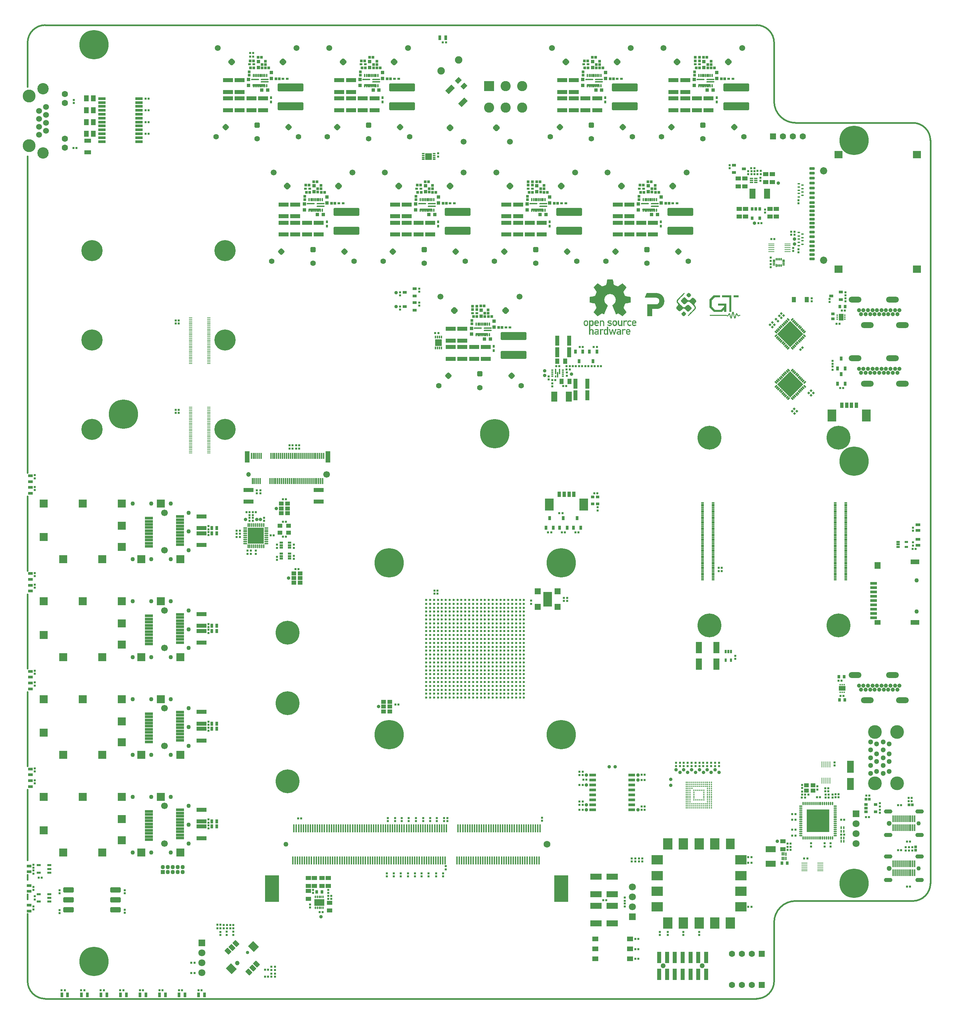
<source format=gts>
G04*
G04 #@! TF.GenerationSoftware,Altium Limited,Altium Designer,22.10.1 (41)*
G04*
G04 Layer_Color=8388736*
%FSLAX43Y43*%
%MOMM*%
G71*
G04*
G04 #@! TF.SameCoordinates,B9F26087-2B66-42AB-B32E-372D1BB95FEE*
G04*
G04*
G04 #@! TF.FilePolarity,Negative*
G04*
G01*
G75*
%ADD35R,1.100X1.100*%
G04:AMPARAMS|DCode=48|XSize=1.538mm|YSize=0.252mm|CornerRadius=0.126mm|HoleSize=0mm|Usage=FLASHONLY|Rotation=0.000|XOffset=0mm|YOffset=0mm|HoleType=Round|Shape=RoundedRectangle|*
%AMROUNDEDRECTD48*
21,1,1.538,0.000,0,0,0.0*
21,1,1.285,0.252,0,0,0.0*
1,1,0.252,0.643,0.000*
1,1,0.252,-0.643,0.000*
1,1,0.252,-0.643,0.000*
1,1,0.252,0.643,0.000*
%
%ADD48ROUNDEDRECTD48*%
%ADD49R,1.538X0.252*%
%ADD73R,1.200X1.000*%
%ADD99R,0.350X0.600*%
%ADD100R,0.350X1.400*%
%ADD101R,0.600X0.350*%
%ADD103R,0.930X0.230*%
G04:AMPARAMS|DCode=104|XSize=1.538mm|YSize=0.252mm|CornerRadius=0.126mm|HoleSize=0mm|Usage=FLASHONLY|Rotation=270.000|XOffset=0mm|YOffset=0mm|HoleType=Round|Shape=RoundedRectangle|*
%AMROUNDEDRECTD104*
21,1,1.538,0.000,0,0,270.0*
21,1,1.285,0.252,0,0,270.0*
1,1,0.252,0.000,-0.643*
1,1,0.252,0.000,0.643*
1,1,0.252,0.000,0.643*
1,1,0.252,0.000,-0.643*
%
%ADD104ROUNDEDRECTD104*%
%ADD105R,0.252X1.538*%
%ADD115C,0.600*%
G04:AMPARAMS|DCode=119|XSize=2.8mm|YSize=2.3mm|CornerRadius=0mm|HoleSize=0mm|Usage=FLASHONLY|Rotation=0.000|XOffset=0mm|YOffset=0mm|HoleType=Round|Shape=RoundedRectangle|*
%AMROUNDEDRECTD119*
21,1,2.800,2.300,0,0,0.0*
21,1,2.800,2.300,0,0,0.0*
1,1,0.000,1.400,-1.150*
1,1,0.000,-1.400,-1.150*
1,1,0.000,-1.400,1.150*
1,1,0.000,1.400,1.150*
%
%ADD119ROUNDEDRECTD119*%
%ADD120R,2.300X2.800*%
G04:AMPARAMS|DCode=121|XSize=2.8mm|YSize=2.3mm|CornerRadius=0mm|HoleSize=0mm|Usage=FLASHONLY|Rotation=270.000|XOffset=0mm|YOffset=0mm|HoleType=Round|Shape=RoundedRectangle|*
%AMROUNDEDRECTD121*
21,1,2.800,2.300,0,0,270.0*
21,1,2.800,2.300,0,0,270.0*
1,1,0.000,-1.150,-1.400*
1,1,0.000,-1.150,1.400*
1,1,0.000,1.150,1.400*
1,1,0.000,1.150,-1.400*
%
%ADD121ROUNDEDRECTD121*%
%ADD145C,0.450*%
%ADD146C,0.450*%
%ADD147R,0.580X0.480*%
%ADD148R,0.925X0.730*%
%ADD149R,0.480X0.580*%
%ADD150R,0.750X1.050*%
%ADD151R,0.400X1.650*%
%ADD152R,1.300X2.850*%
%ADD153R,2.600X1.100*%
G04:AMPARAMS|DCode=154|XSize=2.1mm|YSize=1.9mm|CornerRadius=0.095mm|HoleSize=0mm|Usage=FLASHONLY|Rotation=315.000|XOffset=0mm|YOffset=0mm|HoleType=Round|Shape=RoundedRectangle|*
%AMROUNDEDRECTD154*
21,1,2.100,1.710,0,0,315.0*
21,1,1.910,1.900,0,0,315.0*
1,1,0.190,0.071,-1.280*
1,1,0.190,-1.280,0.071*
1,1,0.190,-0.071,1.280*
1,1,0.190,1.280,-0.071*
%
%ADD154ROUNDEDRECTD154*%
G04:AMPARAMS|DCode=155|XSize=1.45mm|YSize=1.1mm|CornerRadius=0.1mm|HoleSize=0mm|Usage=FLASHONLY|Rotation=315.000|XOffset=0mm|YOffset=0mm|HoleType=Round|Shape=RoundedRectangle|*
%AMROUNDEDRECTD155*
21,1,1.450,0.900,0,0,315.0*
21,1,1.250,1.100,0,0,315.0*
1,1,0.200,0.124,-0.760*
1,1,0.200,-0.760,0.124*
1,1,0.200,-0.124,0.760*
1,1,0.200,0.760,-0.124*
%
%ADD155ROUNDEDRECTD155*%
%ADD156R,0.900X1.400*%
%ADD157R,2.200X3.100*%
%ADD158R,1.050X0.750*%
%ADD159C,0.900*%
%ADD160R,1.350X1.100*%
%ADD161R,0.850X0.380*%
%ADD162R,0.950X0.380*%
%ADD163R,1.600X2.600*%
%ADD164R,0.900X0.500*%
%ADD165R,0.350X0.725*%
%ADD166R,1.700X1.700*%
%ADD167R,1.200X1.500*%
G04:AMPARAMS|DCode=168|XSize=0.7mm|YSize=0.3mm|CornerRadius=0.06mm|HoleSize=0mm|Usage=FLASHONLY|Rotation=180.000|XOffset=0mm|YOffset=0mm|HoleType=Round|Shape=RoundedRectangle|*
%AMROUNDEDRECTD168*
21,1,0.700,0.180,0,0,180.0*
21,1,0.580,0.300,0,0,180.0*
1,1,0.120,-0.290,0.090*
1,1,0.120,0.290,0.090*
1,1,0.120,0.290,-0.090*
1,1,0.120,-0.290,-0.090*
%
%ADD168ROUNDEDRECTD168*%
%ADD169R,1.100X0.600*%
%ADD170R,1.100X2.600*%
%ADD171R,1.750X0.700*%
%ADD172R,0.650X0.700*%
%ADD173R,0.900X0.650*%
%ADD174R,2.600X1.600*%
%ADD175R,0.730X0.900*%
%ADD176R,0.380X0.850*%
%ADD177R,0.380X0.950*%
%ADD178R,5.850X5.850*%
%ADD179O,0.350X0.900*%
%ADD180O,0.900X0.350*%
%ADD181R,1.300X1.100*%
%ADD182R,1.700X3.100*%
%ADD183R,0.700X0.650*%
G04:AMPARAMS|DCode=184|XSize=2.02mm|YSize=6.6mm|CornerRadius=0.242mm|HoleSize=0mm|Usage=FLASHONLY|Rotation=270.000|XOffset=0mm|YOffset=0mm|HoleType=Round|Shape=RoundedRectangle|*
%AMROUNDEDRECTD184*
21,1,2.020,6.116,0,0,270.0*
21,1,1.536,6.600,0,0,270.0*
1,1,0.484,-3.058,-0.768*
1,1,0.484,-3.058,0.768*
1,1,0.484,3.058,0.768*
1,1,0.484,3.058,-0.768*
%
%ADD184ROUNDEDRECTD184*%
G04:AMPARAMS|DCode=185|XSize=0.4mm|YSize=0.8mm|CornerRadius=0.1mm|HoleSize=0mm|Usage=FLASHONLY|Rotation=0.000|XOffset=0mm|YOffset=0mm|HoleType=Round|Shape=RoundedRectangle|*
%AMROUNDEDRECTD185*
21,1,0.400,0.601,0,0,0.0*
21,1,0.201,0.800,0,0,0.0*
1,1,0.199,0.101,-0.301*
1,1,0.199,-0.101,-0.301*
1,1,0.199,-0.101,0.301*
1,1,0.199,0.101,0.301*
%
%ADD185ROUNDEDRECTD185*%
G04:AMPARAMS|DCode=186|XSize=0.3mm|YSize=0.8mm|CornerRadius=0.083mm|HoleSize=0mm|Usage=FLASHONLY|Rotation=0.000|XOffset=0mm|YOffset=0mm|HoleType=Round|Shape=RoundedRectangle|*
%AMROUNDEDRECTD186*
21,1,0.300,0.634,0,0,0.0*
21,1,0.134,0.800,0,0,0.0*
1,1,0.166,0.067,-0.317*
1,1,0.166,-0.067,-0.317*
1,1,0.166,-0.067,0.317*
1,1,0.166,0.067,0.317*
%
%ADD186ROUNDEDRECTD186*%
G04:AMPARAMS|DCode=187|XSize=0.4mm|YSize=2mm|CornerRadius=0.1mm|HoleSize=0mm|Usage=FLASHONLY|Rotation=90.000|XOffset=0mm|YOffset=0mm|HoleType=Round|Shape=RoundedRectangle|*
%AMROUNDEDRECTD187*
21,1,0.400,1.801,0,0,90.0*
21,1,0.201,2.000,0,0,90.0*
1,1,0.199,0.900,0.101*
1,1,0.199,0.900,-0.101*
1,1,0.199,-0.900,-0.101*
1,1,0.199,-0.900,0.101*
%
%ADD187ROUNDEDRECTD187*%
G04:AMPARAMS|DCode=188|XSize=0.45mm|YSize=3.25mm|CornerRadius=0.108mm|HoleSize=0mm|Usage=FLASHONLY|Rotation=270.000|XOffset=0mm|YOffset=0mm|HoleType=Round|Shape=RoundedRectangle|*
%AMROUNDEDRECTD188*
21,1,0.450,3.035,0,0,270.0*
21,1,0.234,3.250,0,0,270.0*
1,1,0.215,-1.517,-0.117*
1,1,0.215,-1.517,0.117*
1,1,0.215,1.517,0.117*
1,1,0.215,1.517,-0.117*
%
%ADD188ROUNDEDRECTD188*%
%ADD189R,0.850X0.900*%
%ADD190R,0.900X0.850*%
%ADD191R,0.600X0.700*%
%ADD192R,0.700X0.600*%
G04:AMPARAMS|DCode=193|XSize=1.9mm|YSize=2.1mm|CornerRadius=0.23mm|HoleSize=0mm|Usage=FLASHONLY|Rotation=90.000|XOffset=0mm|YOffset=0mm|HoleType=Round|Shape=RoundedRectangle|*
%AMROUNDEDRECTD193*
21,1,1.900,1.640,0,0,90.0*
21,1,1.440,2.100,0,0,90.0*
1,1,0.460,0.820,0.720*
1,1,0.460,0.820,-0.720*
1,1,0.460,-0.820,-0.720*
1,1,0.460,-0.820,0.720*
%
%ADD193ROUNDEDRECTD193*%
G04:AMPARAMS|DCode=194|XSize=0.75mm|YSize=1.35mm|CornerRadius=0.213mm|HoleSize=0mm|Usage=FLASHONLY|Rotation=90.000|XOffset=0mm|YOffset=0mm|HoleType=Round|Shape=RoundedRectangle|*
%AMROUNDEDRECTD194*
21,1,0.750,0.925,0,0,90.0*
21,1,0.325,1.350,0,0,90.0*
1,1,0.425,0.463,0.163*
1,1,0.425,0.463,-0.163*
1,1,0.425,-0.463,-0.163*
1,1,0.425,-0.463,0.163*
%
%ADD194ROUNDEDRECTD194*%
%ADD195R,1.880X0.740*%
%ADD196R,1.700X1.100*%
%ADD197R,1.100X1.350*%
%ADD198R,1.700X1.700*%
%ADD199R,0.725X0.350*%
G04:AMPARAMS|DCode=200|XSize=0.3mm|YSize=0.7mm|CornerRadius=0.1mm|HoleSize=0mm|Usage=FLASHONLY|Rotation=90.000|XOffset=0mm|YOffset=0mm|HoleType=Round|Shape=RoundedRectangle|*
%AMROUNDEDRECTD200*
21,1,0.300,0.500,0,0,90.0*
21,1,0.100,0.700,0,0,90.0*
1,1,0.200,0.250,0.050*
1,1,0.200,0.250,-0.050*
1,1,0.200,-0.250,-0.050*
1,1,0.200,-0.250,0.050*
%
%ADD200ROUNDEDRECTD200*%
G04:AMPARAMS|DCode=201|XSize=0.3mm|YSize=0.7mm|CornerRadius=0.1mm|HoleSize=0mm|Usage=FLASHONLY|Rotation=180.000|XOffset=0mm|YOffset=0mm|HoleType=Round|Shape=RoundedRectangle|*
%AMROUNDEDRECTD201*
21,1,0.300,0.500,0,0,180.0*
21,1,0.100,0.700,0,0,180.0*
1,1,0.200,-0.050,0.250*
1,1,0.200,0.050,0.250*
1,1,0.200,0.050,-0.250*
1,1,0.200,-0.050,-0.250*
%
%ADD201ROUNDEDRECTD201*%
G04:AMPARAMS|DCode=202|XSize=0.3mm|YSize=0.8mm|CornerRadius=0.1mm|HoleSize=0mm|Usage=FLASHONLY|Rotation=180.000|XOffset=0mm|YOffset=0mm|HoleType=Round|Shape=RoundedRectangle|*
%AMROUNDEDRECTD202*
21,1,0.300,0.600,0,0,180.0*
21,1,0.100,0.800,0,0,180.0*
1,1,0.200,-0.050,0.300*
1,1,0.200,0.050,0.300*
1,1,0.200,0.050,-0.300*
1,1,0.200,-0.050,-0.300*
%
%ADD202ROUNDEDRECTD202*%
%ADD203R,0.650X0.900*%
G04:AMPARAMS|DCode=204|XSize=1.3mm|YSize=2.7mm|CornerRadius=0.17mm|HoleSize=0mm|Usage=FLASHONLY|Rotation=90.000|XOffset=0mm|YOffset=0mm|HoleType=Round|Shape=RoundedRectangle|*
%AMROUNDEDRECTD204*
21,1,1.300,2.360,0,0,90.0*
21,1,0.960,2.700,0,0,90.0*
1,1,0.340,1.180,0.480*
1,1,0.340,1.180,-0.480*
1,1,0.340,-1.180,-0.480*
1,1,0.340,-1.180,0.480*
%
%ADD204ROUNDEDRECTD204*%
G04:AMPARAMS|DCode=205|XSize=0.35mm|YSize=1.725mm|CornerRadius=0.081mm|HoleSize=0mm|Usage=FLASHONLY|Rotation=0.000|XOffset=0mm|YOffset=0mm|HoleType=Round|Shape=RoundedRectangle|*
%AMROUNDEDRECTD205*
21,1,0.350,1.563,0,0,0.0*
21,1,0.188,1.725,0,0,0.0*
1,1,0.163,0.094,-0.781*
1,1,0.163,-0.094,-0.781*
1,1,0.163,-0.094,0.781*
1,1,0.163,0.094,0.781*
%
%ADD205ROUNDEDRECTD205*%
%ADD206R,0.450X0.700*%
%ADD207R,1.700X0.800*%
%ADD208R,2.300X1.300*%
%ADD209R,1.600X1.300*%
%ADD210R,1.600X1.700*%
G04:AMPARAMS|DCode=211|XSize=1.3mm|YSize=2.17mm|CornerRadius=0mm|HoleSize=0mm|Usage=FLASHONLY|Rotation=315.000|XOffset=0mm|YOffset=0mm|HoleType=Round|Shape=Rectangle|*
%AMROTATEDRECTD211*
4,1,4,-1.227,-0.308,0.308,1.227,1.227,0.308,-0.308,-1.227,-1.227,-0.308,0.0*
%
%ADD211ROTATEDRECTD211*%

%ADD212R,0.450X2.100*%
%ADD213R,3.600X6.900*%
%ADD214R,2.100X0.700*%
%ADD215R,1.100X2.850*%
G04:AMPARAMS|DCode=216|XSize=0.35mm|YSize=0.7mm|CornerRadius=0.056mm|HoleSize=0mm|Usage=FLASHONLY|Rotation=0.000|XOffset=0mm|YOffset=0mm|HoleType=Round|Shape=RoundedRectangle|*
%AMROUNDEDRECTD216*
21,1,0.350,0.588,0,0,0.0*
21,1,0.238,0.700,0,0,0.0*
1,1,0.113,0.119,-0.294*
1,1,0.113,-0.119,-0.294*
1,1,0.113,-0.119,0.294*
1,1,0.113,0.119,0.294*
%
%ADD216ROUNDEDRECTD216*%
%ADD217R,2.500X1.750*%
%ADD218R,0.500X0.900*%
%ADD219P,6.718X4X180.0*%
G04:AMPARAMS|DCode=220|XSize=0.4mm|YSize=0.825mm|CornerRadius=0mm|HoleSize=0mm|Usage=FLASHONLY|Rotation=135.000|XOffset=0mm|YOffset=0mm|HoleType=Round|Shape=Round|*
%AMOVALD220*
21,1,0.425,0.400,0.000,0.000,225.0*
1,1,0.400,0.150,0.150*
1,1,0.400,-0.150,-0.150*
%
%ADD220OVALD220*%

G04:AMPARAMS|DCode=221|XSize=0.4mm|YSize=0.825mm|CornerRadius=0mm|HoleSize=0mm|Usage=FLASHONLY|Rotation=225.000|XOffset=0mm|YOffset=0mm|HoleType=Round|Shape=Round|*
%AMOVALD221*
21,1,0.425,0.400,0.000,0.000,315.0*
1,1,0.400,-0.150,0.150*
1,1,0.400,0.150,-0.150*
%
%ADD221OVALD221*%

%ADD222R,0.450X0.350*%
%ADD223R,1.300X1.700*%
%ADD224P,6.718X4X270.0*%
%ADD225O,1.000X0.400*%
%ADD226O,0.400X1.000*%
%ADD227R,4.100X4.100*%
%ADD228R,2.300X3.800*%
%ADD229R,1.500X1.500*%
%ADD230R,1.300X1.050*%
%ADD231R,0.800X0.300*%
%ADD232R,1.200X0.650*%
%ADD233C,0.350*%
%ADD234R,1.010X1.320*%
G04:AMPARAMS|DCode=235|XSize=0.58mm|YSize=0.48mm|CornerRadius=0mm|HoleSize=0mm|Usage=FLASHONLY|Rotation=45.000|XOffset=0mm|YOffset=0mm|HoleType=Round|Shape=Rectangle|*
%AMROTATEDRECTD235*
4,1,4,-0.035,-0.375,-0.375,-0.035,0.035,0.375,0.375,0.035,-0.035,-0.375,0.0*
%
%ADD235ROTATEDRECTD235*%

G04:AMPARAMS|DCode=236|XSize=0.58mm|YSize=0.48mm|CornerRadius=0mm|HoleSize=0mm|Usage=FLASHONLY|Rotation=135.000|XOffset=0mm|YOffset=0mm|HoleType=Round|Shape=Rectangle|*
%AMROTATEDRECTD236*
4,1,4,0.375,-0.035,0.035,-0.375,-0.375,0.035,-0.035,0.375,0.375,-0.035,0.0*
%
%ADD236ROTATEDRECTD236*%

%ADD237R,2.900X1.500*%
%ADD238R,0.900X0.730*%
%ADD239R,0.650X1.200*%
%ADD240R,1.700X1.300*%
%ADD241R,0.350X0.450*%
G04:AMPARAMS|DCode=242|XSize=1.1mm|YSize=1.35mm|CornerRadius=0mm|HoleSize=0mm|Usage=FLASHONLY|Rotation=315.000|XOffset=0mm|YOffset=0mm|HoleType=Round|Shape=Rectangle|*
%AMROTATEDRECTD242*
4,1,4,-0.866,-0.088,0.088,0.866,0.866,0.088,-0.088,-0.866,-0.866,-0.088,0.0*
%
%ADD242ROTATEDRECTD242*%

%ADD243R,1.600X1.200*%
%ADD244R,0.650X1.100*%
%ADD245R,1.500X2.900*%
%ADD246C,1.700*%
%ADD247C,1.200*%
%ADD248C,6.100*%
%ADD249C,1.150*%
%ADD250C,0.850*%
%ADD251C,1.900*%
%ADD252R,0.100X0.100*%
%ADD253C,1.600*%
%ADD254R,1.600X1.600*%
G04:AMPARAMS|DCode=255|XSize=1.5mm|YSize=1.5mm|CornerRadius=0.4mm|HoleSize=0mm|Usage=FLASHONLY|Rotation=315.000|XOffset=0mm|YOffset=0mm|HoleType=Round|Shape=RoundedRectangle|*
%AMROUNDEDRECTD255*
21,1,1.500,0.700,0,0,315.0*
21,1,0.700,1.500,0,0,315.0*
1,1,0.800,0.000,-0.495*
1,1,0.800,-0.495,0.000*
1,1,0.800,0.000,0.495*
1,1,0.800,0.495,0.000*
%
%ADD255ROUNDEDRECTD255*%
%ADD256C,1.500*%
%ADD257C,1.100*%
%ADD258C,1.800*%
%ADD259R,1.800X1.800*%
%ADD260C,1.400*%
G04:AMPARAMS|DCode=261|XSize=1.4mm|YSize=1.4mm|CornerRadius=0.375mm|HoleSize=0mm|Usage=FLASHONLY|Rotation=90.000|XOffset=0mm|YOffset=0mm|HoleType=Round|Shape=RoundedRectangle|*
%AMROUNDEDRECTD261*
21,1,1.400,0.650,0,0,90.0*
21,1,0.650,1.400,0,0,90.0*
1,1,0.750,0.325,0.325*
1,1,0.750,0.325,-0.325*
1,1,0.750,-0.325,-0.325*
1,1,0.750,-0.325,0.325*
%
%ADD261ROUNDEDRECTD261*%
G04:AMPARAMS|DCode=262|XSize=1.4mm|YSize=1.4mm|CornerRadius=0.375mm|HoleSize=0mm|Usage=FLASHONLY|Rotation=135.000|XOffset=0mm|YOffset=0mm|HoleType=Round|Shape=RoundedRectangle|*
%AMROUNDEDRECTD262*
21,1,1.400,0.650,0,0,135.0*
21,1,0.650,1.400,0,0,135.0*
1,1,0.750,0.000,0.460*
1,1,0.750,0.460,0.000*
1,1,0.750,0.000,-0.460*
1,1,0.750,-0.460,0.000*
%
%ADD262ROUNDEDRECTD262*%
%ADD263C,7.500*%
G04:AMPARAMS|DCode=264|XSize=1.4mm|YSize=1.4mm|CornerRadius=0.375mm|HoleSize=0mm|Usage=FLASHONLY|Rotation=45.000|XOffset=0mm|YOffset=0mm|HoleType=Round|Shape=RoundedRectangle|*
%AMROUNDEDRECTD264*
21,1,1.400,0.650,0,0,45.0*
21,1,0.650,1.400,0,0,45.0*
1,1,0.750,0.460,0.000*
1,1,0.750,0.000,-0.460*
1,1,0.750,-0.460,0.000*
1,1,0.750,0.000,0.460*
%
%ADD264ROUNDEDRECTD264*%
G04:AMPARAMS|DCode=265|XSize=1.5mm|YSize=1.5mm|CornerRadius=0.4mm|HoleSize=0mm|Usage=FLASHONLY|Rotation=225.000|XOffset=0mm|YOffset=0mm|HoleType=Round|Shape=RoundedRectangle|*
%AMROUNDEDRECTD265*
21,1,1.500,0.700,0,0,225.0*
21,1,0.700,1.500,0,0,225.0*
1,1,0.800,-0.495,0.000*
1,1,0.800,0.000,0.495*
1,1,0.800,0.495,0.000*
1,1,0.800,0.000,-0.495*
%
%ADD265ROUNDEDRECTD265*%
%ADD266C,1.850*%
%ADD267C,3.300*%
%ADD268C,2.900*%
%ADD269C,3.500*%
%ADD270C,1.300*%
%ADD271O,2.150X1.100*%
%ADD272C,1.750*%
%ADD273C,1.250*%
%ADD274R,2.600X2.600*%
%ADD275C,2.600*%
%ADD276R,2.100X2.100*%
%ADD277C,5.400*%
%ADD278O,3.300X1.500*%
%ADD279C,1.050*%
G36*
X150216Y184433D02*
X150273D01*
Y184376D01*
Y184318D01*
Y184261D01*
Y184204D01*
X150330D01*
Y184147D01*
Y184090D01*
Y184033D01*
Y183976D01*
Y183919D01*
X150387D01*
Y183861D01*
Y183804D01*
Y183747D01*
Y183690D01*
Y183633D01*
Y183576D01*
X150444D01*
Y183519D01*
Y183461D01*
Y183404D01*
Y183347D01*
Y183290D01*
X150501D01*
Y183233D01*
Y183176D01*
Y183119D01*
Y183061D01*
X150559D01*
Y183004D01*
X150730D01*
Y182947D01*
X150844D01*
Y182890D01*
X150958D01*
Y182833D01*
X151130D01*
Y182776D01*
X151244D01*
Y182719D01*
X151416D01*
Y182661D01*
X151587D01*
Y182719D01*
X151701D01*
Y182776D01*
X151758D01*
Y182833D01*
X151873D01*
Y182890D01*
X151930D01*
Y182947D01*
X152044D01*
Y183004D01*
X152101D01*
Y183061D01*
X152158D01*
Y183119D01*
X152273D01*
Y183176D01*
X152330D01*
Y183233D01*
X152444D01*
Y183290D01*
X152501D01*
Y183347D01*
X152616D01*
Y183404D01*
X152673D01*
Y183461D01*
X152730D01*
Y183404D01*
X152787D01*
Y183347D01*
X152844D01*
Y183290D01*
X152901D01*
Y183233D01*
X152958D01*
Y183176D01*
X153016D01*
Y183119D01*
X153073D01*
Y183061D01*
X153130D01*
Y183004D01*
X153244D01*
Y182947D01*
X153301D01*
Y182890D01*
X153358D01*
Y182833D01*
X153416D01*
Y182776D01*
X153473D01*
Y182719D01*
Y182661D01*
X153530D01*
Y182604D01*
X153644D01*
Y182547D01*
X153701D01*
Y182490D01*
Y182433D01*
Y182376D01*
Y182319D01*
X153644D01*
Y182261D01*
X153587D01*
Y182204D01*
Y182147D01*
X153530D01*
Y182090D01*
X153473D01*
Y182033D01*
X153416D01*
Y181976D01*
Y181919D01*
X153358D01*
Y181861D01*
X153301D01*
Y181804D01*
Y181747D01*
X153244D01*
Y181690D01*
X153187D01*
Y181633D01*
Y181576D01*
X153130D01*
Y181519D01*
X153073D01*
Y181461D01*
Y181404D01*
X153016D01*
Y181347D01*
X152958D01*
Y181290D01*
Y181233D01*
Y181176D01*
Y181119D01*
X153016D01*
Y181062D01*
Y181004D01*
X153073D01*
Y180947D01*
Y180890D01*
X153130D01*
Y180833D01*
Y180776D01*
Y180719D01*
X153187D01*
Y180662D01*
Y180604D01*
X153244D01*
Y180547D01*
Y180490D01*
X153301D01*
Y180433D01*
Y180376D01*
Y180319D01*
X153358D01*
Y180262D01*
X153416D01*
Y180204D01*
X153644D01*
Y180147D01*
X153987D01*
Y180090D01*
X154273D01*
Y180033D01*
X154558D01*
Y179976D01*
X154730D01*
Y179919D01*
X154787D01*
Y179862D01*
Y179804D01*
Y179747D01*
Y179690D01*
Y179633D01*
Y179576D01*
Y179519D01*
Y179462D01*
Y179404D01*
Y179347D01*
Y179290D01*
Y179233D01*
Y179176D01*
Y179119D01*
Y179062D01*
Y179004D01*
Y178947D01*
Y178890D01*
Y178833D01*
Y178776D01*
Y178719D01*
Y178662D01*
Y178604D01*
Y178547D01*
X154730D01*
Y178490D01*
X154444D01*
Y178433D01*
X154101D01*
Y178376D01*
X153816D01*
Y178319D01*
X153473D01*
Y178262D01*
X153416D01*
Y178205D01*
X153358D01*
Y178147D01*
Y178090D01*
X153301D01*
Y178033D01*
Y177976D01*
Y177919D01*
X153244D01*
Y177862D01*
Y177805D01*
X153187D01*
Y177747D01*
Y177690D01*
Y177633D01*
X153130D01*
Y177576D01*
Y177519D01*
X153073D01*
Y177462D01*
Y177405D01*
Y177347D01*
X153016D01*
Y177290D01*
Y177233D01*
Y177176D01*
Y177119D01*
Y177062D01*
X153073D01*
Y177005D01*
X153130D01*
Y176947D01*
Y176890D01*
X153187D01*
Y176833D01*
X153244D01*
Y176776D01*
Y176719D01*
X153301D01*
Y176662D01*
X153358D01*
Y176605D01*
Y176547D01*
X153416D01*
Y176490D01*
X153473D01*
Y176433D01*
X153530D01*
Y176376D01*
Y176319D01*
X153587D01*
Y176262D01*
X153644D01*
Y176205D01*
Y176147D01*
X153701D01*
Y176090D01*
Y176033D01*
Y175976D01*
X153644D01*
Y175919D01*
X153587D01*
Y175862D01*
X153530D01*
Y175805D01*
X153473D01*
Y175747D01*
X153416D01*
Y175690D01*
X153358D01*
Y175633D01*
X153301D01*
Y175576D01*
X153244D01*
Y175519D01*
X153187D01*
Y175462D01*
X153130D01*
Y175405D01*
X153073D01*
Y175348D01*
X153016D01*
Y175290D01*
X152958D01*
Y175233D01*
X152901D01*
Y175176D01*
X152844D01*
Y175119D01*
X152787D01*
Y175062D01*
X152616D01*
Y175119D01*
X152558D01*
Y175176D01*
X152501D01*
Y175233D01*
X152387D01*
Y175290D01*
X152330D01*
Y175348D01*
X152216D01*
Y175405D01*
X152158D01*
Y175462D01*
X152044D01*
Y175519D01*
X151987D01*
Y175576D01*
X151873D01*
Y175633D01*
X151816D01*
Y175690D01*
X151701D01*
Y175747D01*
X151644D01*
Y175805D01*
X151587D01*
Y175747D01*
X151473D01*
Y175690D01*
X151358D01*
Y175633D01*
X151244D01*
Y175576D01*
X151130D01*
Y175519D01*
X151073D01*
Y175576D01*
X151016D01*
Y175633D01*
Y175690D01*
X150958D01*
Y175747D01*
Y175805D01*
X150901D01*
Y175862D01*
Y175919D01*
Y175976D01*
X150844D01*
Y176033D01*
Y176090D01*
X150787D01*
Y176147D01*
Y176205D01*
X150730D01*
Y176262D01*
Y176319D01*
Y176376D01*
X150673D01*
Y176433D01*
Y176490D01*
X150616D01*
Y176547D01*
Y176605D01*
Y176662D01*
X150559D01*
Y176719D01*
Y176776D01*
X150501D01*
Y176833D01*
Y176890D01*
X150444D01*
Y176947D01*
Y177005D01*
Y177062D01*
X150387D01*
Y177119D01*
Y177176D01*
X150330D01*
Y177233D01*
Y177290D01*
Y177347D01*
X150273D01*
Y177405D01*
Y177462D01*
X150216D01*
Y177519D01*
Y177576D01*
Y177633D01*
X150159D01*
Y177690D01*
Y177747D01*
X150101D01*
Y177805D01*
Y177862D01*
X150159D01*
Y177919D01*
X150216D01*
Y177976D01*
X150330D01*
Y178033D01*
X150387D01*
Y178090D01*
X150444D01*
Y178147D01*
X150559D01*
Y178205D01*
X150616D01*
Y178262D01*
Y178319D01*
X150673D01*
Y178376D01*
X150730D01*
Y178433D01*
X150787D01*
Y178490D01*
Y178547D01*
X150844D01*
Y178604D01*
Y178662D01*
X150901D01*
Y178719D01*
Y178776D01*
Y178833D01*
X150958D01*
Y178890D01*
Y178947D01*
Y179004D01*
Y179062D01*
Y179119D01*
X151016D01*
Y179176D01*
Y179233D01*
Y179290D01*
Y179347D01*
Y179404D01*
X150958D01*
Y179462D01*
Y179519D01*
Y179576D01*
Y179633D01*
Y179690D01*
X150901D01*
Y179747D01*
Y179804D01*
X150844D01*
Y179862D01*
Y179919D01*
X150787D01*
Y179976D01*
Y180033D01*
X150730D01*
Y180090D01*
X150673D01*
Y180147D01*
Y180204D01*
X150616D01*
Y180262D01*
X150559D01*
Y180319D01*
X150501D01*
Y180376D01*
X150444D01*
Y180433D01*
X150330D01*
Y180490D01*
X150273D01*
Y180547D01*
X150159D01*
Y180604D01*
X149987D01*
Y180662D01*
X149759D01*
Y180719D01*
X149301D01*
Y180662D01*
X149073D01*
Y180604D01*
X148901D01*
Y180547D01*
X148787D01*
Y180490D01*
X148730D01*
Y180433D01*
X148673D01*
Y180376D01*
X148559D01*
Y180319D01*
X148501D01*
Y180262D01*
X148444D01*
Y180204D01*
X148387D01*
Y180147D01*
X148330D01*
Y180090D01*
Y180033D01*
X148273D01*
Y179976D01*
Y179919D01*
X148216D01*
Y179862D01*
Y179804D01*
X148159D01*
Y179747D01*
Y179690D01*
X148102D01*
Y179633D01*
Y179576D01*
Y179519D01*
Y179462D01*
Y179404D01*
X148044D01*
Y179347D01*
Y179290D01*
Y179233D01*
Y179176D01*
Y179119D01*
X148102D01*
Y179062D01*
Y179004D01*
Y178947D01*
Y178890D01*
Y178833D01*
X148159D01*
Y178776D01*
Y178719D01*
Y178662D01*
X148216D01*
Y178604D01*
Y178547D01*
X148273D01*
Y178490D01*
Y178433D01*
X148330D01*
Y178376D01*
X148387D01*
Y178319D01*
X148444D01*
Y178262D01*
Y178205D01*
X148559D01*
Y178147D01*
X148616D01*
Y178090D01*
X148673D01*
Y178033D01*
X148730D01*
Y177976D01*
X148844D01*
Y177919D01*
X148901D01*
Y177862D01*
X148959D01*
Y177805D01*
Y177747D01*
X148901D01*
Y177690D01*
Y177633D01*
X148844D01*
Y177576D01*
Y177519D01*
Y177462D01*
X148787D01*
Y177405D01*
Y177347D01*
X148730D01*
Y177290D01*
Y177233D01*
Y177176D01*
X148673D01*
Y177119D01*
Y177062D01*
X148616D01*
Y177005D01*
Y176947D01*
Y176890D01*
X148559D01*
Y176833D01*
Y176776D01*
X148501D01*
Y176719D01*
Y176662D01*
X148444D01*
Y176605D01*
Y176547D01*
Y176490D01*
X148387D01*
Y176433D01*
Y176376D01*
X148330D01*
Y176319D01*
Y176262D01*
Y176205D01*
X148273D01*
Y176147D01*
Y176090D01*
X148216D01*
Y176033D01*
Y175976D01*
X148159D01*
Y175919D01*
Y175862D01*
Y175805D01*
X148102D01*
Y175747D01*
Y175690D01*
X148044D01*
Y175633D01*
Y175576D01*
X147987D01*
Y175519D01*
X147930D01*
Y175576D01*
X147816D01*
Y175633D01*
X147702D01*
Y175690D01*
X147587D01*
Y175747D01*
X147473D01*
Y175805D01*
X147416D01*
Y175747D01*
X147359D01*
Y175690D01*
X147244D01*
Y175633D01*
X147187D01*
Y175576D01*
X147073D01*
Y175519D01*
X147016D01*
Y175462D01*
X146902D01*
Y175405D01*
X146844D01*
Y175348D01*
X146730D01*
Y175290D01*
X146673D01*
Y175233D01*
X146559D01*
Y175176D01*
X146502D01*
Y175119D01*
X146444D01*
Y175062D01*
X146273D01*
Y175119D01*
X146216D01*
Y175176D01*
X146159D01*
Y175233D01*
X146102D01*
Y175290D01*
X146044D01*
Y175348D01*
X145987D01*
Y175405D01*
X145930D01*
Y175462D01*
X145873D01*
Y175519D01*
X145816D01*
Y175576D01*
X145759D01*
Y175633D01*
X145702D01*
Y175690D01*
X145644D01*
Y175747D01*
X145587D01*
Y175805D01*
X145530D01*
Y175862D01*
X145473D01*
Y175919D01*
X145416D01*
Y175976D01*
X145359D01*
Y176033D01*
Y176090D01*
Y176147D01*
X145416D01*
Y176205D01*
Y176262D01*
X145473D01*
Y176319D01*
X145530D01*
Y176376D01*
Y176433D01*
X145587D01*
Y176490D01*
X145644D01*
Y176547D01*
X145702D01*
Y176605D01*
Y176662D01*
X145759D01*
Y176719D01*
X145816D01*
Y176776D01*
Y176833D01*
X145873D01*
Y176890D01*
X145930D01*
Y176947D01*
Y177005D01*
X145987D01*
Y177062D01*
X146044D01*
Y177119D01*
Y177176D01*
Y177233D01*
Y177290D01*
Y177347D01*
X145987D01*
Y177405D01*
Y177462D01*
Y177519D01*
X145930D01*
Y177576D01*
Y177633D01*
X145873D01*
Y177690D01*
Y177747D01*
Y177805D01*
X145816D01*
Y177862D01*
Y177919D01*
X145759D01*
Y177976D01*
Y178033D01*
Y178090D01*
X145702D01*
Y178147D01*
Y178205D01*
X145644D01*
Y178262D01*
X145587D01*
Y178319D01*
X145245D01*
Y178376D01*
X144959D01*
Y178433D01*
X144673D01*
Y178490D01*
X144330D01*
Y178547D01*
X144273D01*
Y178604D01*
Y178662D01*
Y178719D01*
Y178776D01*
Y178833D01*
Y178890D01*
Y178947D01*
Y179004D01*
Y179062D01*
Y179119D01*
Y179176D01*
Y179233D01*
Y179290D01*
Y179347D01*
Y179404D01*
Y179462D01*
Y179519D01*
Y179576D01*
Y179633D01*
Y179690D01*
Y179747D01*
Y179804D01*
Y179862D01*
Y179919D01*
X144330D01*
Y179976D01*
X144502D01*
Y180033D01*
X144787D01*
Y180090D01*
X145073D01*
Y180147D01*
X145416D01*
Y180204D01*
X145644D01*
Y180262D01*
X145702D01*
Y180319D01*
X145759D01*
Y180376D01*
Y180433D01*
Y180490D01*
X145816D01*
Y180547D01*
Y180604D01*
X145873D01*
Y180662D01*
Y180719D01*
X145930D01*
Y180776D01*
Y180833D01*
Y180890D01*
X145987D01*
Y180947D01*
Y181004D01*
X146044D01*
Y181062D01*
Y181119D01*
X146102D01*
Y181176D01*
Y181233D01*
Y181290D01*
Y181347D01*
X146044D01*
Y181404D01*
X145987D01*
Y181461D01*
Y181519D01*
X145930D01*
Y181576D01*
X145873D01*
Y181633D01*
Y181690D01*
X145816D01*
Y181747D01*
X145759D01*
Y181804D01*
Y181861D01*
X145702D01*
Y181919D01*
X145644D01*
Y181976D01*
Y182033D01*
X145587D01*
Y182090D01*
X145530D01*
Y182147D01*
X145473D01*
Y182204D01*
Y182261D01*
X145416D01*
Y182319D01*
X145359D01*
Y182376D01*
Y182433D01*
Y182490D01*
X145416D01*
Y182547D01*
X145473D01*
Y182604D01*
X145530D01*
Y182661D01*
X145587D01*
Y182719D01*
X145644D01*
Y182776D01*
X145702D01*
Y182833D01*
X145759D01*
Y182890D01*
X145816D01*
Y182947D01*
X145873D01*
Y183004D01*
X145930D01*
Y183061D01*
X145987D01*
Y183119D01*
X146044D01*
Y183176D01*
X146102D01*
Y183233D01*
X146159D01*
Y183290D01*
X146216D01*
Y183347D01*
X146273D01*
Y183404D01*
X146330D01*
Y183461D01*
X146387D01*
Y183404D01*
X146444D01*
Y183347D01*
X146559D01*
Y183290D01*
X146616D01*
Y183233D01*
X146730D01*
Y183176D01*
X146787D01*
Y183119D01*
X146902D01*
Y183061D01*
X146959D01*
Y183004D01*
X147073D01*
Y182947D01*
X147130D01*
Y182890D01*
X147187D01*
Y182833D01*
X147302D01*
Y182776D01*
X147359D01*
Y182719D01*
X147473D01*
Y182661D01*
X147644D01*
Y182719D01*
X147816D01*
Y182776D01*
X147930D01*
Y182833D01*
X148102D01*
Y182890D01*
X148216D01*
Y182947D01*
X148387D01*
Y183004D01*
X148501D01*
Y183061D01*
X148559D01*
Y183119D01*
Y183176D01*
Y183233D01*
Y183290D01*
X148616D01*
Y183347D01*
Y183404D01*
Y183461D01*
Y183519D01*
Y183576D01*
X148673D01*
Y183633D01*
Y183690D01*
Y183747D01*
Y183804D01*
Y183861D01*
Y183919D01*
X148730D01*
Y183976D01*
Y184033D01*
Y184090D01*
Y184147D01*
Y184204D01*
X148787D01*
Y184261D01*
Y184318D01*
Y184376D01*
Y184433D01*
X148844D01*
Y184490D01*
X150216D01*
Y184433D01*
D02*
G37*
G36*
X182448Y180396D02*
Y180378D01*
Y180360D01*
Y180342D01*
Y180324D01*
Y180306D01*
Y180288D01*
Y180270D01*
Y180252D01*
Y180234D01*
Y180217D01*
Y180199D01*
Y180181D01*
Y180163D01*
Y180145D01*
Y180127D01*
Y180109D01*
Y180091D01*
Y180073D01*
Y180055D01*
Y180037D01*
Y180019D01*
Y180001D01*
Y179983D01*
Y179965D01*
Y179947D01*
Y179929D01*
Y179911D01*
Y179893D01*
X181119D01*
Y179911D01*
Y179929D01*
Y179947D01*
Y179965D01*
Y179983D01*
Y180001D01*
Y180019D01*
Y180037D01*
Y180055D01*
Y180073D01*
Y180091D01*
Y180109D01*
Y180127D01*
Y180145D01*
Y180163D01*
Y180181D01*
Y180199D01*
Y180217D01*
Y180234D01*
Y180252D01*
Y180270D01*
Y180288D01*
Y180306D01*
Y180324D01*
Y180342D01*
Y180360D01*
Y180378D01*
Y180396D01*
Y180414D01*
X182448D01*
Y180396D01*
D02*
G37*
G36*
X169700Y181016D02*
X169743D01*
Y180994D01*
X169787D01*
Y180973D01*
X169809D01*
Y180951D01*
X169830D01*
Y180929D01*
X169852D01*
Y180907D01*
X169896D01*
Y180886D01*
X169917D01*
Y180864D01*
X169939D01*
Y180842D01*
X169961D01*
Y180821D01*
X169983D01*
Y180799D01*
X170004D01*
Y180777D01*
X170026D01*
Y180755D01*
X170048D01*
Y180734D01*
X170070D01*
Y180712D01*
X170091D01*
Y180690D01*
X170113D01*
Y180668D01*
X170135D01*
Y180647D01*
Y180625D01*
X170156D01*
Y180603D01*
X170178D01*
Y180581D01*
X170200D01*
Y180560D01*
X170222D01*
Y180538D01*
Y180516D01*
X170243D01*
Y180494D01*
X170265D01*
Y180473D01*
Y180451D01*
Y180429D01*
X170287D01*
Y180408D01*
X170265D01*
Y180386D01*
Y180364D01*
X170243D01*
Y180342D01*
Y180321D01*
X170222D01*
Y180299D01*
X170200D01*
Y180277D01*
X170178D01*
Y180255D01*
Y180234D01*
X170156D01*
Y180212D01*
X170135D01*
Y180190D01*
X170113D01*
Y180168D01*
X170091D01*
Y180147D01*
X170070D01*
Y180125D01*
X170048D01*
Y180103D01*
X170026D01*
Y180081D01*
X170004D01*
Y180060D01*
X169983D01*
Y180038D01*
X169961D01*
Y180016D01*
X169939D01*
Y179994D01*
X169917D01*
Y179973D01*
X169896D01*
Y179951D01*
X169874D01*
Y179929D01*
X169830D01*
Y179908D01*
X169809D01*
Y179886D01*
X169787D01*
Y179864D01*
X169743D01*
Y179842D01*
X169722D01*
Y179821D01*
X169613D01*
Y179842D01*
X169570D01*
Y179864D01*
X169548D01*
Y179886D01*
X169526D01*
Y179908D01*
X169504D01*
Y179929D01*
X169461D01*
Y179951D01*
X169439D01*
Y179973D01*
X169417D01*
Y179994D01*
X169396D01*
Y180016D01*
X169374D01*
Y180038D01*
X169352D01*
Y180060D01*
X169330D01*
Y180081D01*
X169309D01*
Y180103D01*
X169287D01*
Y180125D01*
X169265D01*
Y180147D01*
X169243D01*
Y180168D01*
X169222D01*
Y180190D01*
X169200D01*
Y180212D01*
X169178D01*
Y180234D01*
Y180255D01*
X169156D01*
Y180277D01*
X169135D01*
Y180299D01*
X169113D01*
Y180321D01*
X169091D01*
Y180342D01*
Y180364D01*
X169070D01*
Y180386D01*
Y180408D01*
X169048D01*
Y180429D01*
X169070D01*
Y180451D01*
Y180473D01*
Y180494D01*
X169091D01*
Y180516D01*
X169113D01*
Y180538D01*
Y180560D01*
X169135D01*
Y180581D01*
X169156D01*
Y180603D01*
X169178D01*
Y180625D01*
X169200D01*
Y180647D01*
Y180668D01*
X169222D01*
Y180690D01*
X169243D01*
Y180712D01*
X169265D01*
Y180734D01*
X169287D01*
Y180755D01*
X169309D01*
Y180777D01*
X169330D01*
Y180799D01*
X169352D01*
Y180821D01*
X169374D01*
Y180842D01*
X169396D01*
Y180864D01*
X169417D01*
Y180886D01*
X169461D01*
Y180907D01*
X169483D01*
Y180929D01*
X169504D01*
Y180951D01*
X169526D01*
Y180973D01*
X169570D01*
Y180994D01*
X169591D01*
Y181016D01*
X169635D01*
Y181038D01*
X169700D01*
Y181016D01*
D02*
G37*
G36*
X168526Y180973D02*
X168548D01*
Y180951D01*
X168570D01*
Y180929D01*
X168591D01*
Y180907D01*
Y180886D01*
X168613D01*
Y180864D01*
X168591D01*
Y180842D01*
Y180821D01*
X168570D01*
Y180799D01*
X168548D01*
Y180777D01*
Y180755D01*
X168526D01*
Y180734D01*
X168504D01*
Y180712D01*
X168483D01*
Y180690D01*
X168461D01*
Y180668D01*
X168439D01*
Y180647D01*
X168417D01*
Y180625D01*
X168396D01*
Y180603D01*
X168374D01*
Y180581D01*
Y180560D01*
X168352D01*
Y180538D01*
X168330D01*
Y180516D01*
X168309D01*
Y180494D01*
X168287D01*
Y180473D01*
X168265D01*
Y180451D01*
X168243D01*
Y180429D01*
X168222D01*
Y180408D01*
X168200D01*
Y180386D01*
X168178D01*
Y180364D01*
X168157D01*
Y180342D01*
X168135D01*
Y180321D01*
X168113D01*
Y180299D01*
X168091D01*
Y180277D01*
X168070D01*
Y180255D01*
X168048D01*
Y180234D01*
X168026D01*
Y180212D01*
X168004D01*
Y180190D01*
X167983D01*
Y180168D01*
X167961D01*
Y180147D01*
X167939D01*
Y180125D01*
X167917D01*
Y180103D01*
X167896D01*
Y180081D01*
X167874D01*
Y180060D01*
X167852D01*
Y180038D01*
X167830D01*
Y180016D01*
X167809D01*
Y179994D01*
X167787D01*
Y179973D01*
X167765D01*
Y179951D01*
X167744D01*
Y179929D01*
X167722D01*
Y179908D01*
X167700D01*
Y179886D01*
X167678D01*
Y179864D01*
X167657D01*
Y179842D01*
X167635D01*
Y179821D01*
X167613D01*
Y179799D01*
X167591D01*
Y179777D01*
X167570D01*
Y179755D01*
X167548D01*
Y179734D01*
X167526D01*
Y179712D01*
X167504D01*
Y179690D01*
X167483D01*
Y179668D01*
X167461D01*
Y179647D01*
X167439D01*
Y179625D01*
X167417D01*
Y179603D01*
X167396D01*
Y179581D01*
X167374D01*
Y179560D01*
Y179538D01*
X167352D01*
Y179516D01*
X167331D01*
Y179495D01*
X167309D01*
Y179473D01*
X167287D01*
Y179451D01*
X167265D01*
Y179429D01*
X167244D01*
Y179408D01*
X167222D01*
Y179386D01*
X167200D01*
Y179364D01*
X167178D01*
Y179342D01*
X167157D01*
Y179321D01*
X167135D01*
Y179299D01*
X167113D01*
Y179277D01*
X167091D01*
Y179255D01*
Y179234D01*
X167070D01*
Y179212D01*
X167048D01*
Y179190D01*
X167026D01*
Y179168D01*
X167004D01*
Y179147D01*
Y179125D01*
X166983D01*
Y179103D01*
X166961D01*
Y179081D01*
Y179060D01*
X166939D01*
Y179038D01*
Y179016D01*
X166917D01*
Y178995D01*
Y178973D01*
X166896D01*
Y178951D01*
Y178929D01*
Y178908D01*
Y178886D01*
X166874D01*
Y178864D01*
Y178842D01*
Y178821D01*
Y178799D01*
X166896D01*
Y178777D01*
Y178755D01*
Y178734D01*
Y178712D01*
X166917D01*
Y178690D01*
Y178668D01*
X166939D01*
Y178647D01*
X166961D01*
Y178625D01*
Y178603D01*
X166983D01*
Y178581D01*
X167004D01*
Y178560D01*
Y178538D01*
X167026D01*
Y178516D01*
X167048D01*
Y178495D01*
X167070D01*
Y178473D01*
X167091D01*
Y178451D01*
X167113D01*
Y178429D01*
X167135D01*
Y178408D01*
Y178386D01*
X167157D01*
Y178364D01*
X167178D01*
Y178342D01*
X167200D01*
Y178321D01*
X167222D01*
Y178299D01*
X167244D01*
Y178277D01*
X167265D01*
Y178255D01*
X167287D01*
Y178234D01*
X167309D01*
Y178212D01*
X167331D01*
Y178190D01*
X167352D01*
Y178168D01*
X167374D01*
Y178147D01*
X167396D01*
Y178125D01*
X167417D01*
Y178103D01*
X167439D01*
Y178082D01*
X167461D01*
Y178060D01*
X167483D01*
Y178038D01*
X167504D01*
Y178016D01*
X167526D01*
Y177995D01*
X167548D01*
Y177973D01*
X167570D01*
Y177951D01*
X167591D01*
Y177929D01*
X167635D01*
Y177908D01*
X167657D01*
Y177886D01*
X167678D01*
Y177864D01*
X167700D01*
Y177842D01*
X167722D01*
Y177821D01*
X167744D01*
Y177799D01*
X167765D01*
Y177777D01*
X167787D01*
Y177755D01*
X167809D01*
Y177734D01*
X167830D01*
Y177712D01*
X167852D01*
Y177690D01*
X167874D01*
Y177669D01*
X167896D01*
Y177647D01*
X167917D01*
Y177625D01*
X167939D01*
Y177603D01*
X167961D01*
Y177582D01*
X167983D01*
Y177560D01*
X168004D01*
Y177538D01*
X168026D01*
Y177516D01*
X168048D01*
Y177495D01*
X168070D01*
Y177473D01*
X168113D01*
Y177451D01*
X168135D01*
Y177429D01*
X168157D01*
Y177408D01*
X168178D01*
Y177386D01*
X168222D01*
Y177364D01*
X168265D01*
Y177342D01*
X168309D01*
Y177321D01*
X168417D01*
Y177299D01*
X168483D01*
Y177321D01*
X168570D01*
Y177342D01*
X168635D01*
Y177364D01*
X168657D01*
Y177386D01*
X168700D01*
Y177408D01*
X168722D01*
Y177429D01*
X168765D01*
Y177451D01*
X168787D01*
Y177473D01*
X168809D01*
Y177495D01*
X168830D01*
Y177516D01*
X168874D01*
Y177538D01*
X168896D01*
Y177560D01*
X168917D01*
Y177582D01*
X168939D01*
Y177603D01*
X168961D01*
Y177625D01*
X168983D01*
Y177647D01*
X169004D01*
Y177669D01*
X169026D01*
Y177690D01*
X169048D01*
Y177712D01*
X169070D01*
Y177734D01*
X169091D01*
Y177755D01*
X169135D01*
Y177777D01*
X169156D01*
Y177799D01*
X169178D01*
Y177821D01*
X169200D01*
Y177842D01*
X169222D01*
Y177864D01*
X169243D01*
Y177886D01*
X169265D01*
Y177908D01*
X169287D01*
Y177929D01*
X169330D01*
Y177951D01*
X169374D01*
Y177973D01*
X169613D01*
Y177951D01*
X169656D01*
Y177929D01*
X169700D01*
Y177908D01*
X169722D01*
Y177886D01*
X169743D01*
Y177864D01*
X169765D01*
Y177842D01*
X169787D01*
Y177821D01*
X169809D01*
Y177799D01*
X169830D01*
Y177777D01*
X169852D01*
Y177755D01*
X169874D01*
Y177734D01*
X169896D01*
Y177712D01*
X169917D01*
Y177690D01*
X169939D01*
Y177669D01*
X169961D01*
Y177647D01*
X169983D01*
Y177625D01*
X170004D01*
Y177603D01*
X170026D01*
Y177582D01*
X170048D01*
Y177560D01*
X170070D01*
Y177538D01*
X170091D01*
Y177516D01*
X170113D01*
Y177495D01*
X170135D01*
Y177473D01*
X170156D01*
Y177451D01*
X170178D01*
Y177429D01*
X170200D01*
Y177408D01*
X170222D01*
Y177386D01*
X170243D01*
Y177364D01*
X170265D01*
Y177342D01*
X170287D01*
Y177321D01*
X170309D01*
Y177299D01*
X170330D01*
Y177277D01*
Y177255D01*
X170352D01*
Y177234D01*
Y177212D01*
X170374D01*
Y177190D01*
Y177169D01*
Y177147D01*
Y177125D01*
Y177103D01*
Y177082D01*
Y177060D01*
Y177038D01*
Y177016D01*
Y176995D01*
X170352D01*
Y176973D01*
Y176951D01*
Y176929D01*
X170330D01*
Y176908D01*
X170309D01*
Y176886D01*
Y176864D01*
X170287D01*
Y176842D01*
X170265D01*
Y176821D01*
X170243D01*
Y176799D01*
X170222D01*
Y176777D01*
X170200D01*
Y176755D01*
X170178D01*
Y176734D01*
X170156D01*
Y176712D01*
X170135D01*
Y176690D01*
X170113D01*
Y176669D01*
X170091D01*
Y176647D01*
X170070D01*
Y176625D01*
X170048D01*
Y176603D01*
X170026D01*
Y176582D01*
X170004D01*
Y176560D01*
X169983D01*
Y176538D01*
X169961D01*
Y176516D01*
X169939D01*
Y176495D01*
X169917D01*
Y176473D01*
X169896D01*
Y176451D01*
X169874D01*
Y176429D01*
X169852D01*
Y176408D01*
X169830D01*
Y176386D01*
X169809D01*
Y176364D01*
X169787D01*
Y176342D01*
X169743D01*
Y176321D01*
X169722D01*
Y176299D01*
X169700D01*
Y176277D01*
X169678D01*
Y176256D01*
X169635D01*
Y176234D01*
X169570D01*
Y176212D01*
X169461D01*
Y176234D01*
X169396D01*
Y176256D01*
X169352D01*
Y176277D01*
X169330D01*
Y176299D01*
X169287D01*
Y176321D01*
X169265D01*
Y176342D01*
X169243D01*
Y176364D01*
X169222D01*
Y176386D01*
X169178D01*
Y176408D01*
X169156D01*
Y176429D01*
X169135D01*
Y176451D01*
X169113D01*
Y176473D01*
X169091D01*
Y176495D01*
X169070D01*
Y176516D01*
X169048D01*
Y176538D01*
X169026D01*
Y176560D01*
X169004D01*
Y176582D01*
X168983D01*
Y176603D01*
X168961D01*
Y176625D01*
X168939D01*
Y176647D01*
X168917D01*
Y176669D01*
X168896D01*
Y176690D01*
X168852D01*
Y176712D01*
X168830D01*
Y176734D01*
X168809D01*
Y176755D01*
X168787D01*
Y176777D01*
X168765D01*
Y176799D01*
X168743D01*
Y176821D01*
X168722D01*
Y176842D01*
X168700D01*
Y176864D01*
X168657D01*
Y176886D01*
X168635D01*
Y176908D01*
X168591D01*
Y176929D01*
X168570D01*
Y176951D01*
X168526D01*
Y176973D01*
X168461D01*
Y176995D01*
X168287D01*
Y176973D01*
X168222D01*
Y176951D01*
X168178D01*
Y176929D01*
X168157D01*
Y176908D01*
X168113D01*
Y176886D01*
X168091D01*
Y176864D01*
X168070D01*
Y176842D01*
X168048D01*
Y176821D01*
X168004D01*
Y176799D01*
X167983D01*
Y176777D01*
X167961D01*
Y176755D01*
X167939D01*
Y176734D01*
X167917D01*
Y176712D01*
X167896D01*
Y176690D01*
X167874D01*
Y176669D01*
X167852D01*
Y176647D01*
X167830D01*
Y176625D01*
X167809D01*
Y176603D01*
X167787D01*
Y176582D01*
X167765D01*
Y176560D01*
X167722D01*
Y176538D01*
X167700D01*
Y176516D01*
X167678D01*
Y176495D01*
X167657D01*
Y176473D01*
X167635D01*
Y176451D01*
X167613D01*
Y176429D01*
X167570D01*
Y176408D01*
X167548D01*
Y176386D01*
X167526D01*
Y176364D01*
X167483D01*
Y176342D01*
X167439D01*
Y176321D01*
X167222D01*
Y176342D01*
X167178D01*
Y176364D01*
X167135D01*
Y176386D01*
X167091D01*
Y176408D01*
X167070D01*
Y176429D01*
X167026D01*
Y176451D01*
X167004D01*
Y176473D01*
X166983D01*
Y176495D01*
X166961D01*
Y176516D01*
X166939D01*
Y176538D01*
X166917D01*
Y176560D01*
X166874D01*
Y176582D01*
X166852D01*
Y176603D01*
X166831D01*
Y176625D01*
X166809D01*
Y176647D01*
X166787D01*
Y176669D01*
X166765D01*
Y176690D01*
X166744D01*
Y176712D01*
X166722D01*
Y176734D01*
Y176755D01*
X166700D01*
Y176777D01*
X166678D01*
Y176799D01*
X166657D01*
Y176821D01*
X166635D01*
Y176842D01*
X166613D01*
Y176864D01*
X166591D01*
Y176886D01*
Y176908D01*
X166570D01*
Y176929D01*
X166548D01*
Y176951D01*
X166526D01*
Y176973D01*
Y176995D01*
X166504D01*
Y177016D01*
Y177038D01*
X166483D01*
Y177060D01*
Y177082D01*
Y177103D01*
X166461D01*
Y177125D01*
Y177147D01*
Y177169D01*
Y177190D01*
Y177212D01*
Y177234D01*
Y177255D01*
X166483D01*
Y177277D01*
Y177299D01*
Y177321D01*
X166504D01*
Y177342D01*
Y177364D01*
X166526D01*
Y177386D01*
X166548D01*
Y177408D01*
Y177429D01*
X166570D01*
Y177451D01*
X166591D01*
Y177473D01*
Y177495D01*
X166613D01*
Y177516D01*
X166635D01*
Y177538D01*
X166657D01*
Y177560D01*
X166678D01*
Y177582D01*
X166700D01*
Y177603D01*
X166722D01*
Y177625D01*
X166744D01*
Y177647D01*
Y177669D01*
X166765D01*
Y177690D01*
X166787D01*
Y177712D01*
X166809D01*
Y177734D01*
X166831D01*
Y177755D01*
X166852D01*
Y177777D01*
Y177799D01*
X166874D01*
Y177821D01*
X166896D01*
Y177842D01*
Y177864D01*
X166917D01*
Y177886D01*
Y177908D01*
X166939D01*
Y177929D01*
Y177951D01*
Y177973D01*
X166961D01*
Y177995D01*
Y178016D01*
Y178038D01*
Y178060D01*
X166939D01*
Y178082D01*
Y178103D01*
Y178125D01*
X166917D01*
Y178147D01*
Y178168D01*
X166896D01*
Y178190D01*
Y178212D01*
X166874D01*
Y178234D01*
X166852D01*
Y178255D01*
X166831D01*
Y178277D01*
Y178299D01*
X166809D01*
Y178321D01*
X166787D01*
Y178342D01*
X166765D01*
Y178364D01*
X166744D01*
Y178386D01*
Y178408D01*
X166722D01*
Y178429D01*
X166700D01*
Y178451D01*
X166678D01*
Y178473D01*
Y178495D01*
X166657D01*
Y178516D01*
X166635D01*
Y178538D01*
Y178560D01*
X166613D01*
Y178581D01*
Y178603D01*
X166591D01*
Y178625D01*
Y178647D01*
Y178668D01*
X166570D01*
Y178690D01*
Y178712D01*
Y178734D01*
Y178755D01*
Y178777D01*
Y178799D01*
Y178821D01*
Y178842D01*
Y178864D01*
Y178886D01*
Y178908D01*
Y178929D01*
Y178951D01*
Y178973D01*
Y178995D01*
X166591D01*
Y179016D01*
Y179038D01*
Y179060D01*
Y179081D01*
X166613D01*
Y179103D01*
Y179125D01*
Y179147D01*
X166635D01*
Y179168D01*
Y179190D01*
X166657D01*
Y179212D01*
Y179234D01*
X166678D01*
Y179255D01*
X166700D01*
Y179277D01*
X166722D01*
Y179299D01*
Y179321D01*
X166744D01*
Y179342D01*
X166765D01*
Y179364D01*
X166787D01*
Y179386D01*
X166809D01*
Y179408D01*
X166831D01*
Y179429D01*
X166852D01*
Y179451D01*
X166874D01*
Y179473D01*
X166896D01*
Y179495D01*
X166917D01*
Y179516D01*
X166939D01*
Y179538D01*
X166961D01*
Y179560D01*
Y179581D01*
X166983D01*
Y179603D01*
X167004D01*
Y179625D01*
X167026D01*
Y179647D01*
X167048D01*
Y179668D01*
X167070D01*
Y179690D01*
X167091D01*
Y179712D01*
X167113D01*
Y179734D01*
X167135D01*
Y179755D01*
X167157D01*
Y179777D01*
X167178D01*
Y179799D01*
X167200D01*
Y179821D01*
X167222D01*
Y179842D01*
X167244D01*
Y179864D01*
X167265D01*
Y179886D01*
X167287D01*
Y179908D01*
X167309D01*
Y179929D01*
X167331D01*
Y179951D01*
X167352D01*
Y179973D01*
X167374D01*
Y179994D01*
X167396D01*
Y180016D01*
X167417D01*
Y180038D01*
X167439D01*
Y180060D01*
X167461D01*
Y180081D01*
X167483D01*
Y180103D01*
X167504D01*
Y180125D01*
X167526D01*
Y180147D01*
X167548D01*
Y180168D01*
X167570D01*
Y180190D01*
X167591D01*
Y180212D01*
X167613D01*
Y180234D01*
X167635D01*
Y180255D01*
X167657D01*
Y180277D01*
X167678D01*
Y180299D01*
X167700D01*
Y180321D01*
X167722D01*
Y180342D01*
X167744D01*
Y180364D01*
X167765D01*
Y180386D01*
X167787D01*
Y180408D01*
X167809D01*
Y180429D01*
X167830D01*
Y180451D01*
X167852D01*
Y180473D01*
X167874D01*
Y180494D01*
X167896D01*
Y180516D01*
X167917D01*
Y180538D01*
X167939D01*
Y180560D01*
X167961D01*
Y180581D01*
X167983D01*
Y180603D01*
X168004D01*
Y180625D01*
X168026D01*
Y180647D01*
X168048D01*
Y180668D01*
X168070D01*
Y180690D01*
X168091D01*
Y180712D01*
X168113D01*
Y180734D01*
X168157D01*
Y180755D01*
X168178D01*
Y180777D01*
X168200D01*
Y180799D01*
X168222D01*
Y180821D01*
X168243D01*
Y180842D01*
X168265D01*
Y180864D01*
X168287D01*
Y180886D01*
X168309D01*
Y180907D01*
X168330D01*
Y180929D01*
X168352D01*
Y180951D01*
X168374D01*
Y180973D01*
X168417D01*
Y180994D01*
X168526D01*
Y180973D01*
D02*
G37*
G36*
X180581Y180396D02*
Y180378D01*
Y180360D01*
Y180342D01*
Y180324D01*
Y180306D01*
Y180288D01*
Y180270D01*
Y180252D01*
Y180234D01*
Y180217D01*
Y180199D01*
Y180181D01*
Y180163D01*
Y180145D01*
Y180127D01*
Y180109D01*
Y180091D01*
Y180073D01*
Y180055D01*
Y180037D01*
Y180019D01*
Y180001D01*
Y179983D01*
Y179965D01*
Y179947D01*
Y179929D01*
Y179911D01*
Y179893D01*
Y179875D01*
Y179857D01*
Y179839D01*
Y179822D01*
Y179804D01*
Y179786D01*
Y179768D01*
Y179750D01*
Y179732D01*
Y179714D01*
Y179696D01*
Y179678D01*
Y179660D01*
Y179642D01*
Y179624D01*
Y179606D01*
Y179588D01*
Y179570D01*
Y179552D01*
Y179534D01*
Y179516D01*
Y179498D01*
Y179480D01*
Y179462D01*
Y179444D01*
Y179426D01*
Y179409D01*
Y179391D01*
Y179373D01*
Y179355D01*
Y179337D01*
Y179319D01*
Y179301D01*
Y179283D01*
Y179265D01*
Y179247D01*
Y179229D01*
Y179211D01*
Y179193D01*
Y179175D01*
Y179157D01*
Y179139D01*
Y179121D01*
Y179103D01*
Y179085D01*
Y179067D01*
Y179049D01*
Y179031D01*
Y179014D01*
Y178996D01*
Y178978D01*
Y178960D01*
Y178942D01*
Y178924D01*
Y178906D01*
Y178888D01*
Y178870D01*
Y178852D01*
Y178834D01*
Y178816D01*
Y178798D01*
Y178780D01*
Y178762D01*
Y178744D01*
Y178726D01*
Y178708D01*
Y178690D01*
Y178672D01*
Y178654D01*
Y178636D01*
Y178618D01*
Y178601D01*
Y178583D01*
Y178565D01*
Y178547D01*
Y178529D01*
Y178511D01*
Y178493D01*
Y178475D01*
Y178457D01*
Y178439D01*
Y178421D01*
Y178403D01*
Y178385D01*
Y178367D01*
Y178349D01*
Y178331D01*
Y178313D01*
Y178295D01*
Y178277D01*
Y178259D01*
Y178241D01*
Y178223D01*
Y178206D01*
Y178188D01*
Y178170D01*
Y178152D01*
Y178134D01*
Y178116D01*
Y178098D01*
Y178080D01*
Y178062D01*
Y178044D01*
Y178026D01*
Y178008D01*
Y177990D01*
Y177972D01*
Y177954D01*
Y177936D01*
Y177918D01*
Y177900D01*
Y177882D01*
Y177864D01*
Y177846D01*
Y177828D01*
Y177811D01*
Y177793D01*
Y177775D01*
Y177757D01*
Y177739D01*
Y177721D01*
Y177703D01*
Y177685D01*
Y177667D01*
Y177649D01*
Y177631D01*
Y177613D01*
Y177595D01*
Y177577D01*
Y177559D01*
Y177541D01*
Y177523D01*
Y177505D01*
Y177487D01*
Y177469D01*
Y177451D01*
Y177433D01*
Y177415D01*
Y177398D01*
Y177380D01*
Y177362D01*
Y177344D01*
Y177326D01*
Y177308D01*
Y177290D01*
Y177272D01*
Y177254D01*
Y177236D01*
Y177218D01*
Y177200D01*
Y177182D01*
Y177164D01*
Y177146D01*
Y177128D01*
Y177110D01*
Y177092D01*
Y177074D01*
Y177056D01*
Y177038D01*
Y177020D01*
Y177003D01*
Y176985D01*
Y176967D01*
Y176949D01*
Y176931D01*
Y176913D01*
Y176895D01*
Y176877D01*
Y176859D01*
Y176841D01*
Y176823D01*
Y176805D01*
Y176787D01*
Y176769D01*
Y176751D01*
Y176733D01*
Y176715D01*
Y176697D01*
Y176679D01*
Y176661D01*
Y176643D01*
Y176625D01*
Y176607D01*
Y176590D01*
Y176572D01*
Y176554D01*
Y176536D01*
Y176518D01*
Y176500D01*
Y176482D01*
Y176464D01*
Y176446D01*
Y176428D01*
Y176410D01*
Y176392D01*
Y176374D01*
Y176356D01*
Y176338D01*
Y176320D01*
Y176302D01*
Y176284D01*
Y176266D01*
Y176248D01*
Y176230D01*
Y176212D01*
Y176195D01*
Y176177D01*
X180060D01*
Y176195D01*
Y176212D01*
Y176230D01*
Y176248D01*
Y176266D01*
Y176284D01*
Y176302D01*
Y176320D01*
Y176338D01*
Y176356D01*
Y176374D01*
Y176392D01*
Y176410D01*
Y176428D01*
Y176446D01*
Y176464D01*
Y176482D01*
Y176500D01*
Y176518D01*
Y176536D01*
Y176554D01*
Y176572D01*
Y176590D01*
Y176607D01*
Y176625D01*
Y176643D01*
Y176661D01*
Y176679D01*
Y176697D01*
Y176715D01*
Y176733D01*
Y176751D01*
Y176769D01*
Y176787D01*
Y176805D01*
Y176823D01*
Y176841D01*
Y176859D01*
Y176877D01*
Y176895D01*
Y176913D01*
Y176931D01*
Y176949D01*
Y176967D01*
Y176985D01*
Y177003D01*
Y177020D01*
Y177038D01*
Y177056D01*
Y177074D01*
Y177092D01*
Y177110D01*
Y177128D01*
Y177146D01*
Y177164D01*
Y177182D01*
Y177200D01*
Y177218D01*
Y177236D01*
Y177254D01*
Y177272D01*
Y177290D01*
Y177308D01*
Y177326D01*
Y177344D01*
Y177362D01*
Y177380D01*
Y177398D01*
Y177415D01*
Y177433D01*
Y177451D01*
Y177469D01*
Y177487D01*
Y177505D01*
Y177523D01*
Y177541D01*
Y177559D01*
Y177577D01*
Y177595D01*
Y177613D01*
Y177631D01*
Y177649D01*
Y177667D01*
Y177685D01*
Y177703D01*
Y177721D01*
Y177739D01*
Y177757D01*
Y177775D01*
Y177793D01*
Y177811D01*
Y177828D01*
Y177846D01*
Y177864D01*
Y177882D01*
Y177900D01*
Y177918D01*
Y177936D01*
Y177954D01*
Y177972D01*
Y177990D01*
Y178008D01*
Y178026D01*
Y178044D01*
Y178062D01*
Y178080D01*
Y178098D01*
Y178116D01*
Y178134D01*
Y178152D01*
Y178170D01*
Y178188D01*
Y178206D01*
Y178223D01*
Y178241D01*
Y178259D01*
Y178277D01*
Y178295D01*
Y178313D01*
Y178331D01*
Y178349D01*
Y178367D01*
Y178385D01*
Y178403D01*
Y178421D01*
Y178439D01*
Y178457D01*
Y178475D01*
Y178493D01*
Y178511D01*
Y178529D01*
Y178547D01*
Y178565D01*
Y178583D01*
Y178601D01*
Y178618D01*
Y178636D01*
Y178654D01*
Y178672D01*
Y178690D01*
Y178708D01*
Y178726D01*
Y178744D01*
Y178762D01*
Y178780D01*
Y178798D01*
Y178816D01*
Y178834D01*
Y178852D01*
Y178870D01*
Y178888D01*
Y178906D01*
Y178924D01*
Y178942D01*
Y178960D01*
Y178978D01*
Y178996D01*
Y179014D01*
Y179031D01*
Y179049D01*
Y179067D01*
Y179085D01*
Y179103D01*
Y179121D01*
Y179139D01*
Y179157D01*
Y179175D01*
Y179193D01*
Y179211D01*
Y179229D01*
Y179247D01*
Y179265D01*
Y179283D01*
Y179301D01*
Y179319D01*
Y179337D01*
Y179355D01*
Y179373D01*
Y179391D01*
Y179409D01*
Y179426D01*
Y179444D01*
Y179462D01*
Y179480D01*
Y179498D01*
Y179516D01*
Y179534D01*
Y179552D01*
Y179570D01*
Y179588D01*
Y179606D01*
Y179624D01*
Y179642D01*
Y179660D01*
Y179678D01*
Y179696D01*
Y179714D01*
Y179732D01*
Y179750D01*
Y179768D01*
Y179786D01*
Y179804D01*
Y179822D01*
Y179839D01*
Y179857D01*
Y179875D01*
Y179893D01*
X178193D01*
Y179911D01*
Y179929D01*
Y179947D01*
Y179965D01*
Y179983D01*
Y180001D01*
Y180019D01*
Y180037D01*
Y180055D01*
Y180073D01*
Y180091D01*
Y180109D01*
Y180127D01*
Y180145D01*
Y180163D01*
Y180181D01*
Y180199D01*
Y180217D01*
Y180234D01*
Y180252D01*
Y180270D01*
Y180288D01*
Y180306D01*
Y180324D01*
Y180342D01*
Y180360D01*
Y180378D01*
Y180396D01*
Y180414D01*
X180581D01*
Y180396D01*
D02*
G37*
G36*
X177672D02*
Y180378D01*
Y180360D01*
Y180342D01*
Y180324D01*
Y180306D01*
Y180288D01*
Y180270D01*
Y180252D01*
Y180234D01*
Y180217D01*
Y180199D01*
Y180181D01*
Y180163D01*
Y180145D01*
Y180127D01*
Y180109D01*
Y180091D01*
Y180073D01*
Y180055D01*
Y180037D01*
Y180019D01*
Y180001D01*
Y179983D01*
Y179965D01*
Y179947D01*
Y179929D01*
Y179911D01*
Y179893D01*
X176343D01*
Y179875D01*
X176325D01*
Y179857D01*
X176307D01*
Y179839D01*
X176289D01*
Y179822D01*
X176271D01*
Y179804D01*
X176236D01*
Y179786D01*
X176218D01*
Y179768D01*
X176200D01*
Y179750D01*
X176182D01*
Y179732D01*
Y179714D01*
X176164D01*
Y179696D01*
X176146D01*
Y179678D01*
X176128D01*
Y179660D01*
X176110D01*
Y179642D01*
X176092D01*
Y179624D01*
X176074D01*
Y179606D01*
X176056D01*
Y179588D01*
X176020D01*
Y179570D01*
X176002D01*
Y179552D01*
X175984D01*
Y179534D01*
X175966D01*
Y179516D01*
Y179498D01*
X175948D01*
Y179480D01*
X175930D01*
Y179462D01*
X175912D01*
Y179444D01*
X175894D01*
Y179426D01*
X175876D01*
Y179409D01*
X175858D01*
Y179391D01*
X175823D01*
Y179373D01*
X175805D01*
Y179355D01*
X175787D01*
Y179337D01*
X175769D01*
Y179319D01*
Y179301D01*
X175751D01*
Y179283D01*
X175733D01*
Y179265D01*
X175715D01*
Y179247D01*
X175697D01*
Y179229D01*
X175679D01*
Y179211D01*
X175661D01*
Y179193D01*
X175643D01*
Y179175D01*
X175607D01*
Y179157D01*
X175589D01*
Y179139D01*
X175571D01*
Y179121D01*
X175553D01*
Y179103D01*
Y179085D01*
Y179067D01*
Y179049D01*
Y179031D01*
Y179014D01*
Y178996D01*
Y178978D01*
Y178960D01*
Y178942D01*
Y178924D01*
Y178906D01*
Y178888D01*
Y178870D01*
Y178852D01*
Y178834D01*
Y178816D01*
Y178798D01*
Y178780D01*
Y178762D01*
Y178744D01*
Y178726D01*
Y178708D01*
Y178690D01*
Y178672D01*
Y178654D01*
Y178636D01*
Y178618D01*
Y178601D01*
Y178583D01*
Y178565D01*
Y178547D01*
Y178529D01*
Y178511D01*
Y178493D01*
Y178475D01*
Y178457D01*
Y178439D01*
Y178421D01*
Y178403D01*
Y178385D01*
Y178367D01*
Y178349D01*
Y178331D01*
Y178313D01*
Y178295D01*
Y178277D01*
Y178259D01*
Y178241D01*
Y178223D01*
Y178206D01*
Y178188D01*
Y178170D01*
Y178152D01*
Y178134D01*
Y178116D01*
Y178098D01*
Y178080D01*
Y178062D01*
Y178044D01*
Y178026D01*
Y178008D01*
Y177990D01*
Y177972D01*
Y177954D01*
Y177936D01*
Y177918D01*
Y177900D01*
Y177882D01*
Y177864D01*
Y177846D01*
Y177828D01*
Y177811D01*
Y177793D01*
Y177775D01*
Y177757D01*
Y177739D01*
Y177721D01*
Y177703D01*
Y177685D01*
Y177667D01*
Y177649D01*
Y177631D01*
Y177613D01*
Y177595D01*
Y177577D01*
Y177559D01*
Y177541D01*
Y177523D01*
Y177505D01*
Y177487D01*
X175571D01*
Y177469D01*
X175589D01*
Y177451D01*
X175607D01*
Y177433D01*
X175625D01*
Y177415D01*
X175643D01*
Y177398D01*
X175661D01*
Y177380D01*
X175679D01*
Y177362D01*
X175697D01*
Y177344D01*
X175715D01*
Y177326D01*
X175733D01*
Y177308D01*
X175769D01*
Y177290D01*
Y177272D01*
X175787D01*
Y177254D01*
X175805D01*
Y177236D01*
X175823D01*
Y177218D01*
X175841D01*
Y177200D01*
X175858D01*
Y177182D01*
X175876D01*
Y177164D01*
X175894D01*
Y177146D01*
X175912D01*
Y177128D01*
X175930D01*
Y177110D01*
X175948D01*
Y177092D01*
X175966D01*
Y177074D01*
X175984D01*
Y177056D01*
X176002D01*
Y177038D01*
X176020D01*
Y177020D01*
X176038D01*
Y177003D01*
X176056D01*
Y176985D01*
X176074D01*
Y176967D01*
X176092D01*
Y176949D01*
X176110D01*
Y176931D01*
X176128D01*
Y176913D01*
X176146D01*
Y176895D01*
X176182D01*
Y176877D01*
Y176859D01*
X176200D01*
Y176841D01*
X176218D01*
Y176823D01*
X176236D01*
Y176805D01*
X176253D01*
Y176787D01*
X176271D01*
Y176769D01*
X176289D01*
Y176751D01*
X176307D01*
Y176733D01*
X176325D01*
Y176715D01*
X176343D01*
Y176697D01*
X177941D01*
Y176715D01*
X177959D01*
Y176733D01*
X177977D01*
Y176751D01*
X177995D01*
Y176769D01*
X178013D01*
Y176787D01*
X178031D01*
Y176805D01*
Y176823D01*
X178049D01*
Y176841D01*
X178067D01*
Y176859D01*
X178085D01*
Y176877D01*
X178103D01*
Y176895D01*
X178121D01*
Y176913D01*
X178157D01*
Y176931D01*
X178175D01*
Y176949D01*
X178193D01*
Y176967D01*
X178211D01*
Y176985D01*
X178229D01*
Y177003D01*
X178247D01*
Y177020D01*
Y177038D01*
X178265D01*
Y177056D01*
X178282D01*
Y177074D01*
X178300D01*
Y177092D01*
X178318D01*
Y177110D01*
X178354D01*
Y177128D01*
X178372D01*
Y177146D01*
X178390D01*
Y177164D01*
X178408D01*
Y177182D01*
X178426D01*
Y177200D01*
X178444D01*
Y177218D01*
Y177236D01*
X178462D01*
Y177254D01*
X178480D01*
Y177272D01*
X178498D01*
Y177290D01*
X178516D01*
Y177308D01*
X178534D01*
Y177326D01*
X178570D01*
Y177344D01*
X178588D01*
Y177362D01*
X178606D01*
Y177380D01*
X178624D01*
Y177398D01*
X178642D01*
Y177415D01*
X178660D01*
Y177433D01*
Y177451D01*
X178678D01*
Y177469D01*
X178695D01*
Y177487D01*
X178713D01*
Y177505D01*
Y177523D01*
Y177541D01*
Y177559D01*
Y177577D01*
Y177595D01*
Y177613D01*
Y177631D01*
Y177649D01*
Y177667D01*
Y177685D01*
Y177703D01*
Y177721D01*
Y177739D01*
Y177757D01*
X177133D01*
Y177775D01*
Y177793D01*
Y177811D01*
Y177828D01*
Y177846D01*
Y177864D01*
Y177882D01*
Y177900D01*
Y177918D01*
Y177936D01*
Y177954D01*
Y177972D01*
Y177990D01*
Y178008D01*
Y178026D01*
Y178044D01*
Y178062D01*
Y178080D01*
Y178098D01*
Y178116D01*
Y178134D01*
Y178152D01*
Y178170D01*
Y178188D01*
Y178206D01*
Y178223D01*
Y178241D01*
Y178259D01*
Y178277D01*
Y178295D01*
Y178313D01*
X179270D01*
Y178295D01*
Y178277D01*
Y178259D01*
Y178241D01*
Y178223D01*
Y178206D01*
Y178188D01*
Y178170D01*
Y178152D01*
Y178134D01*
Y178116D01*
Y178098D01*
Y178080D01*
Y178062D01*
Y178044D01*
Y178026D01*
Y178008D01*
Y177990D01*
Y177972D01*
Y177954D01*
Y177936D01*
Y177918D01*
Y177900D01*
Y177882D01*
Y177864D01*
Y177846D01*
Y177828D01*
Y177811D01*
Y177793D01*
Y177775D01*
Y177757D01*
Y177739D01*
Y177721D01*
Y177703D01*
Y177685D01*
Y177667D01*
Y177649D01*
Y177631D01*
Y177613D01*
Y177595D01*
Y177577D01*
Y177559D01*
Y177541D01*
Y177523D01*
Y177505D01*
Y177487D01*
Y177469D01*
Y177451D01*
Y177433D01*
Y177415D01*
Y177398D01*
Y177380D01*
Y177362D01*
Y177344D01*
Y177326D01*
Y177308D01*
Y177290D01*
Y177272D01*
Y177254D01*
Y177236D01*
Y177218D01*
Y177200D01*
Y177182D01*
Y177164D01*
Y177146D01*
Y177128D01*
Y177110D01*
Y177092D01*
Y177074D01*
Y177056D01*
Y177038D01*
Y177020D01*
Y177003D01*
Y176985D01*
Y176967D01*
Y176949D01*
Y176931D01*
Y176913D01*
Y176895D01*
Y176877D01*
Y176859D01*
Y176841D01*
Y176823D01*
Y176805D01*
Y176787D01*
Y176769D01*
Y176751D01*
Y176733D01*
Y176715D01*
Y176697D01*
Y176679D01*
Y176661D01*
Y176643D01*
Y176625D01*
Y176607D01*
Y176590D01*
Y176572D01*
Y176554D01*
Y176536D01*
Y176518D01*
Y176500D01*
Y176482D01*
Y176464D01*
Y176446D01*
Y176428D01*
Y176410D01*
Y176392D01*
Y176374D01*
Y176356D01*
Y176338D01*
Y176320D01*
Y176302D01*
Y176284D01*
Y176266D01*
Y176248D01*
Y176230D01*
Y176212D01*
Y176195D01*
Y176177D01*
X178713D01*
Y176195D01*
Y176212D01*
Y176230D01*
Y176248D01*
Y176266D01*
Y176284D01*
Y176302D01*
Y176320D01*
Y176338D01*
Y176356D01*
Y176374D01*
Y176392D01*
Y176410D01*
Y176428D01*
Y176446D01*
Y176464D01*
Y176482D01*
Y176500D01*
Y176518D01*
Y176536D01*
Y176554D01*
Y176572D01*
Y176590D01*
Y176607D01*
Y176625D01*
Y176643D01*
Y176661D01*
Y176679D01*
X178678D01*
Y176661D01*
Y176643D01*
X178660D01*
Y176625D01*
X178642D01*
Y176607D01*
X178624D01*
Y176590D01*
X178606D01*
Y176572D01*
X178588D01*
Y176554D01*
X178570D01*
Y176536D01*
X178552D01*
Y176518D01*
X178534D01*
Y176500D01*
X178516D01*
Y176482D01*
X178480D01*
Y176464D01*
X178462D01*
Y176446D01*
Y176428D01*
X178444D01*
Y176410D01*
X178426D01*
Y176392D01*
X178408D01*
Y176374D01*
X178390D01*
Y176356D01*
X178372D01*
Y176338D01*
X178354D01*
Y176320D01*
X178336D01*
Y176302D01*
X178318D01*
Y176284D01*
X178300D01*
Y176266D01*
X178265D01*
Y176248D01*
Y176230D01*
X178247D01*
Y176212D01*
X178229D01*
Y176195D01*
X178211D01*
Y176177D01*
X176056D01*
Y176195D01*
X176038D01*
Y176212D01*
X176020D01*
Y176230D01*
X176002D01*
Y176248D01*
X175984D01*
Y176266D01*
X175966D01*
Y176284D01*
X175948D01*
Y176302D01*
X175930D01*
Y176320D01*
X175912D01*
Y176338D01*
X175894D01*
Y176356D01*
X175876D01*
Y176374D01*
X175858D01*
Y176392D01*
X175841D01*
Y176410D01*
X175823D01*
Y176428D01*
X175805D01*
Y176446D01*
X175787D01*
Y176464D01*
Y176482D01*
X175769D01*
Y176500D01*
X175733D01*
Y176518D01*
X175715D01*
Y176536D01*
X175697D01*
Y176554D01*
X175679D01*
Y176572D01*
X175661D01*
Y176590D01*
X175643D01*
Y176607D01*
X175625D01*
Y176625D01*
X175607D01*
Y176643D01*
X175589D01*
Y176661D01*
X175571D01*
Y176679D01*
X175553D01*
Y176697D01*
X175535D01*
Y176715D01*
X175517D01*
Y176733D01*
X175499D01*
Y176751D01*
X175481D01*
Y176769D01*
X175463D01*
Y176787D01*
X175445D01*
Y176805D01*
X175428D01*
Y176823D01*
X175410D01*
Y176841D01*
X175392D01*
Y176859D01*
X175374D01*
Y176877D01*
Y176895D01*
X175356D01*
Y176913D01*
X175320D01*
Y176931D01*
X175302D01*
Y176949D01*
X175284D01*
Y176967D01*
X175266D01*
Y176985D01*
X175248D01*
Y177003D01*
X175230D01*
Y177020D01*
X175212D01*
Y177038D01*
X175194D01*
Y177056D01*
X175176D01*
Y177074D01*
X175158D01*
Y177092D01*
X175140D01*
Y177110D01*
X175122D01*
Y177128D01*
X175104D01*
Y177146D01*
X175086D01*
Y177164D01*
X175068D01*
Y177182D01*
X175050D01*
Y177200D01*
X175033D01*
Y177218D01*
X175015D01*
Y177236D01*
X174997D01*
Y177254D01*
Y177272D01*
Y177290D01*
Y177308D01*
Y177326D01*
Y177344D01*
Y177362D01*
Y177380D01*
Y177398D01*
Y177415D01*
Y177433D01*
Y177451D01*
Y177469D01*
Y177487D01*
Y177505D01*
Y177523D01*
Y177541D01*
Y177559D01*
Y177577D01*
Y177595D01*
Y177613D01*
Y177631D01*
Y177649D01*
Y177667D01*
Y177685D01*
Y177703D01*
Y177721D01*
Y177739D01*
Y177757D01*
Y177775D01*
Y177793D01*
Y177811D01*
Y177828D01*
Y177846D01*
Y177864D01*
Y177882D01*
Y177900D01*
Y177918D01*
Y177936D01*
Y177954D01*
Y177972D01*
Y177990D01*
Y178008D01*
Y178026D01*
Y178044D01*
Y178062D01*
Y178080D01*
Y178098D01*
Y178116D01*
Y178134D01*
Y178152D01*
Y178170D01*
Y178188D01*
Y178206D01*
Y178223D01*
Y178241D01*
Y178259D01*
Y178277D01*
Y178295D01*
Y178313D01*
Y178331D01*
Y178349D01*
Y178367D01*
Y178385D01*
Y178403D01*
Y178421D01*
Y178439D01*
Y178457D01*
Y178475D01*
Y178493D01*
Y178511D01*
Y178529D01*
Y178547D01*
Y178565D01*
Y178583D01*
Y178601D01*
Y178618D01*
Y178636D01*
Y178654D01*
Y178672D01*
Y178690D01*
Y178708D01*
Y178726D01*
Y178744D01*
Y178762D01*
Y178780D01*
Y178798D01*
Y178816D01*
Y178834D01*
Y178852D01*
Y178870D01*
Y178888D01*
Y178906D01*
Y178924D01*
Y178942D01*
Y178960D01*
Y178978D01*
Y178996D01*
Y179014D01*
Y179031D01*
Y179049D01*
Y179067D01*
Y179085D01*
Y179103D01*
Y179121D01*
Y179139D01*
Y179157D01*
Y179175D01*
Y179193D01*
Y179211D01*
Y179229D01*
Y179247D01*
Y179265D01*
Y179283D01*
Y179301D01*
Y179319D01*
Y179337D01*
Y179355D01*
Y179373D01*
X175033D01*
Y179391D01*
X175050D01*
Y179409D01*
X175068D01*
Y179426D01*
X175086D01*
Y179444D01*
X175104D01*
Y179462D01*
X175122D01*
Y179480D01*
X175140D01*
Y179498D01*
X175158D01*
Y179516D01*
Y179534D01*
X175176D01*
Y179552D01*
X175194D01*
Y179570D01*
X175230D01*
Y179588D01*
X175248D01*
Y179606D01*
X175266D01*
Y179624D01*
X175284D01*
Y179642D01*
X175302D01*
Y179660D01*
X175320D01*
Y179678D01*
X175338D01*
Y179696D01*
X175356D01*
Y179714D01*
X175374D01*
Y179732D01*
Y179750D01*
X175392D01*
Y179768D01*
X175410D01*
Y179786D01*
X175445D01*
Y179804D01*
X175463D01*
Y179822D01*
X175481D01*
Y179839D01*
X175499D01*
Y179857D01*
X175517D01*
Y179875D01*
X175535D01*
Y179893D01*
X175553D01*
Y179911D01*
X175571D01*
Y179929D01*
Y179947D01*
X175589D01*
Y179965D01*
X175607D01*
Y179983D01*
X175643D01*
Y180001D01*
X175661D01*
Y180019D01*
X175679D01*
Y180037D01*
X175697D01*
Y180055D01*
X175715D01*
Y180073D01*
X175733D01*
Y180091D01*
X175751D01*
Y180109D01*
X175769D01*
Y180127D01*
X175787D01*
Y180145D01*
Y180163D01*
X175805D01*
Y180181D01*
X175823D01*
Y180199D01*
X175858D01*
Y180217D01*
X175876D01*
Y180234D01*
X175894D01*
Y180252D01*
X175912D01*
Y180270D01*
X175930D01*
Y180288D01*
X175948D01*
Y180306D01*
X175966D01*
Y180324D01*
X175984D01*
Y180342D01*
Y180360D01*
X176002D01*
Y180378D01*
X176020D01*
Y180396D01*
X176056D01*
Y180414D01*
X177672D01*
Y180396D01*
D02*
G37*
G36*
X168700Y179821D02*
X168722D01*
Y179799D01*
X168743D01*
Y179777D01*
X168765D01*
Y179755D01*
X168787D01*
Y179734D01*
X168809D01*
Y179712D01*
X168830D01*
Y179690D01*
X168852D01*
Y179668D01*
X168874D01*
Y179647D01*
X168896D01*
Y179625D01*
X168917D01*
Y179603D01*
X168939D01*
Y179581D01*
X168961D01*
Y179560D01*
X168983D01*
Y179538D01*
X169004D01*
Y179516D01*
X169026D01*
Y179495D01*
X169048D01*
Y179473D01*
X169070D01*
Y179451D01*
X169091D01*
Y179429D01*
X169113D01*
Y179408D01*
X169135D01*
Y179386D01*
X169156D01*
Y179364D01*
X169178D01*
Y179342D01*
X169222D01*
Y179321D01*
X169243D01*
Y179299D01*
X169265D01*
Y179277D01*
X169287D01*
Y179255D01*
X169309D01*
Y179234D01*
X169330D01*
Y179212D01*
X169352D01*
Y179190D01*
X169374D01*
Y179168D01*
X169417D01*
Y179147D01*
X169439D01*
Y179125D01*
X169483D01*
Y179103D01*
X169548D01*
Y179081D01*
X169787D01*
Y179103D01*
X169852D01*
Y179125D01*
X169874D01*
Y179147D01*
X169917D01*
Y179168D01*
X169939D01*
Y179190D01*
X169983D01*
Y179212D01*
X170004D01*
Y179234D01*
X170026D01*
Y179255D01*
X170048D01*
Y179277D01*
X170091D01*
Y179299D01*
X170113D01*
Y179321D01*
X170135D01*
Y179342D01*
X170156D01*
Y179364D01*
X170178D01*
Y179386D01*
X170200D01*
Y179408D01*
X170222D01*
Y179429D01*
X170243D01*
Y179451D01*
X170265D01*
Y179473D01*
X170287D01*
Y179495D01*
X170309D01*
Y179516D01*
X170330D01*
Y179538D01*
X170352D01*
Y179560D01*
X170374D01*
Y179581D01*
X170417D01*
Y179603D01*
X170439D01*
Y179625D01*
X170461D01*
Y179647D01*
X170483D01*
Y179668D01*
X170504D01*
Y179690D01*
X170548D01*
Y179712D01*
X170591D01*
Y179734D01*
X170656D01*
Y179755D01*
X170787D01*
Y179734D01*
X170874D01*
Y179712D01*
X170917D01*
Y179690D01*
X170939D01*
Y179668D01*
X170982D01*
Y179647D01*
X171004D01*
Y179625D01*
X171026D01*
Y179603D01*
X171048D01*
Y179581D01*
X171091D01*
Y179560D01*
X171113D01*
Y179538D01*
X171135D01*
Y179516D01*
X171156D01*
Y179495D01*
X171178D01*
Y179473D01*
X171200D01*
Y179451D01*
X171222D01*
Y179429D01*
X171243D01*
Y179408D01*
X171265D01*
Y179386D01*
X171287D01*
Y179364D01*
X171309D01*
Y179342D01*
X171330D01*
Y179321D01*
X171352D01*
Y179299D01*
Y179277D01*
X171374D01*
Y179255D01*
X171396D01*
Y179234D01*
X171417D01*
Y179212D01*
X171439D01*
Y179190D01*
X171461D01*
Y179168D01*
X171482D01*
Y179147D01*
Y179125D01*
X171504D01*
Y179103D01*
X171526D01*
Y179081D01*
Y179060D01*
X171548D01*
Y179038D01*
Y179016D01*
X171569D01*
Y178995D01*
Y178973D01*
X171591D01*
Y178951D01*
Y178929D01*
Y178908D01*
Y178886D01*
Y178864D01*
Y178842D01*
Y178821D01*
X171569D01*
Y178799D01*
Y178777D01*
Y178755D01*
X171548D01*
Y178734D01*
Y178712D01*
X171526D01*
Y178690D01*
X171504D01*
Y178668D01*
Y178647D01*
X171482D01*
Y178625D01*
X171461D01*
Y178603D01*
X171439D01*
Y178581D01*
X171417D01*
Y178560D01*
X171396D01*
Y178538D01*
Y178516D01*
X171374D01*
Y178495D01*
X171352D01*
Y178473D01*
X171330D01*
Y178451D01*
X171309D01*
Y178429D01*
X171287D01*
Y178408D01*
X171265D01*
Y178386D01*
X171243D01*
Y178364D01*
Y178342D01*
X171222D01*
Y178321D01*
X171200D01*
Y178299D01*
X171178D01*
Y178277D01*
Y178255D01*
X171156D01*
Y178234D01*
X171135D01*
Y178212D01*
Y178190D01*
X171113D01*
Y178168D01*
Y178147D01*
Y178125D01*
Y178103D01*
X171091D01*
Y178082D01*
Y178060D01*
Y178038D01*
Y178016D01*
X171113D01*
Y177995D01*
Y177973D01*
Y177951D01*
X171135D01*
Y177929D01*
Y177908D01*
X171156D01*
Y177886D01*
Y177864D01*
X171178D01*
Y177842D01*
X171200D01*
Y177821D01*
Y177799D01*
X171222D01*
Y177777D01*
X171243D01*
Y177755D01*
X171265D01*
Y177734D01*
X171287D01*
Y177712D01*
X171309D01*
Y177690D01*
Y177669D01*
X171330D01*
Y177647D01*
X171352D01*
Y177625D01*
X171374D01*
Y177603D01*
Y177582D01*
X171396D01*
Y177560D01*
Y177538D01*
X171417D01*
Y177516D01*
X171439D01*
Y177495D01*
Y177473D01*
Y177451D01*
X171461D01*
Y177429D01*
Y177408D01*
Y177386D01*
X171482D01*
Y177364D01*
Y177342D01*
Y177321D01*
Y177299D01*
Y177277D01*
Y177255D01*
Y177234D01*
Y177212D01*
Y177190D01*
Y177169D01*
Y177147D01*
Y177125D01*
Y177103D01*
Y177082D01*
Y177060D01*
X171461D01*
Y177038D01*
Y177016D01*
Y176995D01*
Y176973D01*
X171439D01*
Y176951D01*
Y176929D01*
X171417D01*
Y176908D01*
Y176886D01*
X171396D01*
Y176864D01*
X171374D01*
Y176842D01*
X171352D01*
Y176821D01*
Y176799D01*
X171330D01*
Y176777D01*
X171309D01*
Y176755D01*
X171287D01*
Y176734D01*
X171265D01*
Y176712D01*
X171243D01*
Y176690D01*
X171222D01*
Y176669D01*
X171200D01*
Y176647D01*
Y176625D01*
X171178D01*
Y176603D01*
X171156D01*
Y176582D01*
X171135D01*
Y176560D01*
X171113D01*
Y176538D01*
X171091D01*
Y176516D01*
X171069D01*
Y176495D01*
X171048D01*
Y176473D01*
X171026D01*
Y176451D01*
X171004D01*
Y176429D01*
X170982D01*
Y176408D01*
X170961D01*
Y176386D01*
X170939D01*
Y176364D01*
X170917D01*
Y176342D01*
X170896D01*
Y176321D01*
X170874D01*
Y176299D01*
X170852D01*
Y176277D01*
X170830D01*
Y176256D01*
X170809D01*
Y176234D01*
X170787D01*
Y176212D01*
X170765D01*
Y176190D01*
X170743D01*
Y176169D01*
X170722D01*
Y176147D01*
X170700D01*
Y176125D01*
X170678D01*
Y176103D01*
X170656D01*
Y176082D01*
X170635D01*
Y176060D01*
X170613D01*
Y176038D01*
X170591D01*
Y176016D01*
X170569D01*
Y175995D01*
X170548D01*
Y175973D01*
X170526D01*
Y175951D01*
X170504D01*
Y175929D01*
X170483D01*
Y175908D01*
X170461D01*
Y175886D01*
X170439D01*
Y175864D01*
X170417D01*
Y175842D01*
X170396D01*
Y175821D01*
X170374D01*
Y175799D01*
X170352D01*
Y175777D01*
X170330D01*
Y175756D01*
X170309D01*
Y175734D01*
X170287D01*
Y175712D01*
X170265D01*
Y175690D01*
X170243D01*
Y175669D01*
X170222D01*
Y175647D01*
X170200D01*
Y175625D01*
X170178D01*
Y175603D01*
X170156D01*
Y175582D01*
X170135D01*
Y175560D01*
X170113D01*
Y175538D01*
X170091D01*
Y175516D01*
X170070D01*
Y175495D01*
X170048D01*
Y175473D01*
X170026D01*
Y175451D01*
X170004D01*
Y175429D01*
X169983D01*
Y175408D01*
X169961D01*
Y175386D01*
X169939D01*
Y175364D01*
X169917D01*
Y175343D01*
X169896D01*
Y175321D01*
X169874D01*
Y175299D01*
X169852D01*
Y175277D01*
X169830D01*
Y175256D01*
X169809D01*
Y175234D01*
X169787D01*
Y175212D01*
X169765D01*
Y175190D01*
X169743D01*
Y175169D01*
X169722D01*
Y175147D01*
X169700D01*
Y175125D01*
X169678D01*
Y175103D01*
X169656D01*
Y175082D01*
X169526D01*
Y175103D01*
X169483D01*
Y175125D01*
X169461D01*
Y175147D01*
Y175169D01*
X169439D01*
Y175190D01*
X169461D01*
Y175212D01*
Y175234D01*
Y175256D01*
X169483D01*
Y175277D01*
Y175299D01*
X169504D01*
Y175321D01*
X169526D01*
Y175343D01*
X169548D01*
Y175364D01*
Y175386D01*
X169570D01*
Y175408D01*
X169591D01*
Y175429D01*
X169613D01*
Y175451D01*
X169635D01*
Y175473D01*
X169656D01*
Y175495D01*
X169678D01*
Y175516D01*
X169700D01*
Y175538D01*
X169722D01*
Y175560D01*
Y175582D01*
X169743D01*
Y175603D01*
X169765D01*
Y175625D01*
X169787D01*
Y175647D01*
X169809D01*
Y175669D01*
X169830D01*
Y175690D01*
X169852D01*
Y175712D01*
X169874D01*
Y175734D01*
X169896D01*
Y175756D01*
X169917D01*
Y175777D01*
X169939D01*
Y175799D01*
X169961D01*
Y175821D01*
X169983D01*
Y175842D01*
X170004D01*
Y175864D01*
X170026D01*
Y175886D01*
X170048D01*
Y175908D01*
X170070D01*
Y175929D01*
X170091D01*
Y175951D01*
X170113D01*
Y175973D01*
X170135D01*
Y175995D01*
X170156D01*
Y176016D01*
X170178D01*
Y176038D01*
X170200D01*
Y176060D01*
X170222D01*
Y176082D01*
X170243D01*
Y176103D01*
X170265D01*
Y176125D01*
X170287D01*
Y176147D01*
X170309D01*
Y176169D01*
X170330D01*
Y176190D01*
X170352D01*
Y176212D01*
X170374D01*
Y176234D01*
X170396D01*
Y176256D01*
X170417D01*
Y176277D01*
X170439D01*
Y176299D01*
X170461D01*
Y176321D01*
X170483D01*
Y176342D01*
X170504D01*
Y176364D01*
X170526D01*
Y176386D01*
X170548D01*
Y176408D01*
X170569D01*
Y176429D01*
X170591D01*
Y176451D01*
X170613D01*
Y176473D01*
X170635D01*
Y176495D01*
X170656D01*
Y176516D01*
X170678D01*
Y176538D01*
X170700D01*
Y176560D01*
X170722D01*
Y176582D01*
X170743D01*
Y176603D01*
X170765D01*
Y176625D01*
X170787D01*
Y176647D01*
X170809D01*
Y176669D01*
X170830D01*
Y176690D01*
X170852D01*
Y176712D01*
X170874D01*
Y176734D01*
Y176755D01*
X170896D01*
Y176777D01*
X170917D01*
Y176799D01*
X170939D01*
Y176821D01*
X170961D01*
Y176842D01*
X170982D01*
Y176864D01*
X171004D01*
Y176886D01*
X171026D01*
Y176908D01*
X171048D01*
Y176929D01*
Y176951D01*
X171069D01*
Y176973D01*
X171091D01*
Y176995D01*
Y177016D01*
X171113D01*
Y177038D01*
X171135D01*
Y177060D01*
Y177082D01*
X171156D01*
Y177103D01*
Y177125D01*
Y177147D01*
Y177169D01*
X171178D01*
Y177190D01*
Y177212D01*
Y177234D01*
X171156D01*
Y177255D01*
Y177277D01*
Y177299D01*
Y177321D01*
Y177342D01*
X171135D01*
Y177364D01*
Y177386D01*
Y177408D01*
X171113D01*
Y177429D01*
X171091D01*
Y177451D01*
Y177473D01*
X171069D01*
Y177495D01*
X171048D01*
Y177516D01*
Y177538D01*
X171026D01*
Y177560D01*
X171004D01*
Y177582D01*
X170982D01*
Y177603D01*
X170961D01*
Y177625D01*
X170939D01*
Y177647D01*
X170917D01*
Y177669D01*
X170896D01*
Y177690D01*
X170874D01*
Y177712D01*
Y177734D01*
X170852D01*
Y177755D01*
X170830D01*
Y177777D01*
X170809D01*
Y177799D01*
X170787D01*
Y177821D01*
X170765D01*
Y177842D01*
X170743D01*
Y177864D01*
X170722D01*
Y177886D01*
X170700D01*
Y177908D01*
X170678D01*
Y177929D01*
X170656D01*
Y177951D01*
X170635D01*
Y177973D01*
X170613D01*
Y177995D01*
X170591D01*
Y178016D01*
X170569D01*
Y178038D01*
X170548D01*
Y178060D01*
X170526D01*
Y178082D01*
X170504D01*
Y178103D01*
X170483D01*
Y178125D01*
X170461D01*
Y178147D01*
X170439D01*
Y178168D01*
X170417D01*
Y178190D01*
X170396D01*
Y178212D01*
X170374D01*
Y178234D01*
X170352D01*
Y178255D01*
X170330D01*
Y178277D01*
X170309D01*
Y178299D01*
X170287D01*
Y178321D01*
X170265D01*
Y178342D01*
X170243D01*
Y178364D01*
X170222D01*
Y178386D01*
X170200D01*
Y178408D01*
X170156D01*
Y178429D01*
X170135D01*
Y178451D01*
X170113D01*
Y178473D01*
X170091D01*
Y178495D01*
X170070D01*
Y178516D01*
X170048D01*
Y178538D01*
X170026D01*
Y178560D01*
X170004D01*
Y178581D01*
X169983D01*
Y178603D01*
X169961D01*
Y178625D01*
X169917D01*
Y178647D01*
X169896D01*
Y178668D01*
X169874D01*
Y178690D01*
X169830D01*
Y178712D01*
X169765D01*
Y178734D01*
X169678D01*
Y178755D01*
X169526D01*
Y178734D01*
X169439D01*
Y178712D01*
X169374D01*
Y178690D01*
X169330D01*
Y178668D01*
X169309D01*
Y178647D01*
X169265D01*
Y178625D01*
X169243D01*
Y178603D01*
X169222D01*
Y178581D01*
X169200D01*
Y178560D01*
X169178D01*
Y178538D01*
X169135D01*
Y178516D01*
X169113D01*
Y178495D01*
X169091D01*
Y178473D01*
X169070D01*
Y178451D01*
X169048D01*
Y178429D01*
X169026D01*
Y178408D01*
X169004D01*
Y178386D01*
X168983D01*
Y178364D01*
X168961D01*
Y178342D01*
X168939D01*
Y178321D01*
X168917D01*
Y178299D01*
X168896D01*
Y178277D01*
X168874D01*
Y178255D01*
X168852D01*
Y178234D01*
X168830D01*
Y178212D01*
X168809D01*
Y178190D01*
X168765D01*
Y178168D01*
X168743D01*
Y178147D01*
X168722D01*
Y178125D01*
X168678D01*
Y178103D01*
X168635D01*
Y178082D01*
X168461D01*
Y178103D01*
X168417D01*
Y178125D01*
X168374D01*
Y178147D01*
X168352D01*
Y178168D01*
X168309D01*
Y178190D01*
X168287D01*
Y178212D01*
X168265D01*
Y178234D01*
X168243D01*
Y178255D01*
X168222D01*
Y178277D01*
X168200D01*
Y178299D01*
X168157D01*
Y178321D01*
X168135D01*
Y178342D01*
X168113D01*
Y178364D01*
X168091D01*
Y178386D01*
X168070D01*
Y178408D01*
X168048D01*
Y178429D01*
X168026D01*
Y178451D01*
X168004D01*
Y178473D01*
X167983D01*
Y178495D01*
X167961D01*
Y178516D01*
Y178538D01*
X167939D01*
Y178560D01*
X167917D01*
Y178581D01*
X167896D01*
Y178603D01*
X167874D01*
Y178625D01*
X167852D01*
Y178647D01*
X167830D01*
Y178668D01*
X167809D01*
Y178690D01*
X167787D01*
Y178712D01*
X167765D01*
Y178734D01*
X167744D01*
Y178755D01*
X167722D01*
Y178777D01*
Y178799D01*
X167700D01*
Y178821D01*
Y178842D01*
X167678D01*
Y178864D01*
Y178886D01*
Y178908D01*
Y178929D01*
Y178951D01*
Y178973D01*
Y178995D01*
Y179016D01*
Y179038D01*
Y179060D01*
Y179081D01*
X167700D01*
Y179103D01*
Y179125D01*
X167722D01*
Y179147D01*
Y179168D01*
X167744D01*
Y179190D01*
X167765D01*
Y179212D01*
X167787D01*
Y179234D01*
X167809D01*
Y179255D01*
X167830D01*
Y179277D01*
X167852D01*
Y179299D01*
X167874D01*
Y179321D01*
X167896D01*
Y179342D01*
X167917D01*
Y179364D01*
X167939D01*
Y179386D01*
X167961D01*
Y179408D01*
X167983D01*
Y179429D01*
Y179451D01*
X168004D01*
Y179473D01*
X168026D01*
Y179495D01*
X168048D01*
Y179516D01*
X168070D01*
Y179538D01*
X168091D01*
Y179560D01*
X168113D01*
Y179581D01*
X168135D01*
Y179603D01*
X168157D01*
Y179625D01*
X168178D01*
Y179647D01*
X168200D01*
Y179668D01*
X168243D01*
Y179690D01*
X168265D01*
Y179712D01*
X168287D01*
Y179734D01*
X168309D01*
Y179755D01*
X168330D01*
Y179777D01*
X168374D01*
Y179799D01*
X168396D01*
Y179821D01*
X168483D01*
Y179842D01*
X168700D01*
Y179821D01*
D02*
G37*
G36*
X161367Y180956D02*
X161530D01*
Y180949D01*
X161601D01*
Y180942D01*
X161658D01*
Y180935D01*
X161701D01*
Y180928D01*
X161750D01*
Y180921D01*
X161786D01*
Y180914D01*
X161821D01*
Y180907D01*
X161850D01*
Y180899D01*
X161878D01*
Y180892D01*
X161906D01*
Y180885D01*
X161935D01*
Y180878D01*
X161963D01*
Y180871D01*
X161984D01*
Y180864D01*
X162006D01*
Y180857D01*
X162034D01*
Y180850D01*
X162055D01*
Y180843D01*
X162077D01*
Y180836D01*
X162091D01*
Y180829D01*
X162112D01*
Y180821D01*
X162133D01*
Y180814D01*
X162148D01*
Y180807D01*
X162169D01*
Y180800D01*
X162183D01*
Y180793D01*
X162204D01*
Y180786D01*
X162218D01*
Y180779D01*
X162233D01*
Y180772D01*
X162247D01*
Y180765D01*
X162268D01*
Y180758D01*
X162282D01*
Y180750D01*
X162296D01*
Y180743D01*
X162311D01*
Y180736D01*
X162325D01*
Y180729D01*
X162339D01*
Y180722D01*
X162353D01*
Y180715D01*
X162360D01*
Y180708D01*
X162374D01*
Y180701D01*
X162389D01*
Y180694D01*
X162403D01*
Y180687D01*
X162417D01*
Y180680D01*
X162424D01*
Y180672D01*
X162438D01*
Y180665D01*
X162453D01*
Y180658D01*
X162467D01*
Y180651D01*
X162474D01*
Y180644D01*
X162488D01*
Y180637D01*
X162495D01*
Y180630D01*
X162509D01*
Y180623D01*
X162516D01*
Y180616D01*
X162531D01*
Y180609D01*
X162545D01*
Y180602D01*
X162552D01*
Y180594D01*
X162559D01*
Y180587D01*
X162573D01*
Y180580D01*
X162580D01*
Y180573D01*
X162594D01*
Y180566D01*
X162601D01*
Y180559D01*
X162609D01*
Y180552D01*
X162623D01*
Y180545D01*
X162630D01*
Y180538D01*
X162637D01*
Y180531D01*
X162651D01*
Y180523D01*
X162658D01*
Y180516D01*
X162665D01*
Y180509D01*
X162680D01*
Y180502D01*
X162687D01*
Y180495D01*
X162694D01*
Y180488D01*
X162701D01*
Y180481D01*
X162715D01*
Y180474D01*
X162722D01*
Y180467D01*
X162729D01*
Y180460D01*
X162736D01*
Y180453D01*
X162743D01*
Y180445D01*
X162750D01*
Y180438D01*
X162758D01*
Y180431D01*
X162772D01*
Y180424D01*
X162779D01*
Y180417D01*
X162786D01*
Y180410D01*
X162793D01*
Y180403D01*
X162800D01*
Y180396D01*
X162807D01*
Y180389D01*
X162814D01*
Y180382D01*
X162821D01*
Y180375D01*
X162828D01*
Y180367D01*
X162836D01*
Y180360D01*
X162843D01*
Y180353D01*
X162850D01*
Y180346D01*
X162857D01*
Y180339D01*
X162864D01*
Y180332D01*
X162871D01*
Y180325D01*
X162878D01*
Y180318D01*
X162885D01*
Y180311D01*
X162892D01*
Y180304D01*
Y180297D01*
X162899D01*
Y180289D01*
X162906D01*
Y180282D01*
X162914D01*
Y180275D01*
X162921D01*
Y180268D01*
X162928D01*
Y180261D01*
X162935D01*
Y180254D01*
X162942D01*
Y180247D01*
X162949D01*
Y180240D01*
Y180233D01*
X162956D01*
Y180226D01*
X162963D01*
Y180218D01*
X162970D01*
Y180211D01*
X162977D01*
Y180204D01*
Y180197D01*
X162985D01*
Y180190D01*
X162992D01*
Y180183D01*
X162999D01*
Y180176D01*
X163006D01*
Y180169D01*
Y180162D01*
X163013D01*
Y180155D01*
X163020D01*
Y180148D01*
X163027D01*
Y180140D01*
Y180133D01*
X163034D01*
Y180126D01*
X163041D01*
Y180119D01*
Y180112D01*
X163048D01*
Y180105D01*
X163055D01*
Y180098D01*
X163063D01*
Y180091D01*
Y180084D01*
X163070D01*
Y180077D01*
X163077D01*
Y180070D01*
Y180062D01*
X163084D01*
Y180055D01*
X163091D01*
Y180048D01*
Y180041D01*
X163098D01*
Y180034D01*
X163105D01*
Y180027D01*
Y180020D01*
X163112D01*
Y180013D01*
Y180006D01*
X163119D01*
Y179999D01*
X163126D01*
Y179991D01*
Y179984D01*
X163133D01*
Y179977D01*
Y179970D01*
X163141D01*
Y179963D01*
X163148D01*
Y179956D01*
Y179949D01*
X163155D01*
Y179942D01*
Y179935D01*
X163162D01*
Y179928D01*
Y179921D01*
X163169D01*
Y179913D01*
X163176D01*
Y179906D01*
Y179899D01*
X163183D01*
Y179892D01*
Y179885D01*
X163190D01*
Y179878D01*
Y179871D01*
X163197D01*
Y179864D01*
Y179857D01*
X163204D01*
Y179850D01*
Y179843D01*
X163212D01*
Y179835D01*
Y179828D01*
X163219D01*
Y179821D01*
Y179814D01*
X163226D01*
Y179807D01*
Y179800D01*
X163233D01*
Y179793D01*
Y179786D01*
Y179779D01*
X163240D01*
Y179772D01*
Y179764D01*
X163247D01*
Y179757D01*
Y179750D01*
X163254D01*
Y179743D01*
Y179736D01*
X163261D01*
Y179729D01*
Y179722D01*
Y179715D01*
X163268D01*
Y179708D01*
Y179701D01*
X163275D01*
Y179694D01*
Y179686D01*
Y179679D01*
X163282D01*
Y179672D01*
Y179665D01*
X163290D01*
Y179658D01*
Y179651D01*
Y179644D01*
X163297D01*
Y179637D01*
Y179630D01*
Y179623D01*
X163304D01*
Y179616D01*
Y179608D01*
Y179601D01*
X163311D01*
Y179594D01*
Y179587D01*
Y179580D01*
X163318D01*
Y179573D01*
Y179566D01*
Y179559D01*
X163325D01*
Y179552D01*
Y179545D01*
Y179538D01*
X163332D01*
Y179530D01*
Y179523D01*
Y179516D01*
Y179509D01*
X163339D01*
Y179502D01*
Y179495D01*
Y179488D01*
X163346D01*
Y179481D01*
Y179474D01*
Y179467D01*
Y179459D01*
X163353D01*
Y179452D01*
Y179445D01*
Y179438D01*
Y179431D01*
X163360D01*
Y179424D01*
Y179417D01*
Y179410D01*
Y179403D01*
X163368D01*
Y179396D01*
Y179389D01*
Y179381D01*
Y179374D01*
Y179367D01*
X163375D01*
Y179360D01*
Y179353D01*
Y179346D01*
Y179339D01*
Y179332D01*
X163382D01*
Y179325D01*
Y179318D01*
Y179311D01*
Y179303D01*
Y179296D01*
Y179289D01*
X163389D01*
Y179282D01*
Y179275D01*
Y179268D01*
Y179261D01*
Y179254D01*
Y179247D01*
X163396D01*
Y179240D01*
Y179232D01*
Y179225D01*
Y179218D01*
Y179211D01*
Y179204D01*
Y179197D01*
X163403D01*
Y179190D01*
Y179183D01*
Y179176D01*
Y179169D01*
Y179162D01*
Y179154D01*
Y179147D01*
Y179140D01*
Y179133D01*
Y179126D01*
X163410D01*
Y179119D01*
Y179112D01*
Y179105D01*
Y179098D01*
Y179091D01*
Y179084D01*
Y179076D01*
Y179069D01*
Y179062D01*
Y179055D01*
Y179048D01*
Y179041D01*
Y179034D01*
Y179027D01*
Y179020D01*
Y179013D01*
Y179006D01*
Y178998D01*
X163417D01*
Y178991D01*
Y178984D01*
Y178977D01*
Y178970D01*
Y178963D01*
Y178956D01*
Y178949D01*
Y178942D01*
Y178935D01*
Y178927D01*
Y178920D01*
Y178913D01*
Y178906D01*
Y178899D01*
Y178892D01*
Y178885D01*
Y178878D01*
Y178871D01*
Y178864D01*
Y178857D01*
Y178849D01*
Y178842D01*
X163410D01*
Y178835D01*
Y178828D01*
Y178821D01*
Y178814D01*
Y178807D01*
Y178800D01*
Y178793D01*
Y178786D01*
Y178779D01*
Y178771D01*
Y178764D01*
Y178757D01*
Y178750D01*
Y178743D01*
Y178736D01*
Y178729D01*
Y178722D01*
Y178715D01*
Y178708D01*
X163403D01*
Y178701D01*
Y178693D01*
Y178686D01*
Y178679D01*
Y178672D01*
Y178665D01*
Y178658D01*
Y178651D01*
Y178644D01*
X163396D01*
Y178637D01*
Y178630D01*
Y178622D01*
Y178615D01*
Y178608D01*
Y178601D01*
Y178594D01*
Y178587D01*
X163389D01*
Y178580D01*
Y178573D01*
Y178566D01*
Y178559D01*
Y178552D01*
Y178544D01*
X163382D01*
Y178537D01*
Y178530D01*
Y178523D01*
Y178516D01*
Y178509D01*
Y178502D01*
X163375D01*
Y178495D01*
Y178488D01*
Y178481D01*
Y178474D01*
Y178466D01*
X163368D01*
Y178459D01*
Y178452D01*
Y178445D01*
Y178438D01*
Y178431D01*
X163360D01*
Y178424D01*
Y178417D01*
Y178410D01*
Y178403D01*
X163353D01*
Y178395D01*
Y178388D01*
Y178381D01*
Y178374D01*
X163346D01*
Y178367D01*
Y178360D01*
Y178353D01*
Y178346D01*
X163339D01*
Y178339D01*
Y178332D01*
Y178325D01*
X163332D01*
Y178317D01*
Y178310D01*
Y178303D01*
Y178296D01*
X163325D01*
Y178289D01*
Y178282D01*
Y178275D01*
X163318D01*
Y178268D01*
Y178261D01*
Y178254D01*
X163311D01*
Y178247D01*
Y178239D01*
Y178232D01*
X163304D01*
Y178225D01*
Y178218D01*
Y178211D01*
X163297D01*
Y178204D01*
Y178197D01*
Y178190D01*
X163290D01*
Y178183D01*
Y178176D01*
Y178169D01*
X163282D01*
Y178161D01*
Y178154D01*
X163275D01*
Y178147D01*
Y178140D01*
Y178133D01*
X163268D01*
Y178126D01*
Y178119D01*
X163261D01*
Y178112D01*
Y178105D01*
Y178098D01*
X163254D01*
Y178090D01*
Y178083D01*
X163247D01*
Y178076D01*
Y178069D01*
X163240D01*
Y178062D01*
Y178055D01*
X163233D01*
Y178048D01*
Y178041D01*
Y178034D01*
X163226D01*
Y178027D01*
Y178020D01*
X163219D01*
Y178012D01*
Y178005D01*
X163212D01*
Y177998D01*
Y177991D01*
X163204D01*
Y177984D01*
Y177977D01*
X163197D01*
Y177970D01*
Y177963D01*
X163190D01*
Y177956D01*
Y177949D01*
X163183D01*
Y177942D01*
X163176D01*
Y177934D01*
Y177927D01*
X163169D01*
Y177920D01*
Y177913D01*
X163162D01*
Y177906D01*
Y177899D01*
X163155D01*
Y177892D01*
Y177885D01*
X163148D01*
Y177878D01*
X163141D01*
Y177871D01*
Y177863D01*
X163133D01*
Y177856D01*
Y177849D01*
X163126D01*
Y177842D01*
X163119D01*
Y177835D01*
Y177828D01*
X163112D01*
Y177821D01*
X163105D01*
Y177814D01*
Y177807D01*
X163098D01*
Y177800D01*
X163091D01*
Y177793D01*
Y177785D01*
X163084D01*
Y177778D01*
X163077D01*
Y177771D01*
Y177764D01*
X163070D01*
Y177757D01*
X163063D01*
Y177750D01*
Y177743D01*
X163055D01*
Y177736D01*
X163048D01*
Y177729D01*
X163041D01*
Y177722D01*
Y177715D01*
X163034D01*
Y177707D01*
X163027D01*
Y177700D01*
X163020D01*
Y177693D01*
Y177686D01*
X163013D01*
Y177679D01*
X163006D01*
Y177672D01*
X162999D01*
Y177665D01*
Y177658D01*
X162992D01*
Y177651D01*
X162985D01*
Y177644D01*
X162977D01*
Y177636D01*
X162970D01*
Y177629D01*
X162963D01*
Y177622D01*
Y177615D01*
X162956D01*
Y177608D01*
X162949D01*
Y177601D01*
X162942D01*
Y177594D01*
X162935D01*
Y177587D01*
X162928D01*
Y177580D01*
X162921D01*
Y177573D01*
X162914D01*
Y177566D01*
Y177558D01*
X162906D01*
Y177551D01*
X162899D01*
Y177544D01*
X162892D01*
Y177537D01*
X162885D01*
Y177530D01*
X162878D01*
Y177523D01*
X162871D01*
Y177516D01*
X162864D01*
Y177509D01*
X162857D01*
Y177502D01*
X162850D01*
Y177495D01*
X162843D01*
Y177488D01*
X162836D01*
Y177480D01*
X162828D01*
Y177473D01*
X162821D01*
Y177466D01*
X162814D01*
Y177459D01*
X162807D01*
Y177452D01*
X162800D01*
Y177445D01*
X162793D01*
Y177438D01*
X162786D01*
Y177431D01*
X162779D01*
Y177424D01*
X162772D01*
Y177417D01*
X162765D01*
Y177410D01*
X162750D01*
Y177402D01*
X162743D01*
Y177395D01*
X162736D01*
Y177388D01*
X162729D01*
Y177381D01*
X162722D01*
Y177374D01*
X162715D01*
Y177367D01*
X162708D01*
Y177360D01*
X162694D01*
Y177353D01*
X162687D01*
Y177346D01*
X162680D01*
Y177339D01*
X162672D01*
Y177331D01*
X162658D01*
Y177324D01*
X162651D01*
Y177317D01*
X162644D01*
Y177310D01*
X162637D01*
Y177303D01*
X162623D01*
Y177296D01*
X162616D01*
Y177289D01*
X162609D01*
Y177282D01*
X162594D01*
Y177275D01*
X162587D01*
Y177268D01*
X162580D01*
Y177261D01*
X162566D01*
Y177253D01*
X162559D01*
Y177246D01*
X162545D01*
Y177239D01*
X162538D01*
Y177232D01*
X162523D01*
Y177225D01*
X162516D01*
Y177218D01*
X162502D01*
Y177211D01*
X162495D01*
Y177204D01*
X162481D01*
Y177197D01*
X162474D01*
Y177190D01*
X162460D01*
Y177183D01*
X162445D01*
Y177175D01*
X162438D01*
Y177168D01*
X162424D01*
Y177161D01*
X162410D01*
Y177154D01*
X162403D01*
Y177147D01*
X162389D01*
Y177140D01*
X162374D01*
Y177133D01*
X162360D01*
Y177126D01*
X162346D01*
Y177119D01*
X162332D01*
Y177112D01*
X162318D01*
Y177104D01*
X162304D01*
Y177097D01*
X162289D01*
Y177090D01*
X162275D01*
Y177083D01*
X162261D01*
Y177076D01*
X162247D01*
Y177069D01*
X162233D01*
Y177062D01*
X162218D01*
Y177055D01*
X162197D01*
Y177048D01*
X162183D01*
Y177041D01*
X162162D01*
Y177034D01*
X162148D01*
Y177026D01*
X162126D01*
Y177019D01*
X162112D01*
Y177012D01*
X162091D01*
Y177005D01*
X162069D01*
Y176998D01*
X162048D01*
Y176991D01*
X162027D01*
Y176984D01*
X162006D01*
Y176977D01*
X161984D01*
Y176970D01*
X161956D01*
Y176963D01*
X161928D01*
Y176956D01*
X161906D01*
Y176948D01*
X161878D01*
Y176941D01*
X161842D01*
Y176934D01*
X161807D01*
Y176927D01*
X161772D01*
Y176920D01*
X161736D01*
Y176913D01*
X161686D01*
Y176906D01*
X161637D01*
Y176899D01*
X161573D01*
Y176892D01*
X161488D01*
Y176885D01*
X160324D01*
Y176878D01*
Y176870D01*
Y176863D01*
Y176856D01*
Y176849D01*
Y176842D01*
Y176835D01*
Y176828D01*
Y176821D01*
Y176814D01*
Y176807D01*
Y176799D01*
Y176792D01*
Y176785D01*
Y176778D01*
Y176771D01*
Y176764D01*
Y176757D01*
Y176750D01*
Y176743D01*
Y176736D01*
Y176729D01*
Y176721D01*
Y176714D01*
Y176707D01*
Y176700D01*
Y176693D01*
Y176686D01*
Y176679D01*
Y176672D01*
Y176665D01*
Y176658D01*
Y176651D01*
Y176643D01*
Y176636D01*
Y176629D01*
Y176622D01*
Y176615D01*
Y176608D01*
Y176601D01*
Y176594D01*
Y176587D01*
Y176580D01*
Y176572D01*
Y176565D01*
Y176558D01*
Y176551D01*
Y176544D01*
Y176537D01*
Y176530D01*
Y176523D01*
Y176516D01*
Y176509D01*
Y176502D01*
Y176494D01*
Y176487D01*
Y176480D01*
Y176473D01*
Y176466D01*
Y176459D01*
Y176452D01*
Y176445D01*
Y176438D01*
Y176431D01*
Y176424D01*
Y176416D01*
Y176409D01*
Y176402D01*
Y176395D01*
Y176388D01*
Y176381D01*
Y176374D01*
Y176367D01*
Y176360D01*
Y176353D01*
Y176345D01*
Y176338D01*
Y176331D01*
Y176324D01*
Y176317D01*
Y176310D01*
Y176303D01*
Y176296D01*
Y176289D01*
Y176282D01*
Y176275D01*
Y176267D01*
Y176260D01*
Y176253D01*
Y176246D01*
Y176239D01*
Y176232D01*
Y176225D01*
Y176218D01*
Y176211D01*
Y176204D01*
Y176197D01*
Y176189D01*
Y176182D01*
Y176175D01*
Y176168D01*
Y176161D01*
Y176154D01*
Y176147D01*
Y176140D01*
Y176133D01*
Y176126D01*
Y176119D01*
Y176111D01*
Y176104D01*
Y176097D01*
Y176090D01*
Y176083D01*
Y176076D01*
Y176069D01*
Y176062D01*
Y176055D01*
Y176048D01*
Y176040D01*
Y176033D01*
Y176026D01*
Y176019D01*
Y176012D01*
Y176005D01*
Y175998D01*
Y175991D01*
Y175984D01*
Y175977D01*
Y175970D01*
Y175962D01*
Y175955D01*
Y175948D01*
Y175941D01*
Y175934D01*
Y175927D01*
Y175920D01*
Y175913D01*
Y175906D01*
Y175899D01*
Y175892D01*
Y175884D01*
Y175877D01*
Y175870D01*
Y175863D01*
Y175856D01*
Y175849D01*
Y175842D01*
Y175835D01*
Y175828D01*
Y175821D01*
Y175813D01*
Y175806D01*
Y175799D01*
Y175792D01*
Y175785D01*
Y175778D01*
Y175771D01*
Y175764D01*
Y175757D01*
Y175750D01*
Y175743D01*
Y175735D01*
Y175728D01*
Y175721D01*
Y175714D01*
Y175707D01*
Y175700D01*
Y175693D01*
Y175686D01*
Y175679D01*
Y175672D01*
Y175665D01*
Y175657D01*
Y175650D01*
Y175643D01*
Y175636D01*
Y175629D01*
Y175622D01*
Y175615D01*
Y175608D01*
Y175601D01*
Y175594D01*
Y175587D01*
Y175579D01*
Y175572D01*
Y175565D01*
Y175558D01*
Y175551D01*
Y175544D01*
Y175537D01*
Y175530D01*
Y175523D01*
Y175516D01*
Y175508D01*
Y175501D01*
Y175494D01*
Y175487D01*
Y175480D01*
Y175473D01*
Y175466D01*
Y175459D01*
Y175452D01*
Y175445D01*
Y175438D01*
Y175430D01*
Y175423D01*
Y175416D01*
Y175409D01*
Y175402D01*
Y175395D01*
Y175388D01*
Y175381D01*
Y175374D01*
Y175367D01*
Y175360D01*
Y175352D01*
Y175345D01*
Y175338D01*
Y175331D01*
Y175324D01*
Y175317D01*
Y175310D01*
Y175303D01*
Y175296D01*
Y175289D01*
Y175281D01*
Y175274D01*
Y175267D01*
Y175260D01*
Y175253D01*
Y175246D01*
Y175239D01*
Y175232D01*
Y175225D01*
Y175218D01*
Y175211D01*
Y175203D01*
Y175196D01*
Y175189D01*
Y175182D01*
Y175175D01*
Y175168D01*
Y175161D01*
Y175154D01*
Y175147D01*
Y175140D01*
Y175133D01*
Y175125D01*
Y175118D01*
Y175111D01*
Y175104D01*
Y175097D01*
Y175090D01*
Y175083D01*
Y175076D01*
Y175069D01*
Y175062D01*
Y175055D01*
Y175047D01*
Y175040D01*
Y175033D01*
X159041D01*
Y175040D01*
Y175047D01*
Y175055D01*
Y175062D01*
Y175069D01*
Y175076D01*
Y175083D01*
Y175090D01*
Y175097D01*
Y175104D01*
Y175111D01*
Y175118D01*
Y175125D01*
Y175133D01*
Y175140D01*
Y175147D01*
Y175154D01*
Y175161D01*
Y175168D01*
Y175175D01*
Y175182D01*
Y175189D01*
Y175196D01*
Y175203D01*
Y175211D01*
Y175218D01*
Y175225D01*
Y175232D01*
Y175239D01*
Y175246D01*
Y175253D01*
Y175260D01*
Y175267D01*
Y175274D01*
Y175281D01*
Y175289D01*
Y175296D01*
Y175303D01*
Y175310D01*
Y175317D01*
Y175324D01*
Y175331D01*
Y175338D01*
Y175345D01*
Y175352D01*
Y175360D01*
Y175367D01*
Y175374D01*
Y175381D01*
Y175388D01*
Y175395D01*
Y175402D01*
Y175409D01*
Y175416D01*
Y175423D01*
Y175430D01*
Y175438D01*
Y175445D01*
Y175452D01*
Y175459D01*
Y175466D01*
Y175473D01*
Y175480D01*
Y175487D01*
Y175494D01*
Y175501D01*
Y175508D01*
Y175516D01*
Y175523D01*
Y175530D01*
Y175537D01*
Y175544D01*
Y175551D01*
Y175558D01*
Y175565D01*
Y175572D01*
Y175579D01*
Y175587D01*
Y175594D01*
Y175601D01*
Y175608D01*
Y175615D01*
Y175622D01*
Y175629D01*
Y175636D01*
Y175643D01*
Y175650D01*
Y175657D01*
Y175665D01*
Y175672D01*
Y175679D01*
Y175686D01*
Y175693D01*
Y175700D01*
Y175707D01*
Y175714D01*
Y175721D01*
Y175728D01*
Y175735D01*
Y175743D01*
Y175750D01*
Y175757D01*
Y175764D01*
Y175771D01*
Y175778D01*
Y175785D01*
Y175792D01*
Y175799D01*
Y175806D01*
Y175813D01*
Y175821D01*
Y175828D01*
Y175835D01*
Y175842D01*
Y175849D01*
Y175856D01*
Y175863D01*
Y175870D01*
Y175877D01*
Y175884D01*
Y175892D01*
Y175899D01*
Y175906D01*
Y175913D01*
Y175920D01*
Y175927D01*
Y175934D01*
Y175941D01*
Y175948D01*
Y175955D01*
Y175962D01*
Y175970D01*
Y175977D01*
Y175984D01*
Y175991D01*
Y175998D01*
Y176005D01*
Y176012D01*
Y176019D01*
Y176026D01*
Y176033D01*
Y176040D01*
Y176048D01*
Y176055D01*
Y176062D01*
Y176069D01*
Y176076D01*
Y176083D01*
Y176090D01*
Y176097D01*
Y176104D01*
Y176111D01*
Y176119D01*
Y176126D01*
Y176133D01*
Y176140D01*
Y176147D01*
Y176154D01*
Y176161D01*
Y176168D01*
Y176175D01*
Y176182D01*
Y176189D01*
Y176197D01*
Y176204D01*
Y176211D01*
Y176218D01*
Y176225D01*
Y176232D01*
Y176239D01*
Y176246D01*
Y176253D01*
Y176260D01*
Y176267D01*
Y176275D01*
Y176282D01*
Y176289D01*
Y176296D01*
Y176303D01*
Y176310D01*
Y176317D01*
Y176324D01*
Y176331D01*
Y176338D01*
Y176345D01*
Y176353D01*
Y176360D01*
Y176367D01*
Y176374D01*
Y176381D01*
Y176388D01*
Y176395D01*
Y176402D01*
Y176409D01*
Y176416D01*
Y176424D01*
Y176431D01*
Y176438D01*
Y176445D01*
Y176452D01*
Y176459D01*
Y176466D01*
Y176473D01*
Y176480D01*
Y176487D01*
Y176494D01*
Y176502D01*
Y176509D01*
Y176516D01*
Y176523D01*
Y176530D01*
Y176537D01*
Y176544D01*
Y176551D01*
Y176558D01*
Y176565D01*
Y176572D01*
Y176580D01*
Y176587D01*
Y176594D01*
Y176601D01*
Y176608D01*
Y176615D01*
Y176622D01*
Y176629D01*
Y176636D01*
Y176643D01*
Y176651D01*
Y176658D01*
Y176665D01*
Y176672D01*
Y176679D01*
Y176686D01*
Y176693D01*
Y176700D01*
Y176707D01*
Y176714D01*
Y176721D01*
Y176729D01*
Y176736D01*
Y176743D01*
Y176750D01*
Y176757D01*
Y176764D01*
Y176771D01*
Y176778D01*
Y176785D01*
Y176792D01*
Y176799D01*
Y176807D01*
Y176814D01*
Y176821D01*
Y176828D01*
Y176835D01*
Y176842D01*
Y176849D01*
Y176856D01*
Y176863D01*
Y176870D01*
Y176878D01*
Y176885D01*
Y176892D01*
Y176899D01*
Y176906D01*
Y176913D01*
Y176920D01*
Y176927D01*
Y176934D01*
Y176941D01*
Y176948D01*
Y176956D01*
Y176963D01*
Y176970D01*
Y176977D01*
Y176984D01*
Y176991D01*
Y176998D01*
Y177005D01*
Y177012D01*
Y177019D01*
Y177026D01*
Y177034D01*
Y177041D01*
Y177048D01*
Y177055D01*
Y177062D01*
Y177069D01*
Y177076D01*
Y177083D01*
Y177090D01*
Y177097D01*
Y177104D01*
Y177112D01*
Y177119D01*
Y177126D01*
Y177133D01*
Y177140D01*
Y177147D01*
Y177154D01*
Y177161D01*
Y177168D01*
Y177175D01*
Y177183D01*
Y177190D01*
Y177197D01*
Y177204D01*
Y177211D01*
Y177218D01*
Y177225D01*
Y177232D01*
Y177239D01*
Y177246D01*
Y177253D01*
Y177261D01*
Y177268D01*
Y177275D01*
Y177282D01*
Y177289D01*
Y177296D01*
Y177303D01*
Y177310D01*
Y177317D01*
Y177324D01*
Y177331D01*
Y177339D01*
Y177346D01*
Y177353D01*
Y177360D01*
Y177367D01*
Y177374D01*
Y177381D01*
Y177388D01*
Y177395D01*
Y177402D01*
Y177410D01*
Y177417D01*
Y177424D01*
Y177431D01*
Y177438D01*
Y177445D01*
Y177452D01*
Y177459D01*
Y177466D01*
Y177473D01*
Y177480D01*
Y177488D01*
Y177495D01*
Y177502D01*
Y177509D01*
Y177516D01*
Y177523D01*
Y177530D01*
Y177537D01*
Y177544D01*
Y177551D01*
Y177558D01*
Y177566D01*
Y177573D01*
Y177580D01*
Y177587D01*
Y177594D01*
Y177601D01*
Y177608D01*
Y177615D01*
Y177622D01*
Y177629D01*
Y177636D01*
Y177644D01*
Y177651D01*
Y177658D01*
Y177665D01*
Y177672D01*
Y177679D01*
Y177686D01*
Y177693D01*
Y177700D01*
Y177707D01*
Y177715D01*
Y177722D01*
Y177729D01*
Y177736D01*
Y177743D01*
Y177750D01*
Y177757D01*
Y177764D01*
Y177771D01*
Y177778D01*
Y177785D01*
Y177793D01*
Y177800D01*
Y177807D01*
Y177814D01*
Y177821D01*
Y177828D01*
Y177835D01*
Y177842D01*
Y177849D01*
Y177856D01*
Y177863D01*
Y177871D01*
Y177878D01*
Y177885D01*
Y177892D01*
Y177899D01*
Y177906D01*
Y177913D01*
Y177920D01*
Y177927D01*
Y177934D01*
Y177942D01*
Y177949D01*
Y177956D01*
Y177963D01*
Y177970D01*
Y177977D01*
Y177984D01*
Y177991D01*
Y177998D01*
Y178005D01*
Y178012D01*
Y178020D01*
Y178027D01*
Y178034D01*
Y178041D01*
Y178048D01*
Y178055D01*
Y178062D01*
Y178069D01*
X161268D01*
Y178076D01*
X161389D01*
Y178083D01*
X161438D01*
Y178090D01*
X161474D01*
Y178098D01*
X161509D01*
Y178105D01*
X161530D01*
Y178112D01*
X161559D01*
Y178119D01*
X161580D01*
Y178126D01*
X161594D01*
Y178133D01*
X161615D01*
Y178140D01*
X161630D01*
Y178147D01*
X161651D01*
Y178154D01*
X161665D01*
Y178161D01*
X161679D01*
Y178169D01*
X161694D01*
Y178176D01*
X161701D01*
Y178183D01*
X161715D01*
Y178190D01*
X161729D01*
Y178197D01*
X161736D01*
Y178204D01*
X161750D01*
Y178211D01*
X161757D01*
Y178218D01*
X161772D01*
Y178225D01*
X161779D01*
Y178232D01*
X161793D01*
Y178239D01*
X161800D01*
Y178247D01*
X161807D01*
Y178254D01*
X161814D01*
Y178261D01*
X161828D01*
Y178268D01*
X161835D01*
Y178275D01*
X161842D01*
Y178282D01*
X161850D01*
Y178289D01*
X161857D01*
Y178296D01*
X161864D01*
Y178303D01*
X161871D01*
Y178310D01*
X161878D01*
Y178317D01*
X161885D01*
Y178325D01*
X161892D01*
Y178332D01*
X161899D01*
Y178339D01*
X161906D01*
Y178346D01*
X161913D01*
Y178353D01*
Y178360D01*
X161921D01*
Y178367D01*
X161928D01*
Y178374D01*
X161935D01*
Y178381D01*
X161942D01*
Y178388D01*
X161949D01*
Y178395D01*
Y178403D01*
X161956D01*
Y178410D01*
X161963D01*
Y178417D01*
Y178424D01*
X161970D01*
Y178431D01*
X161977D01*
Y178438D01*
Y178445D01*
X161984D01*
Y178452D01*
X161991D01*
Y178459D01*
Y178466D01*
X161999D01*
Y178474D01*
Y178481D01*
X162006D01*
Y178488D01*
X162013D01*
Y178495D01*
Y178502D01*
X162020D01*
Y178509D01*
Y178516D01*
X162027D01*
Y178523D01*
Y178530D01*
X162034D01*
Y178537D01*
Y178544D01*
Y178552D01*
X162041D01*
Y178559D01*
Y178566D01*
X162048D01*
Y178573D01*
Y178580D01*
X162055D01*
Y178587D01*
Y178594D01*
Y178601D01*
X162062D01*
Y178608D01*
Y178615D01*
Y178622D01*
X162069D01*
Y178630D01*
Y178637D01*
Y178644D01*
X162077D01*
Y178651D01*
Y178658D01*
Y178665D01*
Y178672D01*
X162084D01*
Y178679D01*
Y178686D01*
Y178693D01*
Y178701D01*
X162091D01*
Y178708D01*
Y178715D01*
Y178722D01*
Y178729D01*
Y178736D01*
X162098D01*
Y178743D01*
Y178750D01*
Y178757D01*
Y178764D01*
Y178771D01*
Y178779D01*
X162105D01*
Y178786D01*
Y178793D01*
Y178800D01*
Y178807D01*
Y178814D01*
Y178821D01*
Y178828D01*
Y178835D01*
Y178842D01*
Y178849D01*
X162112D01*
Y178857D01*
Y178864D01*
Y178871D01*
Y178878D01*
Y178885D01*
Y178892D01*
Y178899D01*
Y178906D01*
Y178913D01*
Y178920D01*
Y178927D01*
Y178935D01*
Y178942D01*
Y178949D01*
Y178956D01*
Y178963D01*
Y178970D01*
Y178977D01*
Y178984D01*
Y178991D01*
Y178998D01*
X162105D01*
Y179006D01*
Y179013D01*
Y179020D01*
Y179027D01*
Y179034D01*
Y179041D01*
Y179048D01*
Y179055D01*
Y179062D01*
Y179069D01*
X162098D01*
Y179076D01*
Y179084D01*
Y179091D01*
Y179098D01*
Y179105D01*
Y179112D01*
X162091D01*
Y179119D01*
Y179126D01*
Y179133D01*
Y179140D01*
Y179147D01*
X162084D01*
Y179154D01*
Y179162D01*
Y179169D01*
Y179176D01*
X162077D01*
Y179183D01*
Y179190D01*
Y179197D01*
X162069D01*
Y179204D01*
Y179211D01*
Y179218D01*
Y179225D01*
X162062D01*
Y179232D01*
Y179240D01*
X162055D01*
Y179247D01*
Y179254D01*
Y179261D01*
X162048D01*
Y179268D01*
Y179275D01*
Y179282D01*
X162041D01*
Y179289D01*
Y179296D01*
X162034D01*
Y179303D01*
Y179311D01*
X162027D01*
Y179318D01*
Y179325D01*
X162020D01*
Y179332D01*
Y179339D01*
X162013D01*
Y179346D01*
Y179353D01*
X162006D01*
Y179360D01*
Y179367D01*
X161999D01*
Y179374D01*
Y179381D01*
X161991D01*
Y179389D01*
X161984D01*
Y179396D01*
Y179403D01*
X161977D01*
Y179410D01*
X161970D01*
Y179417D01*
Y179424D01*
X161963D01*
Y179431D01*
X161956D01*
Y179438D01*
Y179445D01*
X161949D01*
Y179452D01*
X161942D01*
Y179459D01*
X161935D01*
Y179467D01*
Y179474D01*
X161928D01*
Y179481D01*
X161921D01*
Y179488D01*
X161913D01*
Y179495D01*
X161906D01*
Y179502D01*
X161899D01*
Y179509D01*
X161892D01*
Y179516D01*
X161885D01*
Y179523D01*
X161878D01*
Y179530D01*
X161871D01*
Y179538D01*
X161864D01*
Y179545D01*
X161857D01*
Y179552D01*
X161850D01*
Y179559D01*
X161842D01*
Y179566D01*
X161835D01*
Y179573D01*
X161828D01*
Y179580D01*
X161821D01*
Y179587D01*
X161814D01*
Y179594D01*
X161800D01*
Y179601D01*
X161793D01*
Y179608D01*
X161786D01*
Y179616D01*
X161772D01*
Y179623D01*
X161764D01*
Y179630D01*
X161750D01*
Y179637D01*
X161743D01*
Y179644D01*
X161729D01*
Y179651D01*
X161722D01*
Y179658D01*
X161708D01*
Y179665D01*
X161694D01*
Y179672D01*
X161679D01*
Y179679D01*
X161665D01*
Y179686D01*
X161651D01*
Y179694D01*
X161637D01*
Y179701D01*
X161623D01*
Y179708D01*
X161601D01*
Y179715D01*
X161580D01*
Y179722D01*
X161559D01*
Y179729D01*
X161537D01*
Y179736D01*
X161509D01*
Y179743D01*
X161481D01*
Y179750D01*
X161445D01*
Y179757D01*
X161389D01*
Y179764D01*
X161275D01*
Y179772D01*
X158388D01*
Y179779D01*
X158395D01*
Y179786D01*
Y179793D01*
Y179800D01*
X158402D01*
Y179807D01*
Y179814D01*
X158409D01*
Y179821D01*
Y179828D01*
Y179835D01*
X158416D01*
Y179843D01*
Y179850D01*
X158423D01*
Y179857D01*
Y179864D01*
Y179871D01*
X158431D01*
Y179878D01*
Y179885D01*
X158438D01*
Y179892D01*
Y179899D01*
X158445D01*
Y179906D01*
Y179913D01*
Y179921D01*
X158452D01*
Y179928D01*
Y179935D01*
X158459D01*
Y179942D01*
Y179949D01*
Y179956D01*
X158466D01*
Y179963D01*
Y179970D01*
X158473D01*
Y179977D01*
Y179984D01*
X158480D01*
Y179991D01*
Y179999D01*
Y180006D01*
X158487D01*
Y180013D01*
Y180020D01*
X158494D01*
Y180027D01*
Y180034D01*
Y180041D01*
X158501D01*
Y180048D01*
Y180055D01*
X158509D01*
Y180062D01*
Y180070D01*
X158516D01*
Y180077D01*
Y180084D01*
Y180091D01*
X158523D01*
Y180098D01*
Y180105D01*
X158530D01*
Y180112D01*
Y180119D01*
Y180126D01*
X158537D01*
Y180133D01*
Y180140D01*
X158544D01*
Y180148D01*
Y180155D01*
Y180162D01*
X158551D01*
Y180169D01*
Y180176D01*
X158558D01*
Y180183D01*
Y180190D01*
X158565D01*
Y180197D01*
Y180204D01*
Y180211D01*
X158572D01*
Y180218D01*
Y180226D01*
X158580D01*
Y180233D01*
Y180240D01*
Y180247D01*
X158587D01*
Y180254D01*
Y180261D01*
X158594D01*
Y180268D01*
Y180275D01*
X158601D01*
Y180282D01*
Y180289D01*
Y180297D01*
X158608D01*
Y180304D01*
Y180311D01*
X158615D01*
Y180318D01*
Y180325D01*
Y180332D01*
X158622D01*
Y180339D01*
Y180346D01*
X158629D01*
Y180353D01*
Y180360D01*
X158636D01*
Y180367D01*
Y180375D01*
Y180382D01*
X158643D01*
Y180389D01*
Y180396D01*
X158650D01*
Y180403D01*
Y180410D01*
Y180417D01*
X158658D01*
Y180424D01*
Y180431D01*
X158665D01*
Y180438D01*
Y180445D01*
Y180453D01*
X158672D01*
Y180460D01*
Y180467D01*
X158679D01*
Y180474D01*
Y180481D01*
X158686D01*
Y180488D01*
Y180495D01*
Y180502D01*
X158693D01*
Y180509D01*
Y180516D01*
X158700D01*
Y180523D01*
Y180531D01*
Y180538D01*
X158707D01*
Y180545D01*
Y180552D01*
X158714D01*
Y180559D01*
Y180566D01*
X158721D01*
Y180573D01*
Y180580D01*
Y180587D01*
X158728D01*
Y180594D01*
Y180602D01*
X158736D01*
Y180609D01*
Y180616D01*
Y180623D01*
X158743D01*
Y180630D01*
Y180637D01*
X158750D01*
Y180644D01*
Y180651D01*
X158757D01*
Y180658D01*
Y180665D01*
Y180672D01*
X158764D01*
Y180680D01*
Y180687D01*
X158771D01*
Y180694D01*
Y180701D01*
Y180708D01*
X158778D01*
Y180715D01*
Y180722D01*
X158785D01*
Y180729D01*
Y180736D01*
Y180743D01*
X158792D01*
Y180750D01*
Y180758D01*
X158799D01*
Y180765D01*
Y180772D01*
X158807D01*
Y180779D01*
Y180786D01*
Y180793D01*
X158814D01*
Y180800D01*
Y180807D01*
X158821D01*
Y180814D01*
Y180821D01*
Y180829D01*
X158828D01*
Y180836D01*
Y180843D01*
X158835D01*
Y180850D01*
Y180857D01*
X158842D01*
Y180864D01*
Y180871D01*
Y180878D01*
X158849D01*
Y180885D01*
Y180892D01*
X158856D01*
Y180899D01*
Y180907D01*
Y180914D01*
X158863D01*
Y180921D01*
Y180928D01*
X158870D01*
Y180935D01*
Y180942D01*
X158877D01*
Y180949D01*
Y180956D01*
X158885D01*
Y180963D01*
X161367D01*
Y180956D01*
D02*
G37*
G36*
X168417Y176256D02*
X168461D01*
Y176234D01*
X168483D01*
Y176212D01*
X168504D01*
Y176190D01*
X168548D01*
Y176169D01*
X168570D01*
Y176147D01*
X168591D01*
Y176125D01*
X168613D01*
Y176103D01*
X168635D01*
Y176082D01*
X168657D01*
Y176060D01*
X168678D01*
Y176038D01*
X168700D01*
Y176016D01*
X168722D01*
Y175995D01*
X168743D01*
Y175973D01*
X168765D01*
Y175951D01*
X168787D01*
Y175929D01*
X168809D01*
Y175908D01*
X168830D01*
Y175886D01*
X168852D01*
Y175864D01*
X168874D01*
Y175842D01*
X168896D01*
Y175821D01*
Y175799D01*
X168917D01*
Y175777D01*
X168939D01*
Y175756D01*
X168961D01*
Y175734D01*
Y175712D01*
X168983D01*
Y175690D01*
Y175669D01*
Y175647D01*
Y175625D01*
Y175603D01*
Y175582D01*
X168961D01*
Y175560D01*
Y175538D01*
X168939D01*
Y175516D01*
X168917D01*
Y175495D01*
Y175473D01*
X168896D01*
Y175451D01*
X168874D01*
Y175429D01*
X168852D01*
Y175408D01*
X168830D01*
Y175386D01*
X168809D01*
Y175364D01*
X168787D01*
Y175343D01*
X168765D01*
Y175321D01*
X168743D01*
Y175299D01*
X168722D01*
Y175277D01*
X168700D01*
Y175256D01*
X168678D01*
Y175234D01*
X168657D01*
Y175212D01*
X168635D01*
Y175190D01*
X168613D01*
Y175169D01*
X168591D01*
Y175147D01*
X168570D01*
Y175125D01*
X168548D01*
Y175103D01*
X168526D01*
Y175082D01*
X168483D01*
Y175060D01*
X168461D01*
Y175038D01*
X168417D01*
Y175016D01*
X168352D01*
Y175038D01*
X168309D01*
Y175060D01*
X168265D01*
Y175082D01*
X168243D01*
Y175103D01*
X168222D01*
Y175125D01*
X168200D01*
Y175147D01*
X168178D01*
Y175169D01*
X168135D01*
Y175190D01*
X168113D01*
Y175212D01*
X168091D01*
Y175234D01*
X168070D01*
Y175256D01*
X168048D01*
Y175277D01*
X168026D01*
Y175299D01*
X168004D01*
Y175321D01*
X167983D01*
Y175343D01*
X167961D01*
Y175364D01*
X167939D01*
Y175386D01*
X167917D01*
Y175408D01*
Y175429D01*
X167896D01*
Y175451D01*
X167874D01*
Y175473D01*
X167852D01*
Y175495D01*
X167830D01*
Y175516D01*
X167809D01*
Y175538D01*
Y175560D01*
X167787D01*
Y175582D01*
Y175603D01*
X167765D01*
Y175625D01*
Y175647D01*
Y175669D01*
Y175690D01*
X167787D01*
Y175712D01*
Y175734D01*
X167809D01*
Y175756D01*
X167830D01*
Y175777D01*
Y175799D01*
X167852D01*
Y175821D01*
X167874D01*
Y175842D01*
X167896D01*
Y175864D01*
X167917D01*
Y175886D01*
X167939D01*
Y175908D01*
X167961D01*
Y175929D01*
X167983D01*
Y175951D01*
X168004D01*
Y175973D01*
X168026D01*
Y175995D01*
X168048D01*
Y176016D01*
X168070D01*
Y176038D01*
X168091D01*
Y176060D01*
X168113D01*
Y176082D01*
X168135D01*
Y176103D01*
X168157D01*
Y176125D01*
X168178D01*
Y176147D01*
X168200D01*
Y176169D01*
X168222D01*
Y176190D01*
X168243D01*
Y176212D01*
X168287D01*
Y176234D01*
X168309D01*
Y176256D01*
X168352D01*
Y176277D01*
X168417D01*
Y176256D01*
D02*
G37*
G36*
X181048Y176177D02*
X181066D01*
Y176159D01*
X181102D01*
Y176141D01*
X181119D01*
Y176123D01*
Y176105D01*
X181137D01*
Y176087D01*
Y176069D01*
X181155D01*
Y176051D01*
Y176033D01*
Y176015D01*
X181173D01*
Y175997D01*
Y175979D01*
X181191D01*
Y175961D01*
Y175943D01*
Y175925D01*
Y175907D01*
X181209D01*
Y175889D01*
Y175871D01*
Y175853D01*
X181227D01*
Y175835D01*
Y175817D01*
Y175799D01*
X181245D01*
Y175782D01*
Y175764D01*
Y175746D01*
Y175728D01*
X181263D01*
Y175710D01*
Y175692D01*
Y175674D01*
Y175656D01*
X181281D01*
Y175638D01*
Y175620D01*
Y175602D01*
Y175584D01*
Y175566D01*
X181299D01*
Y175548D01*
Y175530D01*
Y175512D01*
Y175494D01*
Y175476D01*
X181317D01*
Y175458D01*
Y175440D01*
Y175422D01*
Y175404D01*
X181335D01*
Y175387D01*
Y175369D01*
Y175351D01*
Y175333D01*
Y175315D01*
Y175297D01*
Y175279D01*
Y175261D01*
X181353D01*
Y175243D01*
Y175225D01*
Y175207D01*
Y175189D01*
Y175171D01*
X181371D01*
Y175153D01*
Y175135D01*
Y175117D01*
Y175099D01*
Y175081D01*
X181389D01*
Y175063D01*
Y175045D01*
Y175027D01*
Y175009D01*
X181407D01*
Y174991D01*
Y174974D01*
Y174956D01*
Y174938D01*
X181425D01*
Y174920D01*
Y174902D01*
Y174884D01*
Y174866D01*
X181443D01*
Y174848D01*
Y174830D01*
X181461D01*
Y174848D01*
X181479D01*
Y174866D01*
Y174884D01*
X181497D01*
Y174902D01*
Y174920D01*
Y174938D01*
Y174956D01*
X181514D01*
Y174974D01*
Y174991D01*
Y175009D01*
Y175027D01*
X181532D01*
Y175045D01*
Y175063D01*
X181550D01*
Y175081D01*
Y175099D01*
Y175117D01*
Y175135D01*
Y175153D01*
X181568D01*
Y175171D01*
Y175189D01*
Y175207D01*
Y175225D01*
Y175243D01*
Y175261D01*
X181586D01*
Y175279D01*
Y175297D01*
Y175315D01*
X181604D01*
Y175333D01*
Y175351D01*
Y175369D01*
Y175387D01*
X181622D01*
Y175404D01*
Y175422D01*
Y175440D01*
X181640D01*
Y175458D01*
Y175476D01*
X181658D01*
Y175494D01*
Y175512D01*
Y175530D01*
X181676D01*
Y175548D01*
Y175566D01*
X181694D01*
Y175584D01*
Y175602D01*
Y175620D01*
X181712D01*
Y175638D01*
Y175656D01*
X181730D01*
Y175674D01*
X181748D01*
Y175692D01*
Y175710D01*
X181766D01*
Y175728D01*
Y175746D01*
X181784D01*
Y175764D01*
X181820D01*
Y175782D01*
X181838D01*
Y175799D01*
X181910D01*
Y175817D01*
X181927D01*
Y175799D01*
X181999D01*
Y175782D01*
X182017D01*
Y175764D01*
X182053D01*
Y175746D01*
X182071D01*
Y175728D01*
X182089D01*
Y175710D01*
X182107D01*
Y175692D01*
Y175674D01*
X182125D01*
Y175656D01*
X182143D01*
Y175638D01*
X182161D01*
Y175620D01*
Y175602D01*
Y175584D01*
X182179D01*
Y175566D01*
Y175548D01*
X182197D01*
Y175530D01*
Y175512D01*
X182215D01*
Y175494D01*
Y175476D01*
X182233D01*
Y175458D01*
Y175440D01*
X182251D01*
Y175422D01*
X182269D01*
Y175404D01*
Y175387D01*
X182287D01*
Y175369D01*
Y175351D01*
X182305D01*
Y175333D01*
X182322D01*
Y175315D01*
Y175297D01*
X182340D01*
Y175279D01*
X182358D01*
Y175261D01*
X182376D01*
Y175243D01*
X182394D01*
Y175261D01*
X182430D01*
Y175279D01*
X182466D01*
Y175297D01*
X182484D01*
Y175315D01*
X182520D01*
Y175333D01*
X182556D01*
Y175351D01*
X182592D01*
Y175369D01*
X182628D01*
Y175387D01*
X182735D01*
Y175404D01*
X182807D01*
Y175387D01*
Y175369D01*
Y175351D01*
Y175333D01*
Y175315D01*
Y175297D01*
Y175279D01*
Y175261D01*
Y175243D01*
Y175225D01*
Y175207D01*
Y175189D01*
Y175171D01*
Y175153D01*
X182735D01*
Y175135D01*
X182682D01*
Y175117D01*
X182646D01*
Y175099D01*
X182610D01*
Y175081D01*
X182592D01*
Y175063D01*
X182574D01*
Y175045D01*
X182520D01*
Y175027D01*
X182448D01*
Y175009D01*
X182305D01*
Y175027D01*
X182251D01*
Y175045D01*
X182215D01*
Y175063D01*
X182179D01*
Y175081D01*
Y175099D01*
X182161D01*
Y175117D01*
Y175135D01*
X182143D01*
Y175153D01*
X182125D01*
Y175171D01*
X182107D01*
Y175189D01*
Y175207D01*
X182089D01*
Y175225D01*
Y175243D01*
X182071D01*
Y175261D01*
X182053D01*
Y175279D01*
X182035D01*
Y175297D01*
Y175315D01*
X182017D01*
Y175333D01*
Y175351D01*
X181999D01*
Y175369D01*
Y175387D01*
X181981D01*
Y175404D01*
Y175422D01*
Y175440D01*
X181963D01*
Y175458D01*
Y175476D01*
X181945D01*
Y175494D01*
X181927D01*
Y175476D01*
X181910D01*
Y175458D01*
Y175440D01*
X181892D01*
Y175422D01*
Y175404D01*
X181874D01*
Y175387D01*
Y175369D01*
Y175351D01*
Y175333D01*
X181856D01*
Y175315D01*
Y175297D01*
Y175279D01*
X181838D01*
Y175261D01*
Y175243D01*
Y175225D01*
X181820D01*
Y175207D01*
Y175189D01*
Y175171D01*
X181802D01*
Y175153D01*
Y175135D01*
Y175117D01*
Y175099D01*
X181784D01*
Y175081D01*
Y175063D01*
Y175045D01*
X181766D01*
Y175027D01*
Y175009D01*
Y174991D01*
Y174974D01*
Y174956D01*
X181748D01*
Y174938D01*
Y174920D01*
Y174902D01*
Y174884D01*
Y174866D01*
Y174848D01*
X181730D01*
Y174830D01*
Y174812D01*
X181712D01*
Y174794D01*
Y174776D01*
Y174758D01*
X181694D01*
Y174740D01*
Y174722D01*
Y174704D01*
X181676D01*
Y174686D01*
Y174668D01*
Y174650D01*
X181658D01*
Y174632D01*
Y174614D01*
X181640D01*
Y174596D01*
Y174579D01*
X181622D01*
Y174561D01*
X181604D01*
Y174543D01*
Y174525D01*
X181586D01*
Y174507D01*
X181568D01*
Y174489D01*
Y174471D01*
X181550D01*
Y174453D01*
X181514D01*
Y174435D01*
X181389D01*
Y174453D01*
X181353D01*
Y174471D01*
X181335D01*
Y174489D01*
Y174507D01*
X181317D01*
Y174525D01*
X181299D01*
Y174543D01*
Y174561D01*
X181281D01*
Y174579D01*
Y174596D01*
X181263D01*
Y174614D01*
X181245D01*
Y174632D01*
Y174650D01*
Y174668D01*
X181227D01*
Y174686D01*
Y174704D01*
Y174722D01*
X181209D01*
Y174740D01*
Y174758D01*
Y174776D01*
X181191D01*
Y174794D01*
Y174812D01*
Y174830D01*
Y174848D01*
X181173D01*
Y174866D01*
Y174884D01*
Y174902D01*
X181155D01*
Y174920D01*
Y174938D01*
Y174956D01*
Y174974D01*
Y174991D01*
Y175009D01*
Y175027D01*
X181137D01*
Y175045D01*
Y175063D01*
Y175081D01*
Y175099D01*
Y175117D01*
Y175135D01*
X181119D01*
Y175153D01*
Y175171D01*
Y175189D01*
Y175207D01*
Y175225D01*
X181102D01*
Y175243D01*
Y175261D01*
Y175279D01*
Y175297D01*
X181084D01*
Y175315D01*
Y175333D01*
Y175351D01*
Y175369D01*
Y175387D01*
X181066D01*
Y175404D01*
Y175422D01*
Y175440D01*
Y175458D01*
X181048D01*
Y175476D01*
Y175494D01*
Y175512D01*
Y175530D01*
Y175548D01*
X181030D01*
Y175566D01*
Y175584D01*
Y175602D01*
Y175620D01*
X181012D01*
Y175638D01*
Y175656D01*
Y175674D01*
Y175692D01*
X180994D01*
Y175710D01*
Y175728D01*
Y175746D01*
Y175764D01*
X180976D01*
Y175782D01*
Y175799D01*
X180958D01*
Y175782D01*
Y175764D01*
Y175746D01*
Y175728D01*
X180940D01*
Y175710D01*
Y175692D01*
Y175674D01*
Y175656D01*
Y175638D01*
X180922D01*
Y175620D01*
Y175602D01*
Y175584D01*
Y175566D01*
Y175548D01*
Y175530D01*
Y175512D01*
X180904D01*
Y175494D01*
Y175476D01*
Y175458D01*
Y175440D01*
X180886D01*
Y175422D01*
Y175404D01*
Y175387D01*
Y175369D01*
Y175351D01*
X180868D01*
Y175333D01*
Y175315D01*
Y175297D01*
Y175279D01*
Y175261D01*
X180850D01*
Y175243D01*
Y175225D01*
Y175207D01*
Y175189D01*
X180832D01*
Y175171D01*
Y175153D01*
Y175135D01*
Y175117D01*
Y175099D01*
X180814D01*
Y175081D01*
Y175063D01*
Y175045D01*
Y175027D01*
X180796D01*
Y175009D01*
Y174991D01*
Y174974D01*
Y174956D01*
Y174938D01*
X180778D01*
Y174920D01*
Y174902D01*
Y174884D01*
Y174866D01*
X180760D01*
Y174848D01*
Y174830D01*
Y174812D01*
X180742D01*
Y174794D01*
Y174776D01*
Y174758D01*
Y174740D01*
Y174722D01*
X180724D01*
Y174704D01*
Y174686D01*
Y174668D01*
Y174650D01*
Y174632D01*
X180706D01*
Y174614D01*
X180689D01*
Y174596D01*
Y174579D01*
X180671D01*
Y174561D01*
Y174543D01*
X180653D01*
Y174525D01*
X180635D01*
Y174507D01*
Y174489D01*
X180617D01*
Y174471D01*
X180581D01*
Y174453D01*
X180545D01*
Y174435D01*
X180455D01*
Y174453D01*
X180419D01*
Y174471D01*
X180383D01*
Y174489D01*
X180365D01*
Y174507D01*
X180347D01*
Y174525D01*
Y174543D01*
X180329D01*
Y174561D01*
Y174579D01*
Y174596D01*
X180311D01*
Y174614D01*
Y174632D01*
X180294D01*
Y174650D01*
Y174668D01*
X180276D01*
Y174686D01*
Y174704D01*
Y174722D01*
X180258D01*
Y174740D01*
Y174758D01*
Y174776D01*
X180240D01*
Y174794D01*
Y174812D01*
Y174830D01*
X180222D01*
Y174848D01*
Y174866D01*
Y174884D01*
X180204D01*
Y174902D01*
Y174920D01*
Y174938D01*
Y174956D01*
X180186D01*
Y174974D01*
Y174991D01*
Y175009D01*
X180168D01*
Y175027D01*
Y175045D01*
Y175063D01*
X180150D01*
Y175081D01*
Y175099D01*
Y175117D01*
Y175135D01*
X180132D01*
Y175153D01*
Y175171D01*
Y175189D01*
Y175207D01*
X180114D01*
Y175225D01*
Y175243D01*
Y175261D01*
Y175279D01*
X180096D01*
Y175297D01*
Y175315D01*
Y175333D01*
Y175351D01*
Y175369D01*
X180078D01*
Y175387D01*
Y175404D01*
Y175422D01*
X180060D01*
Y175440D01*
Y175458D01*
X180042D01*
Y175476D01*
Y175494D01*
X180006D01*
Y175476D01*
Y175458D01*
X179988D01*
Y175440D01*
X179970D01*
Y175422D01*
Y175404D01*
X179952D01*
Y175387D01*
Y175369D01*
X179934D01*
Y175351D01*
Y175333D01*
X179916D01*
Y175315D01*
Y175297D01*
X179898D01*
Y175279D01*
Y175261D01*
Y175243D01*
X179881D01*
Y175225D01*
X179863D01*
Y175207D01*
Y175189D01*
X179845D01*
Y175171D01*
X179827D01*
Y175153D01*
Y175135D01*
X179809D01*
Y175117D01*
X179791D01*
Y175099D01*
X179773D01*
Y175081D01*
X179755D01*
Y175063D01*
X179737D01*
Y175045D01*
X179701D01*
Y175027D01*
X179647D01*
Y175009D01*
X179503D01*
Y175027D01*
X179450D01*
Y175045D01*
X179396D01*
Y175063D01*
X179360D01*
Y175081D01*
X179342D01*
Y175099D01*
X179306D01*
Y175117D01*
X179270D01*
Y175135D01*
X179216D01*
Y175153D01*
X179126D01*
Y175135D01*
X175015D01*
Y175153D01*
Y175171D01*
Y175189D01*
Y175207D01*
Y175225D01*
Y175243D01*
Y175261D01*
Y175279D01*
Y175297D01*
Y175315D01*
Y175333D01*
Y175351D01*
Y175369D01*
Y175387D01*
X179126D01*
Y175404D01*
X179234D01*
Y175387D01*
X179306D01*
Y175369D01*
X179360D01*
Y175351D01*
X179396D01*
Y175333D01*
X179432D01*
Y175315D01*
X179468D01*
Y175297D01*
X179486D01*
Y175279D01*
X179521D01*
Y175261D01*
X179557D01*
Y175243D01*
X179575D01*
Y175261D01*
X179611D01*
Y175279D01*
X179629D01*
Y175297D01*
Y175315D01*
X179647D01*
Y175333D01*
X179665D01*
Y175351D01*
Y175369D01*
X179683D01*
Y175387D01*
Y175404D01*
Y175422D01*
X179701D01*
Y175440D01*
Y175458D01*
X179719D01*
Y175476D01*
Y175494D01*
X179737D01*
Y175512D01*
Y175530D01*
X179755D01*
Y175548D01*
Y175566D01*
X179773D01*
Y175584D01*
Y175602D01*
X179791D01*
Y175620D01*
X179809D01*
Y175638D01*
Y175656D01*
X179827D01*
Y175674D01*
X179845D01*
Y175692D01*
X179863D01*
Y175710D01*
X179881D01*
Y175728D01*
X179898D01*
Y175746D01*
Y175764D01*
X179916D01*
Y175782D01*
X179952D01*
Y175799D01*
X180024D01*
Y175817D01*
X180042D01*
Y175799D01*
X180114D01*
Y175782D01*
X180132D01*
Y175764D01*
X180150D01*
Y175746D01*
X180168D01*
Y175728D01*
X180186D01*
Y175710D01*
X180204D01*
Y175692D01*
Y175674D01*
X180222D01*
Y175656D01*
X180240D01*
Y175638D01*
X180258D01*
Y175620D01*
Y175602D01*
X180276D01*
Y175584D01*
Y175566D01*
Y175548D01*
X180294D01*
Y175530D01*
Y175512D01*
Y175494D01*
X180311D01*
Y175476D01*
Y175458D01*
Y175440D01*
Y175422D01*
X180329D01*
Y175404D01*
Y175387D01*
Y175369D01*
Y175351D01*
X180347D01*
Y175333D01*
Y175315D01*
Y175297D01*
Y175279D01*
X180365D01*
Y175261D01*
Y175243D01*
X180383D01*
Y175225D01*
Y175207D01*
Y175189D01*
Y175171D01*
X180401D01*
Y175153D01*
Y175135D01*
Y175117D01*
Y175099D01*
X180419D01*
Y175081D01*
Y175063D01*
Y175045D01*
X180437D01*
Y175027D01*
Y175009D01*
Y174991D01*
X180455D01*
Y174974D01*
Y174956D01*
Y174938D01*
Y174920D01*
X180473D01*
Y174902D01*
Y174884D01*
Y174866D01*
X180491D01*
Y174848D01*
Y174830D01*
X180509D01*
Y174848D01*
Y174866D01*
X180527D01*
Y174884D01*
Y174902D01*
Y174920D01*
Y174938D01*
Y174956D01*
Y174974D01*
X180545D01*
Y174991D01*
Y175009D01*
Y175027D01*
Y175045D01*
X180563D01*
Y175063D01*
Y175081D01*
Y175099D01*
Y175117D01*
X180581D01*
Y175135D01*
Y175153D01*
Y175171D01*
Y175189D01*
Y175207D01*
X180599D01*
Y175225D01*
Y175243D01*
Y175261D01*
Y175279D01*
X180617D01*
Y175297D01*
Y175315D01*
Y175333D01*
Y175351D01*
Y175369D01*
X180635D01*
Y175387D01*
Y175404D01*
Y175422D01*
Y175440D01*
X180653D01*
Y175458D01*
Y175476D01*
Y175494D01*
Y175512D01*
Y175530D01*
X180671D01*
Y175548D01*
Y175566D01*
Y175584D01*
Y175602D01*
Y175620D01*
X180689D01*
Y175638D01*
Y175656D01*
Y175674D01*
X180706D01*
Y175692D01*
Y175710D01*
Y175728D01*
Y175746D01*
Y175764D01*
X180724D01*
Y175782D01*
Y175799D01*
Y175817D01*
Y175835D01*
Y175853D01*
X180742D01*
Y175871D01*
Y175889D01*
Y175907D01*
Y175925D01*
Y175943D01*
X180760D01*
Y175961D01*
Y175979D01*
Y175997D01*
X180778D01*
Y176015D01*
Y176033D01*
Y176051D01*
X180796D01*
Y176069D01*
X180814D01*
Y176087D01*
Y176105D01*
X180832D01*
Y176123D01*
X180850D01*
Y176141D01*
X180868D01*
Y176159D01*
X180886D01*
Y176177D01*
X180922D01*
Y176195D01*
X181048D01*
Y176177D01*
D02*
G37*
G36*
X153816Y173919D02*
X153930D01*
Y173862D01*
Y173805D01*
X153873D01*
Y173748D01*
X153816D01*
Y173690D01*
X153758D01*
Y173633D01*
X153644D01*
Y173690D01*
X153416D01*
Y173633D01*
X153358D01*
Y173576D01*
X153301D01*
Y173519D01*
Y173462D01*
X153244D01*
Y173405D01*
Y173348D01*
Y173290D01*
Y173233D01*
Y173176D01*
Y173119D01*
Y173062D01*
Y173005D01*
Y172948D01*
Y172891D01*
Y172833D01*
Y172776D01*
Y172719D01*
Y172662D01*
Y172605D01*
Y172548D01*
X153016D01*
Y172605D01*
X152958D01*
Y172662D01*
Y172719D01*
Y172776D01*
Y172833D01*
Y172891D01*
Y172948D01*
Y173005D01*
Y173062D01*
Y173119D01*
Y173176D01*
Y173233D01*
Y173290D01*
Y173348D01*
Y173405D01*
Y173462D01*
Y173519D01*
Y173576D01*
Y173633D01*
Y173690D01*
Y173748D01*
Y173805D01*
Y173862D01*
Y173919D01*
X153016D01*
Y173976D01*
X153244D01*
Y173919D01*
Y173862D01*
X153358D01*
Y173919D01*
X153473D01*
Y173976D01*
X153816D01*
Y173919D01*
D02*
G37*
G36*
X147702D02*
X147816D01*
Y173862D01*
X147873D01*
Y173805D01*
X147930D01*
Y173748D01*
X147987D01*
Y173690D01*
Y173633D01*
Y173576D01*
X148044D01*
Y173519D01*
Y173462D01*
Y173405D01*
Y173348D01*
Y173290D01*
Y173233D01*
Y173176D01*
Y173119D01*
Y173062D01*
Y173005D01*
Y172948D01*
Y172891D01*
Y172833D01*
Y172776D01*
Y172719D01*
Y172662D01*
Y172605D01*
Y172548D01*
X147759D01*
Y172605D01*
Y172662D01*
Y172719D01*
Y172776D01*
Y172833D01*
Y172891D01*
Y172948D01*
Y173005D01*
Y173062D01*
Y173119D01*
Y173176D01*
Y173233D01*
Y173290D01*
Y173348D01*
Y173405D01*
Y173462D01*
X147702D01*
Y173519D01*
Y173576D01*
X147644D01*
Y173633D01*
X147587D01*
Y173690D01*
X147302D01*
Y173633D01*
X147244D01*
Y173576D01*
Y173519D01*
X147187D01*
Y173462D01*
Y173405D01*
Y173348D01*
Y173290D01*
Y173233D01*
Y173176D01*
Y173119D01*
Y173062D01*
Y173005D01*
Y172948D01*
Y172891D01*
Y172833D01*
Y172776D01*
Y172719D01*
Y172662D01*
Y172605D01*
Y172548D01*
X146902D01*
Y172605D01*
Y172662D01*
Y172719D01*
Y172776D01*
Y172833D01*
Y172891D01*
Y172948D01*
Y173005D01*
Y173062D01*
Y173119D01*
Y173176D01*
Y173233D01*
Y173290D01*
Y173348D01*
Y173405D01*
Y173462D01*
Y173519D01*
Y173576D01*
Y173633D01*
Y173690D01*
Y173748D01*
Y173805D01*
Y173862D01*
Y173919D01*
Y173976D01*
X147187D01*
Y173919D01*
Y173862D01*
X147302D01*
Y173919D01*
X147359D01*
Y173976D01*
X147702D01*
Y173919D01*
D02*
G37*
G36*
X145016D02*
X145130D01*
Y173862D01*
X145187D01*
Y173805D01*
X145245D01*
Y173748D01*
Y173690D01*
X145302D01*
Y173633D01*
Y173576D01*
Y173519D01*
Y173462D01*
Y173405D01*
Y173348D01*
Y173290D01*
Y173233D01*
Y173176D01*
Y173119D01*
Y173062D01*
Y173005D01*
Y172948D01*
Y172891D01*
Y172833D01*
X145245D01*
Y172776D01*
Y172719D01*
X145187D01*
Y172662D01*
X145130D01*
Y172605D01*
X145016D01*
Y172548D01*
X144673D01*
Y172605D01*
X144559D01*
Y172662D01*
X144445D01*
Y172605D01*
Y172548D01*
Y172491D01*
Y172433D01*
Y172376D01*
Y172319D01*
Y172262D01*
Y172205D01*
Y172148D01*
Y172091D01*
Y172033D01*
Y171976D01*
Y171919D01*
Y171862D01*
Y171805D01*
Y171748D01*
Y171691D01*
Y171633D01*
X144559D01*
Y171691D01*
X144616D01*
Y171748D01*
X145016D01*
Y171691D01*
X145130D01*
Y171633D01*
X145187D01*
Y171576D01*
X145245D01*
Y171519D01*
Y171462D01*
X145302D01*
Y171405D01*
Y171348D01*
Y171291D01*
Y171233D01*
Y171176D01*
Y171119D01*
Y171062D01*
Y171005D01*
Y170948D01*
Y170891D01*
Y170833D01*
Y170776D01*
Y170719D01*
Y170662D01*
Y170605D01*
Y170548D01*
Y170491D01*
Y170433D01*
Y170376D01*
Y170319D01*
X145016D01*
Y170376D01*
Y170433D01*
Y170491D01*
Y170548D01*
Y170605D01*
Y170662D01*
Y170719D01*
Y170776D01*
Y170833D01*
Y170891D01*
Y170948D01*
Y171005D01*
Y171062D01*
Y171119D01*
Y171176D01*
Y171233D01*
Y171291D01*
Y171348D01*
X144959D01*
Y171405D01*
X144902D01*
Y171462D01*
X144616D01*
Y171405D01*
X144559D01*
Y171348D01*
X144502D01*
Y171291D01*
Y171233D01*
X144445D01*
Y171176D01*
Y171119D01*
Y171062D01*
Y171005D01*
Y170948D01*
Y170891D01*
Y170833D01*
Y170776D01*
Y170719D01*
Y170662D01*
Y170605D01*
Y170548D01*
Y170491D01*
Y170433D01*
Y170376D01*
Y170319D01*
X144216D01*
Y170376D01*
X144159D01*
Y170433D01*
Y170491D01*
Y170548D01*
Y170605D01*
Y170662D01*
Y170719D01*
Y170776D01*
Y170833D01*
Y170891D01*
Y170948D01*
Y171005D01*
Y171062D01*
Y171119D01*
Y171176D01*
Y171233D01*
Y171291D01*
Y171348D01*
Y171405D01*
Y171462D01*
Y171519D01*
Y171576D01*
Y171633D01*
Y171691D01*
Y171748D01*
Y171805D01*
Y171862D01*
Y171919D01*
Y171976D01*
Y172033D01*
Y172091D01*
Y172148D01*
Y172205D01*
Y172262D01*
Y172319D01*
Y172376D01*
Y172433D01*
Y172491D01*
Y172548D01*
Y172605D01*
Y172662D01*
Y172719D01*
Y172776D01*
Y172833D01*
Y172891D01*
Y172948D01*
Y173005D01*
Y173062D01*
Y173119D01*
Y173176D01*
Y173233D01*
Y173290D01*
Y173348D01*
Y173405D01*
Y173462D01*
Y173519D01*
Y173576D01*
Y173633D01*
Y173690D01*
Y173748D01*
Y173805D01*
Y173862D01*
Y173919D01*
X144216D01*
Y173976D01*
X144445D01*
Y173919D01*
Y173862D01*
X144559D01*
Y173919D01*
X144673D01*
Y173976D01*
X145016D01*
Y173919D01*
D02*
G37*
G36*
X154730D02*
X154844D01*
Y173862D01*
X154958D01*
Y173805D01*
X155015D01*
Y173748D01*
Y173690D01*
X154958D01*
Y173633D01*
X154901D01*
Y173576D01*
X154787D01*
Y173633D01*
X154673D01*
Y173690D01*
X154387D01*
Y173633D01*
X154273D01*
Y173576D01*
Y173519D01*
X154215D01*
Y173462D01*
Y173405D01*
Y173348D01*
X154158D01*
Y173290D01*
Y173233D01*
Y173176D01*
X154215D01*
Y173119D01*
Y173062D01*
Y173005D01*
X154273D01*
Y172948D01*
Y172891D01*
X154387D01*
Y172833D01*
X154673D01*
Y172891D01*
X154787D01*
Y172948D01*
X154901D01*
Y172891D01*
X154958D01*
Y172833D01*
X155015D01*
Y172776D01*
Y172719D01*
X154958D01*
Y172662D01*
X154844D01*
Y172605D01*
X154730D01*
Y172548D01*
X154330D01*
Y172605D01*
X154215D01*
Y172662D01*
X154101D01*
Y172719D01*
X154044D01*
Y172776D01*
Y172833D01*
X153987D01*
Y172891D01*
Y172948D01*
X153930D01*
Y173005D01*
Y173062D01*
Y173119D01*
Y173176D01*
Y173233D01*
X153873D01*
Y173290D01*
X153930D01*
Y173348D01*
Y173405D01*
Y173462D01*
Y173519D01*
Y173576D01*
X153987D01*
Y173633D01*
Y173690D01*
X154044D01*
Y173748D01*
Y173805D01*
X154101D01*
Y173862D01*
X154215D01*
Y173919D01*
X154330D01*
Y173976D01*
X154730D01*
Y173919D01*
D02*
G37*
G36*
X149644D02*
X149816D01*
Y173862D01*
X149873D01*
Y173805D01*
X149930D01*
Y173748D01*
X149873D01*
Y173690D01*
Y173633D01*
X149816D01*
Y173576D01*
X149759D01*
Y173633D01*
X149644D01*
Y173690D01*
X149244D01*
Y173633D01*
X149187D01*
Y173576D01*
Y173519D01*
Y173462D01*
X149244D01*
Y173405D01*
X149701D01*
Y173348D01*
X149816D01*
Y173290D01*
X149873D01*
Y173233D01*
X149930D01*
Y173176D01*
X149987D01*
Y173119D01*
Y173062D01*
Y173005D01*
Y172948D01*
Y172891D01*
Y172833D01*
X149930D01*
Y172776D01*
Y172719D01*
X149873D01*
Y172662D01*
X149759D01*
Y172605D01*
X149644D01*
Y172548D01*
X149187D01*
Y172605D01*
X149016D01*
Y172662D01*
X148901D01*
Y172719D01*
X148844D01*
Y172776D01*
X148787D01*
Y172833D01*
X148844D01*
Y172891D01*
X148901D01*
Y172948D01*
X149073D01*
Y172891D01*
X149187D01*
Y172833D01*
X149644D01*
Y172891D01*
X149701D01*
Y172948D01*
Y173005D01*
Y173062D01*
X149644D01*
Y173119D01*
X149301D01*
Y173176D01*
X149073D01*
Y173233D01*
X149016D01*
Y173290D01*
X148959D01*
Y173348D01*
X148901D01*
Y173405D01*
Y173462D01*
Y173519D01*
Y173576D01*
Y173633D01*
Y173690D01*
Y173748D01*
X148959D01*
Y173805D01*
X149016D01*
Y173862D01*
X149073D01*
Y173919D01*
X149187D01*
Y173976D01*
X149644D01*
Y173919D01*
D02*
G37*
G36*
X152673D02*
Y173862D01*
Y173805D01*
Y173748D01*
Y173690D01*
Y173633D01*
Y173576D01*
Y173519D01*
Y173462D01*
Y173405D01*
Y173348D01*
Y173290D01*
Y173233D01*
Y173176D01*
Y173119D01*
Y173062D01*
Y173005D01*
Y172948D01*
Y172891D01*
Y172833D01*
Y172776D01*
Y172719D01*
Y172662D01*
Y172605D01*
Y172548D01*
X152387D01*
Y172605D01*
Y172662D01*
X152330D01*
Y172605D01*
X152216D01*
Y172548D01*
X151873D01*
Y172605D01*
X151758D01*
Y172662D01*
X151701D01*
Y172719D01*
X151644D01*
Y172776D01*
X151587D01*
Y172833D01*
Y172891D01*
Y172948D01*
X151530D01*
Y173005D01*
Y173062D01*
Y173119D01*
Y173176D01*
Y173233D01*
Y173290D01*
Y173348D01*
Y173405D01*
Y173462D01*
Y173519D01*
Y173576D01*
Y173633D01*
Y173690D01*
Y173748D01*
Y173805D01*
Y173862D01*
Y173919D01*
X151587D01*
Y173976D01*
X151816D01*
Y173919D01*
Y173862D01*
Y173805D01*
Y173748D01*
Y173690D01*
Y173633D01*
Y173576D01*
Y173519D01*
Y173462D01*
Y173405D01*
Y173348D01*
Y173290D01*
Y173233D01*
Y173176D01*
Y173119D01*
Y173062D01*
X151873D01*
Y173005D01*
Y172948D01*
Y172891D01*
X151987D01*
Y172833D01*
X152273D01*
Y172891D01*
X152330D01*
Y172948D01*
X152387D01*
Y173005D01*
Y173062D01*
Y173119D01*
Y173176D01*
Y173233D01*
Y173290D01*
Y173348D01*
Y173405D01*
Y173462D01*
Y173519D01*
Y173576D01*
Y173633D01*
Y173690D01*
Y173748D01*
Y173805D01*
Y173862D01*
Y173919D01*
Y173976D01*
X152673D01*
Y173919D01*
D02*
G37*
G36*
X155873D02*
X155987D01*
Y173862D01*
X156101D01*
Y173805D01*
X156158D01*
Y173748D01*
Y173690D01*
X156215D01*
Y173633D01*
Y173576D01*
X156273D01*
Y173519D01*
Y173462D01*
Y173405D01*
Y173348D01*
Y173290D01*
Y173233D01*
Y173176D01*
X155415D01*
Y173119D01*
Y173062D01*
Y173005D01*
Y172948D01*
X155473D01*
Y172891D01*
X155530D01*
Y172833D01*
X155930D01*
Y172891D01*
X155987D01*
Y172948D01*
X156044D01*
Y172891D01*
X156158D01*
Y172833D01*
X156215D01*
Y172776D01*
Y172719D01*
X156158D01*
Y172662D01*
X156101D01*
Y172605D01*
X155930D01*
Y172548D01*
X155530D01*
Y172605D01*
X155358D01*
Y172662D01*
X155301D01*
Y172719D01*
X155244D01*
Y172776D01*
Y172833D01*
X155187D01*
Y172891D01*
Y172948D01*
X155130D01*
Y173005D01*
Y173062D01*
Y173119D01*
Y173176D01*
Y173233D01*
Y173290D01*
Y173348D01*
Y173405D01*
Y173462D01*
Y173519D01*
Y173576D01*
X155187D01*
Y173633D01*
Y173690D01*
X155244D01*
Y173748D01*
Y173805D01*
X155301D01*
Y173862D01*
X155415D01*
Y173919D01*
X155530D01*
Y173976D01*
X155873D01*
Y173919D01*
D02*
G37*
G36*
X150901D02*
X151073D01*
Y173862D01*
X151130D01*
Y173805D01*
X151187D01*
Y173748D01*
X151244D01*
Y173690D01*
Y173633D01*
Y173576D01*
X151301D01*
Y173519D01*
Y173462D01*
Y173405D01*
Y173348D01*
Y173290D01*
Y173233D01*
Y173176D01*
Y173119D01*
Y173062D01*
Y173005D01*
Y172948D01*
X151244D01*
Y172891D01*
Y172833D01*
Y172776D01*
X151187D01*
Y172719D01*
X151130D01*
Y172662D01*
X151073D01*
Y172605D01*
X150958D01*
Y172548D01*
X150501D01*
Y172605D01*
X150387D01*
Y172662D01*
X150330D01*
Y172719D01*
X150273D01*
Y172776D01*
X150216D01*
Y172833D01*
Y172891D01*
Y172948D01*
X150159D01*
Y173005D01*
Y173062D01*
Y173119D01*
Y173176D01*
Y173233D01*
Y173290D01*
Y173348D01*
Y173405D01*
Y173462D01*
Y173519D01*
Y173576D01*
X150216D01*
Y173633D01*
Y173690D01*
Y173748D01*
X150273D01*
Y173805D01*
X150330D01*
Y173862D01*
X150444D01*
Y173919D01*
X150559D01*
Y173976D01*
X150901D01*
Y173919D01*
D02*
G37*
G36*
X146273D02*
X146387D01*
Y173862D01*
X146444D01*
Y173805D01*
X146502D01*
Y173748D01*
X146559D01*
Y173690D01*
X146616D01*
Y173633D01*
Y173576D01*
Y173519D01*
X146673D01*
Y173462D01*
Y173405D01*
Y173348D01*
Y173290D01*
Y173233D01*
Y173176D01*
X145816D01*
Y173119D01*
Y173062D01*
Y173005D01*
Y172948D01*
X145873D01*
Y172891D01*
X145930D01*
Y172833D01*
X146330D01*
Y172891D01*
X146387D01*
Y172948D01*
X146444D01*
Y172891D01*
X146502D01*
Y172833D01*
X146616D01*
Y172776D01*
Y172719D01*
X146559D01*
Y172662D01*
X146444D01*
Y172605D01*
X146330D01*
Y172548D01*
X145873D01*
Y172605D01*
X145759D01*
Y172662D01*
X145702D01*
Y172719D01*
X145644D01*
Y172776D01*
X145587D01*
Y172833D01*
Y172891D01*
X145530D01*
Y172948D01*
Y173005D01*
Y173062D01*
Y173119D01*
Y173176D01*
Y173233D01*
Y173290D01*
Y173348D01*
Y173405D01*
Y173462D01*
Y173519D01*
Y173576D01*
Y173633D01*
X145587D01*
Y173690D01*
Y173748D01*
X145644D01*
Y173805D01*
X145702D01*
Y173862D01*
X145759D01*
Y173919D01*
X145873D01*
Y173976D01*
X146273D01*
Y173919D01*
D02*
G37*
G36*
X143530D02*
X143702D01*
Y173862D01*
X143759D01*
Y173805D01*
X143816D01*
Y173748D01*
X143873D01*
Y173690D01*
Y173633D01*
X143930D01*
Y173576D01*
Y173519D01*
Y173462D01*
Y173405D01*
Y173348D01*
Y173290D01*
Y173233D01*
Y173176D01*
Y173119D01*
Y173062D01*
Y173005D01*
Y172948D01*
Y172891D01*
X143873D01*
Y172833D01*
Y172776D01*
X143816D01*
Y172719D01*
X143759D01*
Y172662D01*
X143702D01*
Y172605D01*
X143587D01*
Y172548D01*
X143187D01*
Y172605D01*
X143016D01*
Y172662D01*
X142959D01*
Y172719D01*
X142902D01*
Y172776D01*
Y172833D01*
X142845D01*
Y172891D01*
Y172948D01*
X142787D01*
Y173005D01*
Y173062D01*
Y173119D01*
Y173176D01*
Y173233D01*
Y173290D01*
Y173348D01*
Y173405D01*
Y173462D01*
Y173519D01*
Y173576D01*
X142845D01*
Y173633D01*
Y173690D01*
X142902D01*
Y173748D01*
Y173805D01*
X142959D01*
Y173862D01*
X143073D01*
Y173919D01*
X143187D01*
Y173976D01*
X143530D01*
Y173919D01*
D02*
G37*
G36*
X153473Y171691D02*
X153587D01*
Y171633D01*
X153530D01*
Y171576D01*
X153473D01*
Y171519D01*
Y171462D01*
X153416D01*
Y171405D01*
X153358D01*
Y171462D01*
X153016D01*
Y171405D01*
X152958D01*
Y171348D01*
Y171291D01*
X152901D01*
Y171233D01*
Y171176D01*
Y171119D01*
Y171062D01*
Y171005D01*
Y170948D01*
Y170891D01*
Y170833D01*
Y170776D01*
Y170719D01*
Y170662D01*
Y170605D01*
Y170548D01*
Y170491D01*
Y170433D01*
Y170376D01*
Y170319D01*
X152673D01*
Y170376D01*
X152616D01*
Y170433D01*
Y170491D01*
Y170548D01*
Y170605D01*
Y170662D01*
Y170719D01*
Y170776D01*
Y170833D01*
Y170891D01*
Y170948D01*
Y171005D01*
Y171062D01*
Y171119D01*
Y171176D01*
Y171233D01*
Y171291D01*
Y171348D01*
Y171405D01*
Y171462D01*
Y171519D01*
Y171576D01*
Y171633D01*
Y171691D01*
Y171748D01*
X152901D01*
Y171691D01*
Y171633D01*
X153016D01*
Y171691D01*
X153073D01*
Y171748D01*
X153473D01*
Y171691D01*
D02*
G37*
G36*
X149016Y172262D02*
Y172205D01*
Y172148D01*
Y172091D01*
Y172033D01*
Y171976D01*
Y171919D01*
Y171862D01*
Y171805D01*
Y171748D01*
Y171691D01*
Y171633D01*
Y171576D01*
Y171519D01*
Y171462D01*
Y171405D01*
Y171348D01*
Y171291D01*
Y171233D01*
Y171176D01*
Y171119D01*
Y171062D01*
Y171005D01*
Y170948D01*
Y170891D01*
Y170833D01*
Y170776D01*
Y170719D01*
Y170662D01*
Y170605D01*
Y170548D01*
Y170491D01*
Y170433D01*
Y170376D01*
Y170319D01*
X148730D01*
Y170376D01*
Y170433D01*
X148673D01*
Y170376D01*
X148559D01*
Y170319D01*
X148216D01*
Y170376D01*
X148102D01*
Y170433D01*
X148044D01*
Y170491D01*
X147987D01*
Y170548D01*
Y170605D01*
X147930D01*
Y170662D01*
Y170719D01*
Y170776D01*
Y170833D01*
Y170891D01*
Y170948D01*
Y171005D01*
Y171062D01*
Y171119D01*
Y171176D01*
Y171233D01*
Y171291D01*
Y171348D01*
Y171405D01*
Y171462D01*
Y171519D01*
X147987D01*
Y171576D01*
X148044D01*
Y171633D01*
X148102D01*
Y171691D01*
X148216D01*
Y171748D01*
X148559D01*
Y171691D01*
X148673D01*
Y171633D01*
X148730D01*
Y171691D01*
Y171748D01*
Y171805D01*
Y171862D01*
Y171919D01*
Y171976D01*
Y172033D01*
Y172091D01*
Y172148D01*
Y172205D01*
Y172262D01*
Y172319D01*
X149016D01*
Y172262D01*
D02*
G37*
G36*
X147759Y171691D02*
X147873D01*
Y171633D01*
Y171576D01*
X147816D01*
Y171519D01*
X147759D01*
Y171462D01*
X147702D01*
Y171405D01*
X147644D01*
Y171462D01*
X147359D01*
Y171405D01*
X147302D01*
Y171348D01*
X147244D01*
Y171291D01*
Y171233D01*
Y171176D01*
Y171119D01*
Y171062D01*
Y171005D01*
Y170948D01*
Y170891D01*
Y170833D01*
Y170776D01*
Y170719D01*
Y170662D01*
Y170605D01*
Y170548D01*
Y170491D01*
Y170433D01*
Y170376D01*
Y170319D01*
X146959D01*
Y170376D01*
Y170433D01*
Y170491D01*
Y170548D01*
Y170605D01*
Y170662D01*
Y170719D01*
Y170776D01*
Y170833D01*
Y170891D01*
Y170948D01*
Y171005D01*
Y171062D01*
Y171119D01*
Y171176D01*
Y171233D01*
Y171291D01*
Y171348D01*
Y171405D01*
Y171462D01*
Y171519D01*
Y171576D01*
Y171633D01*
Y171691D01*
Y171748D01*
X147244D01*
Y171691D01*
Y171633D01*
X147302D01*
Y171691D01*
X147416D01*
Y171748D01*
X147759D01*
Y171691D01*
D02*
G37*
G36*
X151130D02*
Y171633D01*
Y171576D01*
Y171519D01*
X151073D01*
Y171462D01*
Y171405D01*
Y171348D01*
X151016D01*
Y171291D01*
Y171233D01*
Y171176D01*
X150958D01*
Y171119D01*
Y171062D01*
Y171005D01*
X150901D01*
Y170948D01*
Y170891D01*
Y170833D01*
X150844D01*
Y170776D01*
Y170719D01*
Y170662D01*
Y170605D01*
X150787D01*
Y170548D01*
Y170491D01*
Y170433D01*
X150730D01*
Y170376D01*
Y170319D01*
X150501D01*
Y170376D01*
X150444D01*
Y170433D01*
Y170491D01*
Y170548D01*
X150387D01*
Y170605D01*
Y170662D01*
Y170719D01*
X150330D01*
Y170776D01*
Y170833D01*
Y170891D01*
X150273D01*
Y170948D01*
Y171005D01*
Y171062D01*
Y171119D01*
X150216D01*
Y171176D01*
Y171233D01*
Y171291D01*
X150159D01*
Y171233D01*
Y171176D01*
X150101D01*
Y171119D01*
Y171062D01*
Y171005D01*
X150044D01*
Y170948D01*
Y170891D01*
Y170833D01*
Y170776D01*
X149987D01*
Y170719D01*
Y170662D01*
Y170605D01*
X149930D01*
Y170548D01*
Y170491D01*
Y170433D01*
X149873D01*
Y170376D01*
Y170319D01*
X149644D01*
Y170376D01*
X149587D01*
Y170433D01*
Y170491D01*
Y170548D01*
X149530D01*
Y170605D01*
Y170662D01*
Y170719D01*
X149473D01*
Y170776D01*
Y170833D01*
Y170891D01*
X149416D01*
Y170948D01*
Y171005D01*
Y171062D01*
Y171119D01*
X149359D01*
Y171176D01*
Y171233D01*
Y171291D01*
X149301D01*
Y171348D01*
Y171405D01*
Y171462D01*
X149244D01*
Y171519D01*
Y171576D01*
Y171633D01*
X149187D01*
Y171691D01*
Y171748D01*
X149473D01*
Y171691D01*
Y171633D01*
X149530D01*
Y171576D01*
Y171519D01*
Y171462D01*
X149587D01*
Y171405D01*
Y171348D01*
Y171291D01*
Y171233D01*
X149644D01*
Y171176D01*
Y171119D01*
Y171062D01*
Y171005D01*
X149701D01*
Y170948D01*
Y170891D01*
Y170833D01*
X149759D01*
Y170891D01*
X149816D01*
Y170948D01*
Y171005D01*
Y171062D01*
X149873D01*
Y171119D01*
Y171176D01*
Y171233D01*
X149930D01*
Y171291D01*
Y171348D01*
Y171405D01*
X149987D01*
Y171462D01*
Y171519D01*
Y171576D01*
X150044D01*
Y171633D01*
Y171691D01*
Y171748D01*
X150273D01*
Y171691D01*
X150330D01*
Y171633D01*
Y171576D01*
Y171519D01*
X150387D01*
Y171462D01*
Y171405D01*
Y171348D01*
Y171291D01*
X150444D01*
Y171233D01*
Y171176D01*
Y171119D01*
X150501D01*
Y171062D01*
Y171005D01*
Y170948D01*
X150559D01*
Y170891D01*
Y170833D01*
Y170776D01*
X150616D01*
Y170833D01*
Y170891D01*
X150673D01*
Y170948D01*
Y171005D01*
Y171062D01*
Y171119D01*
X150730D01*
Y171176D01*
Y171233D01*
Y171291D01*
Y171348D01*
X150787D01*
Y171405D01*
Y171462D01*
Y171519D01*
X150844D01*
Y171576D01*
Y171633D01*
Y171691D01*
Y171748D01*
X151130D01*
Y171691D01*
D02*
G37*
G36*
X154387D02*
X154501D01*
Y171633D01*
X154558D01*
Y171576D01*
X154615D01*
Y171519D01*
X154673D01*
Y171462D01*
Y171405D01*
X154730D01*
Y171348D01*
Y171291D01*
Y171233D01*
Y171176D01*
Y171119D01*
Y171062D01*
Y171005D01*
Y170948D01*
X153873D01*
Y170891D01*
Y170833D01*
Y170776D01*
X153930D01*
Y170719D01*
Y170662D01*
X154044D01*
Y170605D01*
X154387D01*
Y170662D01*
X154501D01*
Y170719D01*
X154558D01*
Y170662D01*
X154615D01*
Y170605D01*
X154673D01*
Y170548D01*
Y170491D01*
X154615D01*
Y170433D01*
X154558D01*
Y170376D01*
X154387D01*
Y170319D01*
X153987D01*
Y170376D01*
X153873D01*
Y170433D01*
X153816D01*
Y170491D01*
X153758D01*
Y170548D01*
X153701D01*
Y170605D01*
X153644D01*
Y170662D01*
Y170719D01*
Y170776D01*
X153587D01*
Y170833D01*
Y170891D01*
Y170948D01*
Y171005D01*
Y171062D01*
Y171119D01*
Y171176D01*
Y171233D01*
Y171291D01*
X153644D01*
Y171348D01*
Y171405D01*
Y171462D01*
X153701D01*
Y171519D01*
X153758D01*
Y171576D01*
Y171633D01*
X153873D01*
Y171691D01*
X153930D01*
Y171748D01*
X154387D01*
Y171691D01*
D02*
G37*
G36*
X152044D02*
X152158D01*
Y171633D01*
X152216D01*
Y171576D01*
X152273D01*
Y171519D01*
Y171462D01*
X152330D01*
Y171405D01*
Y171348D01*
Y171291D01*
Y171233D01*
Y171176D01*
Y171119D01*
Y171062D01*
Y171005D01*
Y170948D01*
Y170891D01*
Y170833D01*
Y170776D01*
Y170719D01*
Y170662D01*
Y170605D01*
Y170548D01*
Y170491D01*
Y170433D01*
Y170376D01*
Y170319D01*
X152044D01*
Y170376D01*
Y170433D01*
X151987D01*
Y170376D01*
X151873D01*
Y170319D01*
X151473D01*
Y170376D01*
X151358D01*
Y170433D01*
X151301D01*
Y170491D01*
X151244D01*
Y170548D01*
Y170605D01*
X151187D01*
Y170662D01*
Y170719D01*
Y170776D01*
Y170833D01*
Y170891D01*
X151244D01*
Y170948D01*
Y171005D01*
X151301D01*
Y171062D01*
X151358D01*
Y171119D01*
X151530D01*
Y171176D01*
X152044D01*
Y171233D01*
Y171291D01*
Y171348D01*
Y171405D01*
X151987D01*
Y171462D01*
X151758D01*
Y171519D01*
X151701D01*
Y171462D01*
X151530D01*
Y171405D01*
X151416D01*
Y171462D01*
X151358D01*
Y171519D01*
X151301D01*
Y171576D01*
Y171633D01*
X151358D01*
Y171691D01*
X151473D01*
Y171748D01*
X152044D01*
Y171691D01*
D02*
G37*
G36*
X146330D02*
X146444D01*
Y171633D01*
X146559D01*
Y171576D01*
Y171519D01*
X146616D01*
Y171462D01*
Y171405D01*
Y171348D01*
Y171291D01*
Y171233D01*
Y171176D01*
Y171119D01*
Y171062D01*
Y171005D01*
Y170948D01*
Y170891D01*
Y170833D01*
Y170776D01*
Y170719D01*
Y170662D01*
Y170605D01*
Y170548D01*
Y170491D01*
Y170433D01*
Y170376D01*
Y170319D01*
X146387D01*
Y170376D01*
X146216D01*
Y170319D01*
X145816D01*
Y170376D01*
X145702D01*
Y170433D01*
X145644D01*
Y170491D01*
X145587D01*
Y170548D01*
X145530D01*
Y170605D01*
Y170662D01*
Y170719D01*
Y170776D01*
Y170833D01*
Y170891D01*
Y170948D01*
X145587D01*
Y171005D01*
X145644D01*
Y171062D01*
X145702D01*
Y171119D01*
X145816D01*
Y171176D01*
X146330D01*
Y171233D01*
Y171291D01*
Y171348D01*
Y171405D01*
Y171462D01*
X146102D01*
Y171519D01*
X146044D01*
Y171462D01*
X145873D01*
Y171405D01*
X145759D01*
Y171462D01*
X145644D01*
Y171519D01*
X145587D01*
Y171576D01*
X145644D01*
Y171633D01*
X145702D01*
Y171691D01*
X145816D01*
Y171748D01*
X146330D01*
Y171691D01*
D02*
G37*
%LPC*%
G36*
X144902Y173690D02*
X144616D01*
Y173633D01*
X144559D01*
Y173576D01*
X144502D01*
Y173519D01*
Y173462D01*
Y173405D01*
Y173348D01*
X144445D01*
Y173290D01*
Y173233D01*
Y173176D01*
X144502D01*
Y173119D01*
Y173062D01*
Y173005D01*
Y172948D01*
X144559D01*
Y172891D01*
X144616D01*
Y172833D01*
X144902D01*
Y172891D01*
X144959D01*
Y172948D01*
X145016D01*
Y173005D01*
Y173062D01*
Y173119D01*
Y173176D01*
Y173233D01*
Y173290D01*
Y173348D01*
Y173405D01*
Y173462D01*
Y173519D01*
Y173576D01*
X144959D01*
Y173633D01*
X144902D01*
Y173690D01*
D02*
G37*
G36*
X155873D02*
X155530D01*
Y173633D01*
X155473D01*
Y173576D01*
X155415D01*
Y173519D01*
Y173462D01*
Y173405D01*
X155987D01*
Y173462D01*
Y173519D01*
X155930D01*
Y173576D01*
Y173633D01*
X155873D01*
Y173690D01*
D02*
G37*
G36*
X150844D02*
X150616D01*
Y173633D01*
X150501D01*
Y173576D01*
Y173519D01*
X150444D01*
Y173462D01*
Y173405D01*
Y173348D01*
Y173290D01*
Y173233D01*
Y173176D01*
Y173119D01*
Y173062D01*
Y173005D01*
X150501D01*
Y172948D01*
Y172891D01*
X150559D01*
Y172833D01*
X150901D01*
Y172891D01*
X150958D01*
Y172948D01*
Y173005D01*
X151016D01*
Y173062D01*
Y173119D01*
Y173176D01*
Y173233D01*
Y173290D01*
Y173348D01*
Y173405D01*
Y173462D01*
Y173519D01*
X150958D01*
Y173576D01*
Y173633D01*
X150844D01*
Y173690D01*
D02*
G37*
G36*
X146273D02*
X145930D01*
Y173633D01*
X145873D01*
Y173576D01*
X145816D01*
Y173519D01*
Y173462D01*
Y173405D01*
X146387D01*
Y173462D01*
Y173519D01*
X146330D01*
Y173576D01*
Y173633D01*
X146273D01*
Y173690D01*
D02*
G37*
G36*
X143530D02*
X143245D01*
Y173633D01*
X143130D01*
Y173576D01*
Y173519D01*
X143073D01*
Y173462D01*
Y173405D01*
Y173348D01*
Y173290D01*
Y173233D01*
Y173176D01*
Y173119D01*
Y173062D01*
Y173005D01*
X143130D01*
Y172948D01*
Y172891D01*
X143245D01*
Y172833D01*
X143530D01*
Y172891D01*
X143587D01*
Y172948D01*
X143645D01*
Y173005D01*
Y173062D01*
Y173119D01*
Y173176D01*
Y173233D01*
Y173290D01*
Y173348D01*
Y173405D01*
Y173462D01*
Y173519D01*
Y173576D01*
X143587D01*
Y173633D01*
X143530D01*
Y173690D01*
D02*
G37*
G36*
X148616Y171462D02*
X148330D01*
Y171405D01*
X148273D01*
Y171348D01*
X148216D01*
Y171291D01*
Y171233D01*
Y171176D01*
Y171119D01*
Y171062D01*
Y171005D01*
Y170948D01*
Y170891D01*
Y170833D01*
Y170776D01*
Y170719D01*
X148273D01*
Y170662D01*
X148330D01*
Y170605D01*
X148616D01*
Y170662D01*
X148673D01*
Y170719D01*
X148730D01*
Y170776D01*
Y170833D01*
Y170891D01*
Y170948D01*
Y171005D01*
Y171062D01*
Y171119D01*
Y171176D01*
Y171233D01*
Y171291D01*
Y171348D01*
X148673D01*
Y171405D01*
X148616D01*
Y171462D01*
D02*
G37*
G36*
X154215Y171519D02*
X154158D01*
Y171462D01*
X153987D01*
Y171405D01*
X153930D01*
Y171348D01*
Y171291D01*
X153873D01*
Y171233D01*
Y171176D01*
X154444D01*
Y171233D01*
Y171291D01*
Y171348D01*
X154387D01*
Y171405D01*
X154330D01*
Y171462D01*
X154215D01*
Y171519D01*
D02*
G37*
G36*
X152044Y170948D02*
X151587D01*
Y170891D01*
X151473D01*
Y170833D01*
Y170776D01*
Y170719D01*
Y170662D01*
X151530D01*
Y170605D01*
X151987D01*
Y170662D01*
X152044D01*
Y170719D01*
Y170776D01*
Y170833D01*
Y170891D01*
Y170948D01*
D02*
G37*
G36*
X146330D02*
X145930D01*
Y170891D01*
X145816D01*
Y170833D01*
X145759D01*
Y170776D01*
Y170719D01*
X145816D01*
Y170662D01*
X145873D01*
Y170605D01*
X146273D01*
Y170662D01*
X146330D01*
Y170719D01*
Y170776D01*
Y170833D01*
Y170891D01*
Y170948D01*
D02*
G37*
%LPD*%
D35*
X35090Y32930D02*
D03*
D48*
X199233Y33200D02*
D03*
X203367Y35200D02*
D03*
Y34700D02*
D03*
Y34200D02*
D03*
Y33700D02*
D03*
Y33200D02*
D03*
X199233Y33700D02*
D03*
Y34200D02*
D03*
Y34700D02*
D03*
X190817Y193050D02*
D03*
Y192550D02*
D03*
Y192050D02*
D03*
Y191550D02*
D03*
X194950D02*
D03*
Y192050D02*
D03*
Y192550D02*
D03*
Y193050D02*
D03*
Y193550D02*
D03*
D49*
X199233Y35200D02*
D03*
X190817Y193550D02*
D03*
D73*
X70200Y106900D02*
D03*
X68600Y108100D02*
D03*
X70200D02*
D03*
X70200Y109300D02*
D03*
X68600Y109300D02*
D03*
Y106900D02*
D03*
X91600Y74000D02*
D03*
X65400Y124700D02*
D03*
X91600Y76400D02*
D03*
X93200Y76400D02*
D03*
X65400Y127100D02*
D03*
X67000D02*
D03*
Y125900D02*
D03*
X65400D02*
D03*
X67000Y124700D02*
D03*
X93200Y75200D02*
D03*
X91600D02*
D03*
X93200Y74000D02*
D03*
D99*
X135600Y159650D02*
D03*
D100*
X136100Y160050D02*
D03*
X135600Y160950D02*
D03*
X136600D02*
D03*
D101*
X137450Y161250D02*
D03*
Y160750D02*
D03*
Y160250D02*
D03*
Y159750D02*
D03*
X134750D02*
D03*
Y160250D02*
D03*
Y160750D02*
D03*
Y161250D02*
D03*
D103*
X42165Y151730D02*
D03*
Y151330D02*
D03*
Y150930D02*
D03*
Y150530D02*
D03*
Y150130D02*
D03*
Y149730D02*
D03*
Y149330D02*
D03*
Y148930D02*
D03*
Y148530D02*
D03*
Y148130D02*
D03*
Y147730D02*
D03*
Y147330D02*
D03*
Y146930D02*
D03*
Y146530D02*
D03*
Y146130D02*
D03*
Y145730D02*
D03*
Y145330D02*
D03*
Y144930D02*
D03*
Y144530D02*
D03*
Y144130D02*
D03*
Y143730D02*
D03*
Y143330D02*
D03*
Y142930D02*
D03*
Y142530D02*
D03*
Y142130D02*
D03*
Y141730D02*
D03*
Y141330D02*
D03*
Y140930D02*
D03*
Y140530D02*
D03*
Y140130D02*
D03*
X46835Y151730D02*
D03*
Y151330D02*
D03*
Y150930D02*
D03*
Y150530D02*
D03*
Y150130D02*
D03*
Y149730D02*
D03*
Y149330D02*
D03*
Y148930D02*
D03*
Y148530D02*
D03*
Y148130D02*
D03*
Y147730D02*
D03*
Y147330D02*
D03*
Y146930D02*
D03*
Y146530D02*
D03*
Y146130D02*
D03*
Y145730D02*
D03*
Y145330D02*
D03*
Y144930D02*
D03*
Y144530D02*
D03*
Y144130D02*
D03*
Y143730D02*
D03*
Y143330D02*
D03*
Y142930D02*
D03*
Y142530D02*
D03*
Y142130D02*
D03*
Y141730D02*
D03*
Y141330D02*
D03*
Y140930D02*
D03*
Y140530D02*
D03*
Y140130D02*
D03*
Y162990D02*
D03*
Y163390D02*
D03*
Y163790D02*
D03*
Y164190D02*
D03*
Y164590D02*
D03*
Y164990D02*
D03*
Y165390D02*
D03*
Y165790D02*
D03*
Y166190D02*
D03*
Y166590D02*
D03*
Y166990D02*
D03*
Y167390D02*
D03*
Y167790D02*
D03*
Y168190D02*
D03*
Y168590D02*
D03*
Y168990D02*
D03*
Y169390D02*
D03*
Y169790D02*
D03*
Y170190D02*
D03*
Y170590D02*
D03*
Y170990D02*
D03*
Y171390D02*
D03*
Y171790D02*
D03*
Y172190D02*
D03*
Y172590D02*
D03*
Y172990D02*
D03*
Y173390D02*
D03*
Y173790D02*
D03*
Y174190D02*
D03*
Y174590D02*
D03*
X42165Y162990D02*
D03*
Y163390D02*
D03*
Y163790D02*
D03*
Y164190D02*
D03*
Y164590D02*
D03*
Y164990D02*
D03*
Y165390D02*
D03*
Y165790D02*
D03*
Y166190D02*
D03*
Y166590D02*
D03*
Y166990D02*
D03*
Y167390D02*
D03*
Y167790D02*
D03*
Y168190D02*
D03*
Y168590D02*
D03*
Y168990D02*
D03*
Y169390D02*
D03*
Y169790D02*
D03*
Y170190D02*
D03*
Y170590D02*
D03*
Y170990D02*
D03*
Y171390D02*
D03*
Y171790D02*
D03*
Y172190D02*
D03*
Y172590D02*
D03*
Y172990D02*
D03*
Y173390D02*
D03*
Y173790D02*
D03*
Y174190D02*
D03*
Y174590D02*
D03*
D104*
X205786Y56283D02*
D03*
X205286D02*
D03*
X204786D02*
D03*
X204286D02*
D03*
X203786D02*
D03*
Y60416D02*
D03*
X204286D02*
D03*
X204786D02*
D03*
X205286D02*
D03*
D105*
X205786D02*
D03*
D115*
X127500Y77500D02*
D03*
Y78500D02*
D03*
Y79500D02*
D03*
Y80500D02*
D03*
Y81500D02*
D03*
Y82500D02*
D03*
Y83500D02*
D03*
Y84500D02*
D03*
Y85500D02*
D03*
Y86500D02*
D03*
Y87500D02*
D03*
Y88500D02*
D03*
Y89500D02*
D03*
Y90500D02*
D03*
Y91500D02*
D03*
Y92500D02*
D03*
Y93500D02*
D03*
Y94500D02*
D03*
Y95500D02*
D03*
Y96500D02*
D03*
Y97500D02*
D03*
Y98500D02*
D03*
Y99500D02*
D03*
Y100500D02*
D03*
Y101500D02*
D03*
Y102500D02*
D03*
X126500Y77500D02*
D03*
Y78500D02*
D03*
Y79500D02*
D03*
Y80500D02*
D03*
Y81500D02*
D03*
Y82500D02*
D03*
Y83500D02*
D03*
Y84500D02*
D03*
Y85500D02*
D03*
Y86500D02*
D03*
Y88500D02*
D03*
Y89500D02*
D03*
Y90500D02*
D03*
Y91500D02*
D03*
Y92500D02*
D03*
Y93500D02*
D03*
Y95500D02*
D03*
Y96500D02*
D03*
Y97500D02*
D03*
Y98500D02*
D03*
Y99500D02*
D03*
Y100500D02*
D03*
Y101500D02*
D03*
Y102500D02*
D03*
X125500Y77500D02*
D03*
Y78500D02*
D03*
Y79500D02*
D03*
Y80500D02*
D03*
Y81500D02*
D03*
Y82500D02*
D03*
Y83500D02*
D03*
Y84500D02*
D03*
Y85500D02*
D03*
Y86500D02*
D03*
Y88500D02*
D03*
Y89500D02*
D03*
Y90500D02*
D03*
Y91500D02*
D03*
Y92500D02*
D03*
Y93500D02*
D03*
Y96500D02*
D03*
Y97500D02*
D03*
Y98500D02*
D03*
Y99500D02*
D03*
Y100500D02*
D03*
Y101500D02*
D03*
Y102500D02*
D03*
X124500Y77500D02*
D03*
Y78500D02*
D03*
Y79500D02*
D03*
Y80500D02*
D03*
Y81500D02*
D03*
Y82500D02*
D03*
Y83500D02*
D03*
Y84500D02*
D03*
Y85500D02*
D03*
Y86500D02*
D03*
Y89500D02*
D03*
Y90500D02*
D03*
Y91500D02*
D03*
Y92500D02*
D03*
Y93500D02*
D03*
Y94500D02*
D03*
Y96500D02*
D03*
Y97500D02*
D03*
Y98500D02*
D03*
Y99500D02*
D03*
Y100500D02*
D03*
Y101500D02*
D03*
Y102500D02*
D03*
X123500Y77500D02*
D03*
Y78500D02*
D03*
Y79500D02*
D03*
Y80500D02*
D03*
Y81500D02*
D03*
Y82500D02*
D03*
Y83500D02*
D03*
Y84500D02*
D03*
Y85500D02*
D03*
Y86500D02*
D03*
Y89500D02*
D03*
Y90500D02*
D03*
Y91500D02*
D03*
Y92500D02*
D03*
Y93500D02*
D03*
Y94500D02*
D03*
Y97500D02*
D03*
Y98500D02*
D03*
Y99500D02*
D03*
Y100500D02*
D03*
Y101500D02*
D03*
Y102500D02*
D03*
X122500Y77500D02*
D03*
Y78500D02*
D03*
Y79500D02*
D03*
Y80500D02*
D03*
Y81500D02*
D03*
Y82500D02*
D03*
Y83500D02*
D03*
Y84500D02*
D03*
Y85500D02*
D03*
Y86500D02*
D03*
Y87500D02*
D03*
Y88500D02*
D03*
Y90500D02*
D03*
Y91500D02*
D03*
Y92500D02*
D03*
Y93500D02*
D03*
Y97500D02*
D03*
Y99500D02*
D03*
Y102500D02*
D03*
X121500Y77500D02*
D03*
Y78500D02*
D03*
Y79500D02*
D03*
Y80500D02*
D03*
Y81500D02*
D03*
Y82500D02*
D03*
Y83500D02*
D03*
Y84500D02*
D03*
Y85500D02*
D03*
Y88500D02*
D03*
Y89500D02*
D03*
Y90500D02*
D03*
Y91500D02*
D03*
Y92500D02*
D03*
Y93500D02*
D03*
Y94500D02*
D03*
Y95500D02*
D03*
Y96500D02*
D03*
Y97500D02*
D03*
Y98500D02*
D03*
Y99500D02*
D03*
Y100500D02*
D03*
Y101500D02*
D03*
Y102500D02*
D03*
X120500Y77500D02*
D03*
Y78500D02*
D03*
Y79500D02*
D03*
Y80500D02*
D03*
Y81500D02*
D03*
Y82500D02*
D03*
Y83500D02*
D03*
Y84500D02*
D03*
Y85500D02*
D03*
Y86500D02*
D03*
Y87500D02*
D03*
Y88500D02*
D03*
Y89500D02*
D03*
Y90500D02*
D03*
Y91500D02*
D03*
Y92500D02*
D03*
Y93500D02*
D03*
Y94500D02*
D03*
Y95500D02*
D03*
Y96500D02*
D03*
Y97500D02*
D03*
Y98500D02*
D03*
Y99500D02*
D03*
Y100500D02*
D03*
Y101500D02*
D03*
Y102500D02*
D03*
X119500Y77500D02*
D03*
Y78500D02*
D03*
Y79500D02*
D03*
Y80500D02*
D03*
Y81500D02*
D03*
Y82500D02*
D03*
Y83500D02*
D03*
Y84500D02*
D03*
Y85500D02*
D03*
Y86500D02*
D03*
Y87500D02*
D03*
Y88500D02*
D03*
Y89500D02*
D03*
Y90500D02*
D03*
Y91500D02*
D03*
Y92500D02*
D03*
Y93500D02*
D03*
Y94500D02*
D03*
Y95500D02*
D03*
Y96500D02*
D03*
Y97500D02*
D03*
Y98500D02*
D03*
Y100500D02*
D03*
Y101500D02*
D03*
Y102500D02*
D03*
X118500Y77500D02*
D03*
Y78500D02*
D03*
Y79500D02*
D03*
Y80500D02*
D03*
Y81500D02*
D03*
Y82500D02*
D03*
Y83500D02*
D03*
Y84500D02*
D03*
Y85500D02*
D03*
Y86500D02*
D03*
Y87500D02*
D03*
Y88500D02*
D03*
Y89500D02*
D03*
Y90500D02*
D03*
Y91500D02*
D03*
Y92500D02*
D03*
Y93500D02*
D03*
Y94500D02*
D03*
Y95500D02*
D03*
Y96500D02*
D03*
Y97500D02*
D03*
Y98500D02*
D03*
Y99500D02*
D03*
Y100500D02*
D03*
Y101500D02*
D03*
Y102500D02*
D03*
X117500Y77500D02*
D03*
Y78500D02*
D03*
Y79500D02*
D03*
Y80500D02*
D03*
Y81500D02*
D03*
Y82500D02*
D03*
Y83500D02*
D03*
Y84500D02*
D03*
Y85500D02*
D03*
Y86500D02*
D03*
Y87500D02*
D03*
Y88500D02*
D03*
Y89500D02*
D03*
Y90500D02*
D03*
Y91500D02*
D03*
Y92500D02*
D03*
Y93500D02*
D03*
Y94500D02*
D03*
Y96500D02*
D03*
Y97500D02*
D03*
Y98500D02*
D03*
Y99500D02*
D03*
Y100500D02*
D03*
Y101500D02*
D03*
Y102500D02*
D03*
X116500Y77500D02*
D03*
Y78500D02*
D03*
Y79500D02*
D03*
Y80500D02*
D03*
Y81500D02*
D03*
Y82500D02*
D03*
Y83500D02*
D03*
Y84500D02*
D03*
Y85500D02*
D03*
Y86500D02*
D03*
Y87500D02*
D03*
Y88500D02*
D03*
Y89500D02*
D03*
Y90500D02*
D03*
Y91500D02*
D03*
Y92500D02*
D03*
Y93500D02*
D03*
Y94500D02*
D03*
Y95500D02*
D03*
Y96500D02*
D03*
Y97500D02*
D03*
Y98500D02*
D03*
Y99500D02*
D03*
Y100500D02*
D03*
Y101500D02*
D03*
Y102500D02*
D03*
X115500Y77500D02*
D03*
Y78500D02*
D03*
Y79500D02*
D03*
Y80500D02*
D03*
Y81500D02*
D03*
Y82500D02*
D03*
Y83500D02*
D03*
Y84500D02*
D03*
Y85500D02*
D03*
Y86500D02*
D03*
Y87500D02*
D03*
Y88500D02*
D03*
Y89500D02*
D03*
Y90500D02*
D03*
Y91500D02*
D03*
Y92500D02*
D03*
Y93500D02*
D03*
Y94500D02*
D03*
Y95500D02*
D03*
Y96500D02*
D03*
Y97500D02*
D03*
Y98500D02*
D03*
Y99500D02*
D03*
Y100500D02*
D03*
Y101500D02*
D03*
Y102500D02*
D03*
X114500Y77500D02*
D03*
Y78500D02*
D03*
Y79500D02*
D03*
Y80500D02*
D03*
Y81500D02*
D03*
Y82500D02*
D03*
Y83500D02*
D03*
Y84500D02*
D03*
Y85500D02*
D03*
Y86500D02*
D03*
Y87500D02*
D03*
Y88500D02*
D03*
Y89500D02*
D03*
Y90500D02*
D03*
Y91500D02*
D03*
Y92500D02*
D03*
Y93500D02*
D03*
Y94500D02*
D03*
Y95500D02*
D03*
Y96500D02*
D03*
Y97500D02*
D03*
Y98500D02*
D03*
Y99500D02*
D03*
Y100500D02*
D03*
Y101500D02*
D03*
Y102500D02*
D03*
X113500Y77500D02*
D03*
Y78500D02*
D03*
Y79500D02*
D03*
Y80500D02*
D03*
Y81500D02*
D03*
Y82500D02*
D03*
Y83500D02*
D03*
Y84500D02*
D03*
Y85500D02*
D03*
Y86500D02*
D03*
Y87500D02*
D03*
Y88500D02*
D03*
Y89500D02*
D03*
Y90500D02*
D03*
Y91500D02*
D03*
Y92500D02*
D03*
Y93500D02*
D03*
Y94500D02*
D03*
Y96500D02*
D03*
Y97500D02*
D03*
Y98500D02*
D03*
Y99500D02*
D03*
Y100500D02*
D03*
Y101500D02*
D03*
Y102500D02*
D03*
X112500Y77500D02*
D03*
Y78500D02*
D03*
Y79500D02*
D03*
Y80500D02*
D03*
Y81500D02*
D03*
Y82500D02*
D03*
Y83500D02*
D03*
Y84500D02*
D03*
Y85500D02*
D03*
Y86500D02*
D03*
Y87500D02*
D03*
Y88500D02*
D03*
Y89500D02*
D03*
Y90500D02*
D03*
Y91500D02*
D03*
Y92500D02*
D03*
Y93500D02*
D03*
Y96500D02*
D03*
Y97500D02*
D03*
Y98500D02*
D03*
Y99500D02*
D03*
Y100500D02*
D03*
Y101500D02*
D03*
Y102500D02*
D03*
X111500Y77500D02*
D03*
Y78500D02*
D03*
Y79500D02*
D03*
Y80500D02*
D03*
Y81500D02*
D03*
Y82500D02*
D03*
Y83500D02*
D03*
Y84500D02*
D03*
Y85500D02*
D03*
Y86500D02*
D03*
Y87500D02*
D03*
Y88500D02*
D03*
Y89500D02*
D03*
Y90500D02*
D03*
Y91500D02*
D03*
Y92500D02*
D03*
Y93500D02*
D03*
Y95500D02*
D03*
Y96500D02*
D03*
Y97500D02*
D03*
Y98500D02*
D03*
Y99500D02*
D03*
Y100500D02*
D03*
Y101500D02*
D03*
Y102500D02*
D03*
X110500Y77500D02*
D03*
Y78500D02*
D03*
Y79500D02*
D03*
Y80500D02*
D03*
Y81500D02*
D03*
Y82500D02*
D03*
Y83500D02*
D03*
Y84500D02*
D03*
Y85500D02*
D03*
Y86500D02*
D03*
Y87500D02*
D03*
Y88500D02*
D03*
Y89500D02*
D03*
Y90500D02*
D03*
Y91500D02*
D03*
Y92500D02*
D03*
Y93500D02*
D03*
Y94500D02*
D03*
Y95500D02*
D03*
Y96500D02*
D03*
Y97500D02*
D03*
Y98500D02*
D03*
Y99500D02*
D03*
X109500Y77500D02*
D03*
Y78500D02*
D03*
Y79500D02*
D03*
Y80500D02*
D03*
Y81500D02*
D03*
Y82500D02*
D03*
Y83500D02*
D03*
Y84500D02*
D03*
Y85500D02*
D03*
Y86500D02*
D03*
Y87500D02*
D03*
Y88500D02*
D03*
Y89500D02*
D03*
Y90500D02*
D03*
Y91500D02*
D03*
Y92500D02*
D03*
Y93500D02*
D03*
Y94500D02*
D03*
Y95500D02*
D03*
Y96500D02*
D03*
Y97500D02*
D03*
Y98500D02*
D03*
Y99500D02*
D03*
Y100500D02*
D03*
Y101500D02*
D03*
X108500Y77500D02*
D03*
Y78500D02*
D03*
Y79500D02*
D03*
Y80500D02*
D03*
Y81500D02*
D03*
Y82500D02*
D03*
Y83500D02*
D03*
Y84500D02*
D03*
Y85500D02*
D03*
Y86500D02*
D03*
Y87500D02*
D03*
Y88500D02*
D03*
Y89500D02*
D03*
Y90500D02*
D03*
Y91500D02*
D03*
Y92500D02*
D03*
Y93500D02*
D03*
Y94500D02*
D03*
Y95500D02*
D03*
Y96500D02*
D03*
Y97500D02*
D03*
Y98500D02*
D03*
Y99500D02*
D03*
Y100500D02*
D03*
Y101500D02*
D03*
Y102500D02*
D03*
X107500Y77500D02*
D03*
Y78500D02*
D03*
Y79500D02*
D03*
Y80500D02*
D03*
Y81500D02*
D03*
Y82500D02*
D03*
Y83500D02*
D03*
Y84500D02*
D03*
Y85500D02*
D03*
Y86500D02*
D03*
Y87500D02*
D03*
Y88500D02*
D03*
Y89500D02*
D03*
Y90500D02*
D03*
Y91500D02*
D03*
Y92500D02*
D03*
Y93500D02*
D03*
Y94500D02*
D03*
Y95500D02*
D03*
Y96500D02*
D03*
Y97500D02*
D03*
Y98500D02*
D03*
Y99500D02*
D03*
Y100500D02*
D03*
Y101500D02*
D03*
Y102500D02*
D03*
X106500Y77500D02*
D03*
Y78500D02*
D03*
Y79500D02*
D03*
Y80500D02*
D03*
Y81500D02*
D03*
Y82500D02*
D03*
Y83500D02*
D03*
Y84500D02*
D03*
Y85500D02*
D03*
Y86500D02*
D03*
Y87500D02*
D03*
Y88500D02*
D03*
Y89500D02*
D03*
Y90500D02*
D03*
Y91500D02*
D03*
Y92500D02*
D03*
Y93500D02*
D03*
Y94500D02*
D03*
Y95500D02*
D03*
Y96500D02*
D03*
Y97500D02*
D03*
Y98500D02*
D03*
Y99500D02*
D03*
Y100500D02*
D03*
Y101500D02*
D03*
Y102500D02*
D03*
X105500Y77500D02*
D03*
Y78500D02*
D03*
Y79500D02*
D03*
Y80500D02*
D03*
Y81500D02*
D03*
Y82500D02*
D03*
Y83500D02*
D03*
Y84500D02*
D03*
Y85500D02*
D03*
Y86500D02*
D03*
Y87500D02*
D03*
Y88500D02*
D03*
Y89500D02*
D03*
Y90500D02*
D03*
Y91500D02*
D03*
Y92500D02*
D03*
Y93500D02*
D03*
Y94500D02*
D03*
Y95500D02*
D03*
Y96500D02*
D03*
Y97500D02*
D03*
Y98500D02*
D03*
Y99500D02*
D03*
Y100500D02*
D03*
Y101500D02*
D03*
Y102500D02*
D03*
X104500Y77500D02*
D03*
Y78500D02*
D03*
Y79500D02*
D03*
Y80500D02*
D03*
Y81500D02*
D03*
Y82500D02*
D03*
Y83500D02*
D03*
Y84500D02*
D03*
Y85500D02*
D03*
Y86500D02*
D03*
Y87500D02*
D03*
Y88500D02*
D03*
Y89500D02*
D03*
Y90500D02*
D03*
Y91500D02*
D03*
Y92500D02*
D03*
Y93500D02*
D03*
Y94500D02*
D03*
Y95500D02*
D03*
Y96500D02*
D03*
Y97500D02*
D03*
Y98500D02*
D03*
Y99500D02*
D03*
Y100500D02*
D03*
Y101500D02*
D03*
Y102500D02*
D03*
X103500Y77500D02*
D03*
Y78500D02*
D03*
Y79500D02*
D03*
Y80500D02*
D03*
Y81500D02*
D03*
Y82500D02*
D03*
Y83500D02*
D03*
Y84500D02*
D03*
Y85500D02*
D03*
Y86500D02*
D03*
Y87500D02*
D03*
Y88500D02*
D03*
Y89500D02*
D03*
Y90500D02*
D03*
Y91500D02*
D03*
Y92500D02*
D03*
Y93500D02*
D03*
Y94500D02*
D03*
Y95500D02*
D03*
Y96500D02*
D03*
Y97500D02*
D03*
Y98500D02*
D03*
Y99500D02*
D03*
Y100500D02*
D03*
Y101500D02*
D03*
Y102500D02*
D03*
X102500Y77500D02*
D03*
Y78500D02*
D03*
Y79500D02*
D03*
Y80500D02*
D03*
Y81500D02*
D03*
Y82500D02*
D03*
Y83500D02*
D03*
Y84500D02*
D03*
Y85500D02*
D03*
Y86500D02*
D03*
Y87500D02*
D03*
Y88500D02*
D03*
Y89500D02*
D03*
Y90500D02*
D03*
Y91500D02*
D03*
Y92500D02*
D03*
Y93500D02*
D03*
Y94500D02*
D03*
Y95500D02*
D03*
Y96500D02*
D03*
Y97500D02*
D03*
Y98500D02*
D03*
Y99500D02*
D03*
Y100500D02*
D03*
Y101500D02*
D03*
Y102500D02*
D03*
X109500D02*
D03*
X110500D02*
D03*
Y101500D02*
D03*
Y100500D02*
D03*
X112500Y95500D02*
D03*
X113500D02*
D03*
X111500Y94500D02*
D03*
X112500D02*
D03*
X119500Y99500D02*
D03*
X117500Y95500D02*
D03*
X126500Y87500D02*
D03*
X125500D02*
D03*
X124500Y88500D02*
D03*
X123500D02*
D03*
X122500Y89500D02*
D03*
X126500Y94500D02*
D03*
X125500D02*
D03*
X122500D02*
D03*
X125500Y95500D02*
D03*
X124500D02*
D03*
X123500D02*
D03*
X121500Y87500D02*
D03*
X124500D02*
D03*
X121500Y86500D02*
D03*
X123500Y87500D02*
D03*
X122500Y95500D02*
D03*
X123500Y96500D02*
D03*
X122500D02*
D03*
Y98500D02*
D03*
Y100500D02*
D03*
Y101500D02*
D03*
D119*
X161575Y32000D02*
D03*
Y28000D02*
D03*
X183025Y36000D02*
D03*
Y32000D02*
D03*
Y28000D02*
D03*
Y24000D02*
D03*
X161575Y36000D02*
D03*
Y24000D02*
D03*
D120*
X180300Y40100D02*
D03*
D121*
Y19900D02*
D03*
X164300Y40100D02*
D03*
Y19900D02*
D03*
X176300D02*
D03*
Y40100D02*
D03*
X172300D02*
D03*
X168300D02*
D03*
Y19900D02*
D03*
X172300D02*
D03*
D145*
X224986Y224500D02*
G03*
X224992Y224500I3J450D01*
G01*
X500Y244986D02*
G03*
X500Y244992I-450J3D01*
G01*
X191500Y245000D02*
G03*
X187000Y249500I-4500J-0D01*
G01*
X500Y5000D02*
G03*
X5000Y500I4500J0D01*
G01*
X191500Y230000D02*
G03*
X197000Y224500I5500J0D01*
G01*
X227000Y25500D02*
G03*
X231500Y30000I-0J4500D01*
G01*
X231500Y220000D02*
G03*
X227000Y224500I-4500J-0D01*
G01*
X197000Y25500D02*
G03*
X191500Y20000I0J-5500D01*
G01*
X187000Y500D02*
G03*
X191500Y5000I0J4500D01*
G01*
X5000Y249500D02*
G03*
X500Y245000I0J-4500D01*
G01*
X500Y84974D02*
G03*
X501Y84974I1J0D01*
G01*
X500Y78974D02*
G03*
X501Y78974I0J0D01*
G01*
X500Y197000D02*
X500Y198000D01*
X500Y190000D02*
Y193000D01*
X500Y178000D02*
Y181000D01*
X500Y158000D02*
Y161000D01*
X500Y148000D02*
Y149000D01*
X500Y210000D02*
Y213000D01*
X500Y186000D02*
Y189000D01*
X500Y175000D02*
Y177000D01*
X500Y169000D02*
X500Y170000D01*
X500Y154000D02*
Y157000D01*
X500Y149000D02*
X500Y150000D01*
X500Y142000D02*
Y143000D01*
X500Y135000D02*
Y137000D01*
X500Y206000D02*
Y209000D01*
X500Y193000D02*
X500Y194000D01*
X500Y182000D02*
Y185000D01*
X500Y166000D02*
Y167000D01*
X500Y151000D02*
Y153000D01*
X500Y145000D02*
X500Y146000D01*
X500Y138000D02*
Y139000D01*
X500Y213000D02*
X500Y214000D01*
X500Y202000D02*
Y205000D01*
X500Y189000D02*
X500Y190000D01*
X500Y174000D02*
Y175000D01*
X500Y141000D02*
X500Y142000D01*
X500Y209000D02*
X500Y210000D01*
X500Y185000D02*
X500Y186000D01*
X500Y167000D02*
Y169000D01*
X500Y161000D02*
X500Y162000D01*
X500Y146000D02*
Y148000D01*
X500Y198000D02*
Y201000D01*
X500Y181000D02*
X500Y182000D01*
X500Y172000D02*
Y173000D01*
X500Y165000D02*
X500Y166000D01*
X500Y162000D02*
Y163000D01*
X500Y143000D02*
Y145000D01*
X500Y137000D02*
X500Y138000D01*
X500Y205000D02*
X500Y206000D01*
X500Y194000D02*
Y197000D01*
X500Y177000D02*
X500Y178000D01*
X500Y173000D02*
X500Y174000D01*
X500Y163000D02*
Y165000D01*
X500Y157000D02*
X500Y158000D01*
X500Y150000D02*
Y151000D01*
X500Y214000D02*
Y215974D01*
X500Y201000D02*
X500Y202000D01*
X500Y170000D02*
Y172000D01*
X500Y153000D02*
X500Y154000D01*
X500Y139000D02*
Y141000D01*
X500Y235765D02*
X500Y233713D01*
X500Y236792D02*
X500Y236792D01*
X500Y242948D02*
X500Y241922D01*
X5000Y249500D02*
X8000D01*
X41000D02*
X44000D01*
X58000D02*
X62000D01*
X91000D02*
X94000D01*
X137000D02*
X142000D01*
X157000D02*
X160000D01*
X191500Y241156D02*
X191500Y240130D01*
X191500Y233974D02*
X191500Y232948D01*
X191500Y231922D02*
X191500Y230896D01*
X231500Y186000D02*
Y193000D01*
X231500Y141000D02*
X231500Y140000D01*
Y132000D02*
Y133000D01*
X231500Y78000D02*
Y80000D01*
X231500Y49000D02*
Y55000D01*
X231500Y36000D02*
Y38000D01*
X218000Y25500D02*
X224000D01*
X191500Y13000D02*
Y16000D01*
X182000Y500D02*
X186000D01*
X161000D02*
X166000D01*
X130000Y500D02*
X133000D01*
X112000D02*
X117000D01*
X71000D02*
X73000D01*
X68000D02*
X71000D01*
X43000Y500D02*
X45000D01*
X23000D02*
X27000D01*
X500Y235765D02*
Y236792D01*
X500Y237818D02*
X500Y236792D01*
X57000Y249500D02*
X58000D01*
X66000D02*
X69000D01*
X74000D02*
X78000D01*
X97000D02*
X102000D01*
X146000D02*
X149000D01*
X160000D02*
X163000D01*
X166000D02*
X169000D01*
X191500Y237052D02*
X191500Y236026D01*
X197000Y224500D02*
X200000D01*
X212000Y224500D02*
X215000D01*
X224992Y224500D02*
X225000D01*
X224992Y224500D02*
X224992Y224500D01*
X231500Y217000D02*
Y218000D01*
X231500Y195000D02*
Y199000D01*
X231500Y170000D02*
Y172000D01*
Y142000D02*
Y145000D01*
X231500Y106000D02*
Y109000D01*
Y96000D02*
Y101000D01*
X231500Y46000D02*
Y49000D01*
X231500Y43000D02*
Y45000D01*
X202000Y25500D02*
X205000D01*
X191500Y10000D02*
Y12000D01*
X176000Y500D02*
X179000D01*
X142000D02*
X146000D01*
X90000Y500D02*
X94000D01*
X83000D02*
X87000D01*
X62000D02*
X64000D01*
X57000D02*
X59000D01*
X33000Y500D02*
X34000D01*
X14000D02*
X15000D01*
X500Y238844D02*
X500Y237818D01*
X21000Y249500D02*
X25000D01*
X29000D02*
X32000D01*
X47000D02*
X51000D01*
X78000D02*
X83000D01*
X113000D02*
X116000D01*
X149000D02*
X154000D01*
X185000D02*
X187000D01*
X191500Y243974D02*
X191500Y243209D01*
X191500Y230896D02*
X191500Y230000D01*
X231500Y220000D02*
Y220000D01*
X231500Y203000D02*
Y204000D01*
Y193000D02*
Y195000D01*
Y173000D02*
Y178000D01*
X231500Y145000D02*
Y152000D01*
Y141000D02*
Y142000D01*
X231500Y130000D02*
Y132000D01*
Y122000D02*
Y127000D01*
X231500Y101000D02*
Y106000D01*
Y90000D02*
Y96000D01*
X212000Y25500D02*
X214000D01*
X191500Y7000D02*
Y10000D01*
X127000Y500D02*
X130000D01*
X121000D02*
X122000D01*
X102000D02*
X105000D01*
X96000D02*
X99000D01*
X75000D02*
X80000D01*
X11000Y500D02*
X14000D01*
X500Y16000D02*
Y20000D01*
X500Y245000D02*
Y245000D01*
X17000Y249500D02*
X21000D01*
X44000D02*
X47000D01*
X54000D02*
X57000D01*
X143000D02*
X146000D01*
X181000D02*
X185000D01*
X191500Y245000D02*
Y245000D01*
X191500Y235000D02*
X191500Y233974D01*
X205000Y224500D02*
X207000D01*
X217000Y224500D02*
X220000D01*
X231500Y205000D02*
X231500Y204000D01*
Y173000D02*
X231500Y172000D01*
X231500Y120000D02*
Y122000D01*
Y118000D02*
Y120000D01*
Y115000D02*
Y118000D01*
X231500Y78000D02*
X231500Y77000D01*
Y61000D02*
Y63000D01*
X231500Y33000D02*
Y36000D01*
X214000Y25500D02*
X218000D01*
X172000Y500D02*
X176000D01*
X146000D02*
X147000D01*
X124000Y500D02*
X127000D01*
X117000D02*
X121000D01*
X110000D02*
X112000D01*
X94000D02*
X96000D01*
X59000D02*
X62000D01*
X45000Y500D02*
X47000D01*
X34000D02*
X37000D01*
X500Y20000D02*
Y22200D01*
Y13000D02*
Y16000D01*
X500Y241922D02*
X500Y240896D01*
X500Y243974D02*
Y245000D01*
X40000Y249500D02*
X41000D01*
X62000D02*
X66000D01*
X94000D02*
X97000D01*
X116000D02*
X119000D01*
X133000D02*
X137000D01*
X191500Y245000D02*
X191500Y243974D01*
X191500Y242182D02*
X191500Y241156D01*
X191500Y236026D02*
X191500Y235000D01*
X224992Y224500D02*
X227000D01*
X231500Y214000D02*
Y217000D01*
X231500Y199000D02*
Y203000D01*
X231500Y161000D02*
Y162000D01*
Y152000D02*
Y158000D01*
X231500Y138000D02*
Y140000D01*
Y113000D02*
Y115000D01*
Y110000D02*
X231500Y109000D01*
X231500Y63000D02*
Y68000D01*
Y59000D02*
Y61000D01*
X231500Y30000D02*
Y33000D01*
X201000Y25500D02*
X202000D01*
X191500Y5000D02*
Y7000D01*
X166000Y500D02*
X172000D01*
X156000D02*
X161000D01*
X133000Y500D02*
X135000D01*
X80000D02*
X83000D01*
X50000Y500D02*
X51000Y500D01*
X47000Y500D02*
X50000D01*
X15000D02*
X20000D01*
X500Y239870D02*
X500Y238844D01*
X501Y242948D02*
Y243973D01*
X14000Y249500D02*
X17000D01*
X32000D02*
X40000D01*
X69000D02*
X74000D01*
X83000D02*
X87000D01*
X105000D02*
X107000D01*
X119000D02*
X122000D01*
X126000D02*
X133000D01*
X163000D02*
X166000D01*
X172000D02*
X179000D01*
X191500Y243209D02*
X191500Y242182D01*
X191500Y238078D02*
X191500Y237052D01*
X209000Y224500D02*
X211000D01*
X220000Y224500D02*
X224992D01*
X231500Y210000D02*
Y214000D01*
X231500Y182000D02*
Y186000D01*
X231500Y162000D02*
Y165000D01*
X231500Y71000D02*
Y77000D01*
Y68000D02*
Y71000D01*
Y55000D02*
Y59000D01*
X197000Y25500D02*
X201000D01*
X191500Y12000D02*
X191500Y13000D01*
X179000Y500D02*
X182000D01*
X138000Y500D02*
X141000D01*
X105000D02*
X110000D01*
X51000D02*
X57000D01*
X20000Y500D02*
X23000D01*
X500Y11000D02*
Y13000D01*
X500Y243974D02*
X501Y243973D01*
X500Y244992D02*
X500Y244992D01*
X12000Y249500D02*
X14000D01*
X25000D02*
X26000D01*
X87000D02*
X91000D01*
X102000D02*
X105000D01*
X142000D02*
X143000D01*
X154000D02*
X157000D01*
X179000D02*
X181000D01*
X191500Y239104D02*
X191500Y238078D01*
X207000Y224500D02*
X209000D01*
X211000D02*
X212000Y224500D01*
X224992Y224500D02*
X224992Y224500D01*
X231500Y205000D02*
Y210000D01*
X231500Y178000D02*
Y182000D01*
X231500Y158000D02*
Y161000D01*
X231500Y136000D02*
Y138000D01*
Y110000D02*
Y113000D01*
X231500Y87000D02*
Y90000D01*
Y80000D02*
Y83000D01*
X231500Y46000D02*
X231500Y45000D01*
X224000Y25500D02*
X227000D01*
X208000Y25500D02*
X211000D01*
X191500Y16000D02*
Y20000D01*
X151000Y500D02*
X156000D01*
X122000Y500D02*
X124000D01*
X99000D02*
X102000D01*
X73000D02*
X75000D01*
X64000D02*
X68000D01*
X27000Y500D02*
X33000D01*
X5000D02*
X8000D01*
X500Y7000D02*
Y11000D01*
X500Y240896D02*
X500Y239870D01*
X500Y244992D02*
Y245000D01*
X8000Y249500D02*
X12000D01*
X26000D02*
X29000D01*
X51000D02*
X54000D01*
X107000D02*
X113000D01*
X122000D02*
X126000D01*
X169000D02*
X172000D01*
X191500Y240130D02*
X191500Y239104D01*
X191500Y232948D02*
X191500Y231922D01*
X200000Y224500D02*
X205000D01*
X215000Y224500D02*
X217000D01*
X231500Y218000D02*
Y220000D01*
X231500Y165000D02*
Y170000D01*
X231500Y133000D02*
Y136000D01*
Y127000D02*
Y130000D01*
X231500Y83000D02*
Y87000D01*
X231500Y38000D02*
Y43000D01*
X211000Y25500D02*
X212000Y25500D01*
X205000Y25500D02*
X208000D01*
X186000Y500D02*
X187000D01*
X147000D02*
X151000D01*
X141000Y500D02*
X142000Y500D01*
X135000Y500D02*
X138000D01*
X87000D02*
X90000D01*
X37000Y500D02*
X43000D01*
X8000D02*
X11000D01*
X500Y5000D02*
Y7000D01*
X500Y109974D02*
Y128974D01*
X500Y84974D02*
Y103974D01*
X500Y59974D02*
Y78974D01*
X500Y35974D02*
Y53974D01*
X500Y27200D02*
X500Y25974D01*
X500Y32200D02*
X500Y30974D01*
D146*
X500Y109974D02*
D03*
X500Y35974D02*
D03*
D147*
X146375Y125380D02*
D03*
Y126170D02*
D03*
X60100Y129730D02*
D03*
X60100Y130520D02*
D03*
X59100Y129730D02*
D03*
X59100Y130520D02*
D03*
X68300Y141995D02*
D03*
Y141205D02*
D03*
X67500Y141995D02*
D03*
Y141205D02*
D03*
X69200Y141995D02*
D03*
Y141205D02*
D03*
X70000Y141995D02*
D03*
X70000Y141205D02*
D03*
X171395Y60034D02*
D03*
Y60824D02*
D03*
X190593Y190026D02*
D03*
Y189236D02*
D03*
X190593Y187586D02*
D03*
Y188376D02*
D03*
X188000Y209660D02*
D03*
Y210450D02*
D03*
X185700Y211355D02*
D03*
Y212145D02*
D03*
X186500Y211355D02*
D03*
Y212145D02*
D03*
X184900Y211355D02*
D03*
Y212145D02*
D03*
X180100Y213695D02*
D03*
Y212905D02*
D03*
X64300Y116595D02*
D03*
Y115805D02*
D03*
X196400Y192495D02*
D03*
Y191705D02*
D03*
X226860Y39213D02*
D03*
Y38423D02*
D03*
X226010Y39213D02*
D03*
Y38423D02*
D03*
X225160Y39213D02*
D03*
Y38423D02*
D03*
X198650Y53495D02*
D03*
Y52705D02*
D03*
X218600Y49705D02*
D03*
Y50495D02*
D03*
X218600Y48055D02*
D03*
Y48845D02*
D03*
X53100Y16855D02*
D03*
Y17645D02*
D03*
X62900Y8645D02*
D03*
Y7855D02*
D03*
X51450Y16850D02*
D03*
Y17640D02*
D03*
X49800Y16805D02*
D03*
Y17595D02*
D03*
X63800Y8645D02*
D03*
Y7855D02*
D03*
X62900Y6895D02*
D03*
Y6105D02*
D03*
X63800Y6895D02*
D03*
Y6105D02*
D03*
X12325Y229580D02*
D03*
Y230370D02*
D03*
X155100Y36395D02*
D03*
X155100Y35605D02*
D03*
X156900Y36395D02*
D03*
X156900Y35605D02*
D03*
X156000Y36395D02*
D03*
X156000Y35605D02*
D03*
X157800Y36395D02*
D03*
Y35605D02*
D03*
X205450Y52745D02*
D03*
Y51955D02*
D03*
X205950Y39455D02*
D03*
Y40245D02*
D03*
X204450Y39455D02*
D03*
Y40245D02*
D03*
X200950Y39455D02*
D03*
Y40245D02*
D03*
X204650Y52745D02*
D03*
Y51955D02*
D03*
X202600Y54795D02*
D03*
Y54005D02*
D03*
X198650Y54405D02*
D03*
Y55195D02*
D03*
X64300Y113495D02*
D03*
Y112705D02*
D03*
X68600Y113005D02*
D03*
Y113795D02*
D03*
X134750Y157895D02*
D03*
Y157105D02*
D03*
X133800Y159645D02*
D03*
Y158855D02*
D03*
X138450Y160645D02*
D03*
Y159855D02*
D03*
X105550Y216695D02*
D03*
Y215905D02*
D03*
X197700Y192195D02*
D03*
Y191405D02*
D03*
Y204695D02*
D03*
Y203905D02*
D03*
X189150Y201555D02*
D03*
Y202345D02*
D03*
X206986Y60155D02*
D03*
Y60945D02*
D03*
X173395Y60034D02*
D03*
X173395Y60824D02*
D03*
X172395Y60034D02*
D03*
Y60824D02*
D03*
X170395Y60034D02*
D03*
Y60824D02*
D03*
X168395Y60034D02*
D03*
Y60824D02*
D03*
X166395Y60034D02*
D03*
Y60824D02*
D03*
X167395Y60034D02*
D03*
Y60824D02*
D03*
X169395Y60034D02*
D03*
Y60824D02*
D03*
X181600Y87405D02*
D03*
Y88195D02*
D03*
X95800Y177545D02*
D03*
X95800Y176755D02*
D03*
X95800Y181140D02*
D03*
X95800Y180350D02*
D03*
X100700Y182095D02*
D03*
Y181305D02*
D03*
X100750Y178545D02*
D03*
Y177755D02*
D03*
X201097Y179649D02*
D03*
Y178859D02*
D03*
X105400Y104895D02*
D03*
Y104105D02*
D03*
X104600Y104900D02*
D03*
X104600Y104110D02*
D03*
X105000Y32595D02*
D03*
X105000Y31805D02*
D03*
X106800Y32595D02*
D03*
Y31805D02*
D03*
X176395Y60824D02*
D03*
Y60034D02*
D03*
X174395Y60824D02*
D03*
Y60034D02*
D03*
X177395Y60824D02*
D03*
Y60034D02*
D03*
X175395Y60824D02*
D03*
Y60034D02*
D03*
X2300Y56395D02*
D03*
Y55605D02*
D03*
Y59395D02*
D03*
Y58605D02*
D03*
X2300Y134395D02*
D03*
Y133605D02*
D03*
Y131395D02*
D03*
X2300Y130605D02*
D03*
X2300Y84395D02*
D03*
Y83605D02*
D03*
Y81395D02*
D03*
Y80605D02*
D03*
X2300Y109395D02*
D03*
Y108605D02*
D03*
Y106395D02*
D03*
Y105605D02*
D03*
X2300Y26695D02*
D03*
X137750Y103040D02*
D03*
X78200Y26055D02*
D03*
X72800Y24645D02*
D03*
X73525Y27555D02*
D03*
X77400Y26055D02*
D03*
X107100Y46695D02*
D03*
X101700D02*
D03*
X99900D02*
D03*
X105200D02*
D03*
X103500D02*
D03*
X96000Y31805D02*
D03*
X97800D02*
D03*
X92400D02*
D03*
X94200D02*
D03*
X103100D02*
D03*
X99600D02*
D03*
X101300Y31805D02*
D03*
X94500Y46695D02*
D03*
X92700D02*
D03*
X98000D02*
D03*
X96200D02*
D03*
X107500Y33605D02*
D03*
X107900Y46695D02*
D03*
X132100Y46795D02*
D03*
X209757Y181149D02*
D03*
X8700Y22405D02*
D03*
X25350Y27455D02*
D03*
X8700D02*
D03*
X25350Y22455D02*
D03*
X68600Y116595D02*
D03*
X61000Y123495D02*
D03*
X58900Y114305D02*
D03*
X206450Y52745D02*
D03*
X46800Y69055D02*
D03*
X46800Y71340D02*
D03*
X46800Y94055D02*
D03*
Y44055D02*
D03*
X46800Y46345D02*
D03*
Y121345D02*
D03*
Y96345D02*
D03*
X46800Y119055D02*
D03*
X138550Y102250D02*
D03*
X137750D02*
D03*
X61000Y122705D02*
D03*
X58900Y115095D02*
D03*
X2000Y32505D02*
D03*
X153300Y25555D02*
D03*
X153300Y24845D02*
D03*
X2300Y25905D02*
D03*
X205657Y178659D02*
D03*
X68600Y115805D02*
D03*
X206497Y162149D02*
D03*
X206497Y162859D02*
D03*
Y163649D02*
D03*
X206497Y161359D02*
D03*
X46800Y119845D02*
D03*
X46800Y95555D02*
D03*
Y120555D02*
D03*
Y45555D02*
D03*
X46800Y44845D02*
D03*
Y94845D02*
D03*
X46800Y70550D02*
D03*
X46800Y69845D02*
D03*
X206450Y51955D02*
D03*
X56800Y115095D02*
D03*
Y114305D02*
D03*
X58100Y122705D02*
D03*
Y123495D02*
D03*
X57600Y115095D02*
D03*
Y114305D02*
D03*
X57300Y122705D02*
D03*
Y123495D02*
D03*
X227000Y117195D02*
D03*
Y116405D02*
D03*
Y120995D02*
D03*
Y120205D02*
D03*
X25350Y23245D02*
D03*
X8700Y28245D02*
D03*
X25350D02*
D03*
X8700Y23195D02*
D03*
X205657Y179449D02*
D03*
X209757Y178859D02*
D03*
X209757Y179649D02*
D03*
Y180359D02*
D03*
X132100Y46005D02*
D03*
X107900Y45905D02*
D03*
X107500Y34395D02*
D03*
X96200Y45905D02*
D03*
X98000D02*
D03*
X92700D02*
D03*
X94500D02*
D03*
X101300Y32595D02*
D03*
X99600Y32595D02*
D03*
X103100D02*
D03*
X94200D02*
D03*
X92400D02*
D03*
X97800Y32595D02*
D03*
X96000Y32595D02*
D03*
X103500Y45905D02*
D03*
X105200D02*
D03*
X99900D02*
D03*
X101700D02*
D03*
X107100D02*
D03*
X77400Y27555D02*
D03*
Y28345D02*
D03*
X77400Y26845D02*
D03*
X73525Y28345D02*
D03*
X72800Y23855D02*
D03*
X78200Y26845D02*
D03*
X153300Y24055D02*
D03*
X153300Y26345D02*
D03*
X164300Y17595D02*
D03*
Y16805D02*
D03*
X168300Y17600D02*
D03*
Y16810D02*
D03*
X172300Y17595D02*
D03*
X172300Y16805D02*
D03*
X162300Y17595D02*
D03*
Y16805D02*
D03*
X129300Y101505D02*
D03*
X129300Y102295D02*
D03*
X138550Y103040D02*
D03*
X2000Y33295D02*
D03*
X2000Y23305D02*
D03*
Y24095D02*
D03*
X2000Y34005D02*
D03*
Y34795D02*
D03*
X2000Y29095D02*
D03*
Y28305D02*
D03*
D148*
X145113Y127015D02*
D03*
X146337D02*
D03*
Y128835D02*
D03*
X145113D02*
D03*
D149*
X145505Y129719D02*
D03*
X146295D02*
D03*
X134470Y119800D02*
D03*
X133680Y119800D02*
D03*
X137970D02*
D03*
X137180D02*
D03*
X141470Y119800D02*
D03*
X140680Y119800D02*
D03*
X141707Y57743D02*
D03*
X142497D02*
D03*
X187255Y212200D02*
D03*
X188045D02*
D03*
Y211400D02*
D03*
X187255D02*
D03*
X186445Y212900D02*
D03*
X185655D02*
D03*
X190805Y194800D02*
D03*
X191595D02*
D03*
X3355Y31450D02*
D03*
X4145D02*
D03*
X146405Y162250D02*
D03*
X147195D02*
D03*
X144805Y162250D02*
D03*
X145595D02*
D03*
X143205D02*
D03*
X143995D02*
D03*
X141605D02*
D03*
X142395D02*
D03*
X140005D02*
D03*
X140795D02*
D03*
X138405D02*
D03*
X139195D02*
D03*
X139195Y161450D02*
D03*
X138405D02*
D03*
X141707Y55202D02*
D03*
X142497D02*
D03*
X141707Y50123D02*
D03*
X142497Y50123D02*
D03*
X158392Y56478D02*
D03*
X157602D02*
D03*
X141707Y48853D02*
D03*
X142497D02*
D03*
X158392Y49658D02*
D03*
X157602Y49658D02*
D03*
X158393Y48858D02*
D03*
X157602Y48858D02*
D03*
X158395Y57750D02*
D03*
X157605Y57750D02*
D03*
X226295Y40700D02*
D03*
X225505D02*
D03*
X195745Y40150D02*
D03*
X194955Y40150D02*
D03*
X194955Y39350D02*
D03*
X195745Y39350D02*
D03*
X195745Y38550D02*
D03*
X194955Y38550D02*
D03*
X207205Y52000D02*
D03*
X207995D02*
D03*
X205395Y53550D02*
D03*
X204605D02*
D03*
X209440Y46250D02*
D03*
X208650D02*
D03*
X57295Y124950D02*
D03*
X56505D02*
D03*
X58105Y124950D02*
D03*
X58895D02*
D03*
X215055Y52500D02*
D03*
X215845D02*
D03*
X215005Y46950D02*
D03*
X215795D02*
D03*
X52355Y18500D02*
D03*
X53145D02*
D03*
X52355Y19350D02*
D03*
X53145D02*
D03*
X50705Y18495D02*
D03*
X51495D02*
D03*
X49055Y18500D02*
D03*
X49845D02*
D03*
X61255Y7900D02*
D03*
X62045D02*
D03*
X50705Y19395D02*
D03*
X51495D02*
D03*
X49055Y19400D02*
D03*
X49845D02*
D03*
X61255Y6150D02*
D03*
X62045D02*
D03*
X225505Y29200D02*
D03*
X226295D02*
D03*
X207205Y52800D02*
D03*
X207995Y52800D02*
D03*
X30655Y221700D02*
D03*
X31445D02*
D03*
X30655Y224700D02*
D03*
X31445D02*
D03*
X30655Y227700D02*
D03*
X31445D02*
D03*
X12205Y218100D02*
D03*
X12995D02*
D03*
X30655Y230700D02*
D03*
X31445D02*
D03*
X225905Y51000D02*
D03*
X226695D02*
D03*
X225905Y51900D02*
D03*
X226695D02*
D03*
X223995Y50000D02*
D03*
X223205D02*
D03*
X203245Y52000D02*
D03*
X202455D02*
D03*
X196155Y43750D02*
D03*
X196945D02*
D03*
X196155Y46250D02*
D03*
X196945D02*
D03*
X196155Y47750D02*
D03*
X196945D02*
D03*
X198605Y51950D02*
D03*
X199395D02*
D03*
X209445Y42500D02*
D03*
X208655D02*
D03*
X196155Y42250D02*
D03*
X196945D02*
D03*
X204605Y54350D02*
D03*
X205395D02*
D03*
X135755Y162300D02*
D03*
X136545D02*
D03*
X135495Y158750D02*
D03*
X134705D02*
D03*
X138295Y157150D02*
D03*
X137505D02*
D03*
X145355Y167200D02*
D03*
X146145D02*
D03*
X141755D02*
D03*
X142545D02*
D03*
X57455Y241450D02*
D03*
X58245D02*
D03*
X58245Y242350D02*
D03*
X57455D02*
D03*
X104805Y170750D02*
D03*
X105595D02*
D03*
X196695Y195850D02*
D03*
X195905D02*
D03*
X196695Y196650D02*
D03*
X195905D02*
D03*
X187455Y198850D02*
D03*
X188245D02*
D03*
X43190Y7100D02*
D03*
X42400Y7100D02*
D03*
X43190Y9700D02*
D03*
X42400Y9700D02*
D03*
X178095Y110700D02*
D03*
X177305D02*
D03*
X178095Y109900D02*
D03*
X177305Y109900D02*
D03*
X142495Y58550D02*
D03*
X141705Y58550D02*
D03*
X143457Y56487D02*
D03*
X142667Y56487D02*
D03*
X142495Y50900D02*
D03*
X141705D02*
D03*
X38405Y151100D02*
D03*
X39195D02*
D03*
X38405Y173960D02*
D03*
X39195D02*
D03*
X38405Y150300D02*
D03*
X39195D02*
D03*
X38405Y173160D02*
D03*
X39195D02*
D03*
X156795Y10700D02*
D03*
X156795Y15800D02*
D03*
Y13200D02*
D03*
X148545Y25700D02*
D03*
X185695Y36700D02*
D03*
X75205Y22650D02*
D03*
X70495Y46600D02*
D03*
X208232Y173114D02*
D03*
X208842Y176514D02*
D03*
X227695Y115500D02*
D03*
X208482Y77954D02*
D03*
X207982Y81854D02*
D03*
X95395Y75700D02*
D03*
X65805Y128200D02*
D03*
X69005Y110400D02*
D03*
X54010Y120200D02*
D03*
X66595Y118700D02*
D03*
X65805Y122500D02*
D03*
X63495Y119000D02*
D03*
X200000Y36400D02*
D03*
X209192Y156654D02*
D03*
X94605Y75700D02*
D03*
X66595Y128200D02*
D03*
X69795Y110400D02*
D03*
X62705Y119000D02*
D03*
X185695Y24000D02*
D03*
X75995Y22650D02*
D03*
X69705Y46600D02*
D03*
X54005Y119400D02*
D03*
X54005Y118600D02*
D03*
X223995Y38500D02*
D03*
X200245Y52750D02*
D03*
X199210Y36400D02*
D03*
X136555Y124650D02*
D03*
X207442Y173114D02*
D03*
X209272Y77954D02*
D03*
X106760Y245100D02*
D03*
X209632Y176514D02*
D03*
X208402Y156654D02*
D03*
X199455Y52750D02*
D03*
X223205Y38500D02*
D03*
X57305Y124200D02*
D03*
X58095D02*
D03*
X66595Y122500D02*
D03*
X65805Y118700D02*
D03*
X54795Y118600D02*
D03*
Y119400D02*
D03*
X54800Y120200D02*
D03*
X208772Y81854D02*
D03*
X226905Y115500D02*
D03*
X107550Y245100D02*
D03*
X45000Y2700D02*
D03*
X44210D02*
D03*
X39995Y2700D02*
D03*
X39205D02*
D03*
X34995D02*
D03*
X34205D02*
D03*
X30000Y2700D02*
D03*
X29210D02*
D03*
X24995Y2700D02*
D03*
X24205D02*
D03*
X19995D02*
D03*
X19205D02*
D03*
X14995D02*
D03*
X14205D02*
D03*
X9995D02*
D03*
X9205D02*
D03*
X137345Y124650D02*
D03*
X184905Y24000D02*
D03*
X185695Y35300D02*
D03*
X184905D02*
D03*
X184905Y36700D02*
D03*
X147755Y25700D02*
D03*
X156005Y10700D02*
D03*
X156005Y13200D02*
D03*
X156005Y15800D02*
D03*
D150*
X141075Y123435D02*
D03*
X142025Y120965D02*
D03*
X140125D02*
D03*
X137575Y123435D02*
D03*
X138525Y120965D02*
D03*
X136625Y120965D02*
D03*
X134075Y123435D02*
D03*
X135025Y120965D02*
D03*
X133125D02*
D03*
X142550Y165985D02*
D03*
X140650D02*
D03*
X141600Y163515D02*
D03*
X145200D02*
D03*
X144250Y165985D02*
D03*
X146150D02*
D03*
X209647Y161719D02*
D03*
Y157784D02*
D03*
X207747Y161719D02*
D03*
X208697Y164189D02*
D03*
X207747Y157784D02*
D03*
X208697Y160254D02*
D03*
D151*
X73750Y139325D02*
D03*
X72250Y139325D02*
D03*
X72750Y139325D02*
D03*
X73250D02*
D03*
X74000Y132875D02*
D03*
X72500D02*
D03*
X73000D02*
D03*
X73500Y132875D02*
D03*
X57750Y139325D02*
D03*
X59000Y132875D02*
D03*
X59500Y132875D02*
D03*
X60000D02*
D03*
X59750Y139325D02*
D03*
X59250Y139325D02*
D03*
X63000Y132875D02*
D03*
X62500D02*
D03*
X63250Y139325D02*
D03*
X62750D02*
D03*
X66250D02*
D03*
X66000Y132875D02*
D03*
X65500D02*
D03*
X68250Y139325D02*
D03*
X67750D02*
D03*
X66750D02*
D03*
X68000Y132875D02*
D03*
X67500D02*
D03*
X67000D02*
D03*
X66500D02*
D03*
X69750Y139325D02*
D03*
X69250D02*
D03*
X70000Y132875D02*
D03*
X69500D02*
D03*
X69000D02*
D03*
X68500D02*
D03*
X71250Y139325D02*
D03*
X70750D02*
D03*
X71500Y132875D02*
D03*
X71000D02*
D03*
X70500Y132875D02*
D03*
X74250Y139325D02*
D03*
X74750D02*
D03*
X76250D02*
D03*
X74500Y132875D02*
D03*
X63500D02*
D03*
X64000D02*
D03*
X64500D02*
D03*
X65000D02*
D03*
X63750Y139325D02*
D03*
X64750D02*
D03*
X65250D02*
D03*
X72000Y132875D02*
D03*
X76000Y132875D02*
D03*
X75500Y132875D02*
D03*
X75000D02*
D03*
X58500D02*
D03*
X58000D02*
D03*
X64250Y139325D02*
D03*
X75750D02*
D03*
X75250D02*
D03*
X71750D02*
D03*
X68750D02*
D03*
X70250D02*
D03*
X67250D02*
D03*
X65750D02*
D03*
X58750D02*
D03*
X60250D02*
D03*
X58250D02*
D03*
D152*
X56650Y139100D02*
D03*
X77350Y139100D02*
D03*
D153*
X57000Y127600D02*
D03*
Y130600D02*
D03*
X75000Y127600D02*
D03*
Y130600D02*
D03*
X117750Y167150D02*
D03*
Y164150D02*
D03*
X114750Y167150D02*
D03*
Y164150D02*
D03*
X111750Y167150D02*
D03*
Y164150D02*
D03*
X108750Y167150D02*
D03*
Y164150D02*
D03*
X111750Y168800D02*
D03*
Y171800D02*
D03*
X108750Y168800D02*
D03*
Y171800D02*
D03*
X160500Y198950D02*
D03*
Y195950D02*
D03*
X94500Y198950D02*
D03*
Y195950D02*
D03*
X69000Y198950D02*
D03*
Y195950D02*
D03*
X57750Y230750D02*
D03*
Y227750D02*
D03*
X54750Y232400D02*
D03*
Y235400D02*
D03*
X51750Y232400D02*
D03*
Y235400D02*
D03*
X51750Y230750D02*
D03*
Y227750D02*
D03*
X54750Y230750D02*
D03*
Y227750D02*
D03*
X60750Y230750D02*
D03*
Y227750D02*
D03*
X154500Y200600D02*
D03*
Y203600D02*
D03*
X151500Y200600D02*
D03*
Y203600D02*
D03*
X151500Y198950D02*
D03*
Y195950D02*
D03*
X154500Y198950D02*
D03*
Y195950D02*
D03*
X157500Y198950D02*
D03*
Y195950D02*
D03*
X168750Y232400D02*
D03*
Y235400D02*
D03*
X165750Y232400D02*
D03*
Y235400D02*
D03*
X165750Y230750D02*
D03*
Y227750D02*
D03*
X168750Y230750D02*
D03*
Y227750D02*
D03*
X171750Y230750D02*
D03*
Y227750D02*
D03*
X174750Y230750D02*
D03*
Y227750D02*
D03*
X69000Y200600D02*
D03*
Y203600D02*
D03*
X66000Y200600D02*
D03*
Y203600D02*
D03*
X66000Y198950D02*
D03*
Y195950D02*
D03*
X72000Y198950D02*
D03*
Y195950D02*
D03*
X75000Y198950D02*
D03*
Y195950D02*
D03*
X140250Y232400D02*
D03*
Y235400D02*
D03*
X137250Y232400D02*
D03*
Y235400D02*
D03*
X137250Y230750D02*
D03*
Y227750D02*
D03*
X140250Y230750D02*
D03*
Y227750D02*
D03*
X143250Y230750D02*
D03*
Y227750D02*
D03*
X146250Y230750D02*
D03*
Y227750D02*
D03*
X83250Y232400D02*
D03*
Y235400D02*
D03*
X80250Y232400D02*
D03*
Y235400D02*
D03*
X80250Y230750D02*
D03*
Y227750D02*
D03*
X83250Y230750D02*
D03*
Y227750D02*
D03*
X86250Y230750D02*
D03*
Y227750D02*
D03*
X89250Y230750D02*
D03*
Y227750D02*
D03*
X97500Y200600D02*
D03*
Y203600D02*
D03*
X94500Y200600D02*
D03*
Y203600D02*
D03*
X97500Y198950D02*
D03*
Y195950D02*
D03*
X100500Y198950D02*
D03*
Y195950D02*
D03*
X103500Y198950D02*
D03*
Y195950D02*
D03*
X126000Y200600D02*
D03*
Y203600D02*
D03*
X123000Y200600D02*
D03*
Y203600D02*
D03*
X123000Y198950D02*
D03*
Y195950D02*
D03*
X126000Y198950D02*
D03*
Y195950D02*
D03*
X129000Y198950D02*
D03*
Y195950D02*
D03*
X132000Y198950D02*
D03*
Y195950D02*
D03*
X45000Y66550D02*
D03*
Y73850D02*
D03*
Y91550D02*
D03*
Y41550D02*
D03*
Y48850D02*
D03*
Y123850D02*
D03*
Y98850D02*
D03*
Y116550D02*
D03*
Y119550D02*
D03*
Y95850D02*
D03*
Y120850D02*
D03*
Y45850D02*
D03*
Y44550D02*
D03*
Y94550D02*
D03*
Y70850D02*
D03*
Y69550D02*
D03*
D154*
X58314Y13864D02*
D03*
X52586Y8136D02*
D03*
D155*
X53824Y14642D02*
D03*
X52816Y13634D02*
D03*
X51808Y12626D02*
D03*
X59092Y9374D02*
D03*
X58084Y8366D02*
D03*
X57076Y7358D02*
D03*
D156*
X212575Y152300D02*
D03*
X211325Y152300D02*
D03*
X210075D02*
D03*
X208825Y152300D02*
D03*
X136525Y129500D02*
D03*
X137775D02*
D03*
X139025D02*
D03*
X140275D02*
D03*
D157*
X215125Y149650D02*
D03*
X206275D02*
D03*
X133975Y126850D02*
D03*
X142825D02*
D03*
D158*
X97015Y181150D02*
D03*
X99485Y182100D02*
D03*
Y180200D02*
D03*
X181265Y213700D02*
D03*
Y211800D02*
D03*
X183735Y212750D02*
D03*
X97015Y177550D02*
D03*
X99485Y178500D02*
D03*
X99485Y176600D02*
D03*
X208592Y181204D02*
D03*
Y179304D02*
D03*
X206122Y180254D02*
D03*
D159*
X173400Y58400D02*
D03*
X174400Y59050D02*
D03*
X172400D02*
D03*
X175400Y58400D02*
D03*
X171400D02*
D03*
X176400Y59050D02*
D03*
X170400D02*
D03*
X177400Y58400D02*
D03*
X166400Y59050D02*
D03*
X167400Y58400D02*
D03*
X169400D02*
D03*
X168400Y59050D02*
D03*
X165089Y55086D02*
D03*
Y56600D02*
D03*
X156650Y56475D02*
D03*
X143447Y48853D02*
D03*
X156652Y48858D02*
D03*
X143447Y57743D02*
D03*
X156652Y57748D02*
D03*
X143447Y50123D02*
D03*
X143447Y55202D02*
D03*
X149300Y59850D02*
D03*
X150800Y59800D02*
D03*
X192350Y40750D02*
D03*
X94800Y177473D02*
D03*
Y181100D02*
D03*
X132800Y161100D02*
D03*
Y159900D02*
D03*
X139650Y160250D02*
D03*
X196700Y194750D02*
D03*
Y193550D02*
D03*
X186500Y198850D02*
D03*
X192550Y209100D02*
D03*
X56300Y123100D02*
D03*
X60100D02*
D03*
X59100D02*
D03*
X67300Y108100D02*
D03*
X64100Y125900D02*
D03*
X90300Y75200D02*
D03*
X75600Y21500D02*
D03*
D160*
X191050Y211350D02*
D03*
Y209350D02*
D03*
X189350Y211350D02*
D03*
Y209350D02*
D03*
X182300Y210250D02*
D03*
Y208250D02*
D03*
X184000Y210250D02*
D03*
Y208250D02*
D03*
X193750Y40750D02*
D03*
X193750Y38750D02*
D03*
X192100Y202500D02*
D03*
Y200500D02*
D03*
X190450Y202500D02*
D03*
Y200500D02*
D03*
X184200Y202500D02*
D03*
Y200500D02*
D03*
X182550Y202500D02*
D03*
Y200500D02*
D03*
X72350Y26050D02*
D03*
X72350Y31350D02*
D03*
X73900D02*
D03*
X75850D02*
D03*
X77400D02*
D03*
X77800Y25050D02*
D03*
X77800Y23050D02*
D03*
X77400Y29350D02*
D03*
X75850Y29350D02*
D03*
X73900D02*
D03*
X72350D02*
D03*
X72350Y28050D02*
D03*
D161*
X186825Y209250D02*
D03*
Y209750D02*
D03*
Y210250D02*
D03*
X185675Y209250D02*
D03*
Y209750D02*
D03*
D162*
X185725Y210250D02*
D03*
D163*
X186000Y206350D02*
D03*
X189700D02*
D03*
X135250Y154450D02*
D03*
X138950D02*
D03*
D164*
X65375Y115850D02*
D03*
Y116500D02*
D03*
Y117150D02*
D03*
X67525D02*
D03*
Y116500D02*
D03*
Y115850D02*
D03*
Y113050D02*
D03*
Y113700D02*
D03*
Y114350D02*
D03*
X65375D02*
D03*
Y113700D02*
D03*
Y113050D02*
D03*
X225375Y117350D02*
D03*
Y116050D02*
D03*
X223225D02*
D03*
Y116700D02*
D03*
Y117350D02*
D03*
D165*
X104850Y166887D02*
D03*
X105350D02*
D03*
X105850D02*
D03*
X106350D02*
D03*
X104850Y169712D02*
D03*
X105350D02*
D03*
X105850D02*
D03*
X106350D02*
D03*
D166*
X105600Y168300D02*
D03*
D167*
X15575Y224700D02*
D03*
X17325D02*
D03*
X15575Y221700D02*
D03*
X17325D02*
D03*
Y227700D02*
D03*
X15575D02*
D03*
X17275Y230750D02*
D03*
X15525D02*
D03*
D168*
X197806Y194750D02*
D03*
X198756Y196050D02*
D03*
Y195150D02*
D03*
Y194350D02*
D03*
Y193450D02*
D03*
X197806Y193050D02*
D03*
Y193950D02*
D03*
Y195550D02*
D03*
Y196450D02*
D03*
Y207243D02*
D03*
X198756Y208543D02*
D03*
Y207643D02*
D03*
Y206843D02*
D03*
Y205943D02*
D03*
X197806Y205543D02*
D03*
Y206443D02*
D03*
Y208043D02*
D03*
Y208943D02*
D03*
D169*
X6050Y32750D02*
D03*
Y33700D02*
D03*
Y34650D02*
D03*
X3350D02*
D03*
Y32750D02*
D03*
X6050Y27250D02*
D03*
X3350Y25350D02*
D03*
Y27250D02*
D03*
X6050Y26300D02*
D03*
X6050Y25350D02*
D03*
D170*
X136050Y165850D02*
D03*
X139050D02*
D03*
Y168750D02*
D03*
X136050D02*
D03*
X143700Y157800D02*
D03*
X140700D02*
D03*
X143700Y154800D02*
D03*
X140700D02*
D03*
D171*
X145050Y55205D02*
D03*
Y53935D02*
D03*
Y52665D02*
D03*
X145050Y51395D02*
D03*
X155050Y55205D02*
D03*
Y53935D02*
D03*
X155050Y52665D02*
D03*
Y51395D02*
D03*
X145050Y50125D02*
D03*
X145050Y48855D02*
D03*
X155050Y48855D02*
D03*
X155050Y56475D02*
D03*
X155050Y57745D02*
D03*
X145050D02*
D03*
X145050Y56475D02*
D03*
X155050Y50125D02*
D03*
D172*
X227750Y38525D02*
D03*
Y39375D02*
D03*
X114300Y176775D02*
D03*
Y177625D02*
D03*
X115400Y177625D02*
D03*
Y176775D02*
D03*
X114150Y173075D02*
D03*
Y173925D02*
D03*
X117500Y174975D02*
D03*
Y175825D02*
D03*
X118350Y176675D02*
D03*
Y175825D02*
D03*
X146850Y239425D02*
D03*
Y240275D02*
D03*
X85650Y236675D02*
D03*
Y237525D02*
D03*
X128550Y208575D02*
D03*
Y209425D02*
D03*
X57150Y236675D02*
D03*
Y237525D02*
D03*
X60500Y239425D02*
D03*
Y238575D02*
D03*
X61350Y240275D02*
D03*
Y239425D02*
D03*
X156900Y204875D02*
D03*
Y205725D02*
D03*
X160200Y207625D02*
D03*
Y206775D02*
D03*
X161100Y208475D02*
D03*
Y207625D02*
D03*
X171150Y236675D02*
D03*
Y237525D02*
D03*
X172400Y241225D02*
D03*
Y240375D02*
D03*
X171300Y240375D02*
D03*
Y241225D02*
D03*
X174500Y239425D02*
D03*
Y238575D02*
D03*
X175350Y240275D02*
D03*
Y239425D02*
D03*
X71400Y204875D02*
D03*
Y205725D02*
D03*
X74750Y207625D02*
D03*
Y206775D02*
D03*
X75600Y208475D02*
D03*
Y207625D02*
D03*
X142650Y236675D02*
D03*
Y237525D02*
D03*
X146000Y239425D02*
D03*
Y238575D02*
D03*
X89000Y239425D02*
D03*
Y238575D02*
D03*
X89850Y240275D02*
D03*
Y239425D02*
D03*
X99900Y204875D02*
D03*
Y205725D02*
D03*
X103250Y207625D02*
D03*
Y206775D02*
D03*
X104100Y208475D02*
D03*
Y207625D02*
D03*
X128400Y204875D02*
D03*
Y205725D02*
D03*
X129650Y209425D02*
D03*
Y208575D02*
D03*
X131750Y207625D02*
D03*
Y206775D02*
D03*
X132600Y208475D02*
D03*
Y207625D02*
D03*
D173*
X217450Y48300D02*
D03*
X215000D02*
D03*
Y50200D02*
D03*
X217450D02*
D03*
X215000Y49250D02*
D03*
D174*
X190650Y38750D02*
D03*
Y35050D02*
D03*
D175*
X193475Y35150D02*
D03*
X194825D02*
D03*
X208362Y177514D02*
D03*
X208202Y76954D02*
D03*
X208102Y82854D02*
D03*
X74425Y27850D02*
D03*
X209552Y76954D02*
D03*
X75775Y27850D02*
D03*
X209452Y82854D02*
D03*
X209712Y177514D02*
D03*
D176*
X194050Y37525D02*
D03*
X194550Y36375D02*
D03*
X193550Y37525D02*
D03*
X194050Y36375D02*
D03*
X193550Y36375D02*
D03*
D177*
X194550Y37475D02*
D03*
D178*
X202700Y46000D02*
D03*
D179*
X198950Y50400D02*
D03*
X199450D02*
D03*
X199950D02*
D03*
X200450D02*
D03*
X200950D02*
D03*
X201450D02*
D03*
X201950D02*
D03*
X202450D02*
D03*
X202950D02*
D03*
X203450D02*
D03*
X203950D02*
D03*
X204450D02*
D03*
X204950D02*
D03*
X205450D02*
D03*
X205950D02*
D03*
X206450D02*
D03*
Y41600D02*
D03*
X205950D02*
D03*
X205450D02*
D03*
X204950D02*
D03*
X204450D02*
D03*
X203950D02*
D03*
X203450D02*
D03*
X202950D02*
D03*
X202450D02*
D03*
X201950D02*
D03*
X201450D02*
D03*
X200950D02*
D03*
X200450D02*
D03*
X199950D02*
D03*
X199450D02*
D03*
X198950D02*
D03*
D180*
X207100Y49750D02*
D03*
Y49250D02*
D03*
Y48750D02*
D03*
Y48250D02*
D03*
Y47750D02*
D03*
Y47250D02*
D03*
Y46750D02*
D03*
Y46250D02*
D03*
Y45750D02*
D03*
Y45250D02*
D03*
Y44750D02*
D03*
Y44250D02*
D03*
Y43750D02*
D03*
Y43250D02*
D03*
Y42750D02*
D03*
Y42250D02*
D03*
X198300D02*
D03*
Y42750D02*
D03*
Y43250D02*
D03*
Y43750D02*
D03*
Y44250D02*
D03*
Y44750D02*
D03*
Y45250D02*
D03*
Y45750D02*
D03*
Y46250D02*
D03*
Y46750D02*
D03*
Y47250D02*
D03*
Y47750D02*
D03*
Y48250D02*
D03*
Y48750D02*
D03*
Y49250D02*
D03*
Y49750D02*
D03*
D181*
X201500Y55050D02*
D03*
X199800Y53750D02*
D03*
X201500Y53750D02*
D03*
X199800Y55050D02*
D03*
D182*
X211050Y55400D02*
D03*
Y59800D02*
D03*
D183*
X215875Y51550D02*
D03*
X215025D02*
D03*
X121025Y172150D02*
D03*
X121875D02*
D03*
X119225Y174950D02*
D03*
X118375D02*
D03*
X115425D02*
D03*
X114575D02*
D03*
X116475Y177650D02*
D03*
X117325D02*
D03*
X75625Y206750D02*
D03*
X76475D02*
D03*
X161125Y206750D02*
D03*
X161975D02*
D03*
X146875Y238550D02*
D03*
X147725D02*
D03*
X130725Y209450D02*
D03*
X131575D02*
D03*
X101175Y206750D02*
D03*
X100325D02*
D03*
X226850Y50050D02*
D03*
X226000D02*
D03*
X64025Y235750D02*
D03*
X64875D02*
D03*
X59475Y241250D02*
D03*
X60325D02*
D03*
X57425Y240350D02*
D03*
X58275D02*
D03*
X58375Y238550D02*
D03*
X57525D02*
D03*
X62225Y238550D02*
D03*
X61375D02*
D03*
X163775Y203950D02*
D03*
X164625D02*
D03*
X159225Y209450D02*
D03*
X160075D02*
D03*
X157175Y208550D02*
D03*
X158025D02*
D03*
X158175Y206750D02*
D03*
X157325D02*
D03*
X178025Y235750D02*
D03*
X178875D02*
D03*
X173475Y241250D02*
D03*
X174325D02*
D03*
X172425Y238550D02*
D03*
X171575D02*
D03*
X176225D02*
D03*
X175375D02*
D03*
X78275Y203950D02*
D03*
X79125D02*
D03*
X73725Y209450D02*
D03*
X74575D02*
D03*
X71675Y208550D02*
D03*
X72525D02*
D03*
X72675Y206750D02*
D03*
X71825D02*
D03*
X149525Y235750D02*
D03*
X150375D02*
D03*
X144975Y241250D02*
D03*
X145825D02*
D03*
X142925Y240350D02*
D03*
X143775D02*
D03*
X143925Y238550D02*
D03*
X143075D02*
D03*
X92525Y235750D02*
D03*
X93375D02*
D03*
X87975Y241250D02*
D03*
X88825D02*
D03*
X85925Y240350D02*
D03*
X86775D02*
D03*
X86925Y238550D02*
D03*
X86075D02*
D03*
X90725D02*
D03*
X89875D02*
D03*
X106775Y203950D02*
D03*
X107625D02*
D03*
X102225Y209450D02*
D03*
X103075D02*
D03*
X100175Y208550D02*
D03*
X101025D02*
D03*
X104975Y206750D02*
D03*
X104125D02*
D03*
X135275Y203950D02*
D03*
X136125D02*
D03*
X129675Y206750D02*
D03*
X128825D02*
D03*
X133475D02*
D03*
X132625D02*
D03*
D184*
X124800Y169960D02*
D03*
Y165140D02*
D03*
X153300Y233560D02*
D03*
Y228740D02*
D03*
X167550Y201760D02*
D03*
Y196940D02*
D03*
X18
... [40148 chars truncated]
</source>
